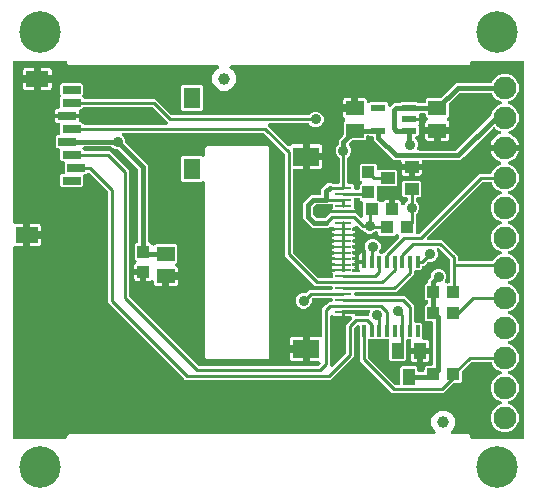
<source format=gbr>
G04 EAGLE Gerber RS-274X export*
G75*
%MOMM*%
%FSLAX34Y34*%
%LPD*%
%INTop Copper*%
%IPPOS*%
%AMOC8*
5,1,8,0,0,1.08239X$1,22.5*%
G01*
%ADD10R,1.900000X1.400000*%
%ADD11R,1.400000X1.800000*%
%ADD12R,1.500000X0.700000*%
%ADD13R,1.200000X0.550000*%
%ADD14R,1.500000X1.240000*%
%ADD15C,1.000000*%
%ADD16C,3.516000*%
%ADD17R,1.075000X1.000000*%
%ADD18R,1.200000X1.000000*%
%ADD19R,1.000000X1.075000*%
%ADD20R,1.400000X0.250000*%
%ADD21R,2.200000X1.600000*%
%ADD22R,0.304800X0.990600*%
%ADD23R,1.000000X1.400000*%
%ADD24C,1.930400*%
%ADD25C,0.906400*%
%ADD26C,0.254000*%
%ADD27C,0.203200*%
%ADD28C,0.406400*%

G36*
X-4038Y-1520D02*
X-4038Y-1520D01*
X-4012Y-1522D01*
X-3865Y-1500D01*
X-3718Y-1483D01*
X-3693Y-1475D01*
X-3667Y-1471D01*
X-3529Y-1416D01*
X-3390Y-1366D01*
X-3368Y-1352D01*
X-3343Y-1342D01*
X-3222Y-1257D01*
X-3097Y-1177D01*
X-3079Y-1158D01*
X-3057Y-1143D01*
X-2958Y-1033D01*
X-2855Y-926D01*
X-2841Y-904D01*
X-2824Y-884D01*
X-2752Y-754D01*
X-2676Y-627D01*
X-2668Y-602D01*
X-2655Y-579D01*
X-2615Y-436D01*
X-2570Y-295D01*
X-2568Y-269D01*
X-2560Y-244D01*
X-2541Y0D01*
X-2541Y1052D01*
X-1052Y2541D01*
X308140Y2541D01*
X308264Y2555D01*
X308389Y2561D01*
X308437Y2575D01*
X308486Y2581D01*
X308604Y2623D01*
X308724Y2657D01*
X308768Y2681D01*
X308814Y2698D01*
X308920Y2766D01*
X309029Y2827D01*
X309065Y2860D01*
X309107Y2887D01*
X309194Y2977D01*
X309287Y3061D01*
X309315Y3102D01*
X309349Y3138D01*
X309414Y3245D01*
X309485Y3348D01*
X309503Y3394D01*
X309528Y3437D01*
X309566Y3556D01*
X309612Y3672D01*
X309619Y3721D01*
X309634Y3769D01*
X309644Y3893D01*
X309663Y4017D01*
X309658Y4067D01*
X309662Y4116D01*
X309644Y4240D01*
X309633Y4364D01*
X309618Y4412D01*
X309611Y4461D01*
X309565Y4577D01*
X309526Y4696D01*
X309500Y4739D01*
X309482Y4785D01*
X309411Y4887D01*
X309346Y4994D01*
X309311Y5030D01*
X309283Y5071D01*
X309190Y5155D01*
X309103Y5244D01*
X309052Y5280D01*
X309024Y5304D01*
X308982Y5328D01*
X308910Y5378D01*
X306229Y10020D01*
X306229Y15380D01*
X308909Y20021D01*
X313550Y22701D01*
X318910Y22701D01*
X323551Y20021D01*
X326231Y15380D01*
X326231Y10020D01*
X323550Y5377D01*
X323458Y5309D01*
X323353Y5241D01*
X323318Y5205D01*
X323278Y5176D01*
X323198Y5080D01*
X323111Y4990D01*
X323085Y4947D01*
X323053Y4910D01*
X322996Y4799D01*
X322932Y4691D01*
X322917Y4644D01*
X322894Y4600D01*
X322864Y4478D01*
X322826Y4359D01*
X322822Y4310D01*
X322810Y4261D01*
X322808Y4136D01*
X322798Y4012D01*
X322805Y3963D01*
X322804Y3913D01*
X322831Y3791D01*
X322849Y3667D01*
X322868Y3621D01*
X322878Y3572D01*
X322932Y3459D01*
X322978Y3343D01*
X323006Y3302D01*
X323028Y3258D01*
X323106Y3160D01*
X323177Y3057D01*
X323214Y3024D01*
X323245Y2985D01*
X323343Y2907D01*
X323436Y2824D01*
X323479Y2800D01*
X323518Y2769D01*
X323631Y2716D01*
X323741Y2655D01*
X323789Y2642D01*
X323834Y2620D01*
X323956Y2594D01*
X324076Y2560D01*
X324139Y2555D01*
X324174Y2548D01*
X324222Y2549D01*
X324320Y2541D01*
X337602Y2541D01*
X339091Y1052D01*
X339091Y0D01*
X339094Y-26D01*
X339092Y-52D01*
X339114Y-199D01*
X339131Y-346D01*
X339139Y-371D01*
X339143Y-397D01*
X339198Y-535D01*
X339248Y-674D01*
X339262Y-696D01*
X339272Y-721D01*
X339357Y-842D01*
X339437Y-967D01*
X339456Y-985D01*
X339471Y-1007D01*
X339581Y-1106D01*
X339688Y-1209D01*
X339710Y-1223D01*
X339730Y-1240D01*
X339860Y-1312D01*
X339987Y-1388D01*
X340012Y-1396D01*
X340035Y-1409D01*
X340178Y-1449D01*
X340319Y-1494D01*
X340345Y-1496D01*
X340370Y-1504D01*
X340614Y-1523D01*
X383286Y-1523D01*
X383312Y-1520D01*
X383338Y-1522D01*
X383485Y-1500D01*
X383632Y-1483D01*
X383657Y-1475D01*
X383683Y-1471D01*
X383821Y-1416D01*
X383960Y-1366D01*
X383982Y-1352D01*
X384007Y-1342D01*
X384128Y-1257D01*
X384253Y-1177D01*
X384271Y-1158D01*
X384293Y-1143D01*
X384392Y-1033D01*
X384495Y-926D01*
X384509Y-904D01*
X384526Y-884D01*
X384598Y-754D01*
X384674Y-627D01*
X384682Y-602D01*
X384695Y-579D01*
X384735Y-436D01*
X384780Y-295D01*
X384782Y-269D01*
X384790Y-244D01*
X384809Y0D01*
X384809Y317500D01*
X384806Y317526D01*
X384808Y317552D01*
X384786Y317699D01*
X384769Y317846D01*
X384761Y317871D01*
X384757Y317897D01*
X384702Y318035D01*
X384652Y318174D01*
X384638Y318196D01*
X384628Y318221D01*
X384543Y318342D01*
X384463Y318467D01*
X384444Y318485D01*
X384429Y318507D01*
X384319Y318606D01*
X384212Y318709D01*
X384190Y318723D01*
X384170Y318740D01*
X384040Y318812D01*
X383913Y318888D01*
X383888Y318896D01*
X383865Y318909D01*
X383722Y318949D01*
X383581Y318994D01*
X383555Y318996D01*
X383530Y319004D01*
X383286Y319023D01*
X340614Y319023D01*
X340588Y319020D01*
X340562Y319022D01*
X340415Y319000D01*
X340268Y318983D01*
X340243Y318975D01*
X340217Y318971D01*
X340079Y318916D01*
X339940Y318866D01*
X339918Y318852D01*
X339893Y318842D01*
X339772Y318757D01*
X339647Y318677D01*
X339629Y318658D01*
X339607Y318643D01*
X339508Y318533D01*
X339405Y318426D01*
X339391Y318404D01*
X339374Y318384D01*
X339302Y318254D01*
X339226Y318127D01*
X339218Y318102D01*
X339205Y318079D01*
X339165Y317936D01*
X339120Y317795D01*
X339118Y317769D01*
X339110Y317744D01*
X339091Y317500D01*
X339091Y316448D01*
X337602Y314959D01*
X136700Y314959D01*
X136576Y314945D01*
X136451Y314939D01*
X136403Y314925D01*
X136354Y314919D01*
X136236Y314877D01*
X136116Y314843D01*
X136073Y314819D01*
X136026Y314802D01*
X135921Y314734D01*
X135812Y314673D01*
X135775Y314640D01*
X135733Y314613D01*
X135646Y314523D01*
X135554Y314439D01*
X135526Y314398D01*
X135491Y314362D01*
X135427Y314255D01*
X135356Y314152D01*
X135338Y314106D01*
X135312Y314063D01*
X135274Y313944D01*
X135228Y313828D01*
X135221Y313779D01*
X135206Y313731D01*
X135196Y313607D01*
X135178Y313483D01*
X135182Y313433D01*
X135178Y313384D01*
X135196Y313260D01*
X135207Y313136D01*
X135222Y313088D01*
X135230Y313039D01*
X135276Y312923D01*
X135314Y312804D01*
X135340Y312761D01*
X135358Y312715D01*
X135430Y312613D01*
X135494Y312506D01*
X135529Y312470D01*
X135557Y312429D01*
X135650Y312345D01*
X135737Y312256D01*
X135789Y312220D01*
X135816Y312196D01*
X135858Y312173D01*
X135939Y312117D01*
X138131Y310851D01*
X140811Y306210D01*
X140811Y300850D01*
X138131Y296209D01*
X133490Y293529D01*
X128130Y293529D01*
X123489Y296209D01*
X120809Y300850D01*
X120809Y306210D01*
X123489Y310851D01*
X125681Y312117D01*
X125782Y312191D01*
X125887Y312259D01*
X125921Y312295D01*
X125961Y312324D01*
X126042Y312420D01*
X126129Y312510D01*
X126155Y312552D01*
X126187Y312590D01*
X126244Y312702D01*
X126308Y312809D01*
X126323Y312856D01*
X126346Y312900D01*
X126376Y313022D01*
X126414Y313141D01*
X126418Y313190D01*
X126430Y313239D01*
X126432Y313364D01*
X126442Y313488D01*
X126435Y313537D01*
X126436Y313587D01*
X126409Y313709D01*
X126390Y313833D01*
X126372Y313879D01*
X126362Y313928D01*
X126308Y314041D01*
X126262Y314157D01*
X126233Y314197D01*
X126212Y314242D01*
X126134Y314340D01*
X126063Y314443D01*
X126026Y314476D01*
X125995Y314515D01*
X125897Y314593D01*
X125804Y314676D01*
X125761Y314700D01*
X125722Y314731D01*
X125608Y314784D01*
X125499Y314845D01*
X125451Y314858D01*
X125406Y314880D01*
X125284Y314906D01*
X125164Y314940D01*
X125101Y314945D01*
X125065Y314952D01*
X125018Y314951D01*
X124920Y314959D01*
X-1052Y314959D01*
X-2541Y316448D01*
X-2541Y317500D01*
X-2544Y317526D01*
X-2542Y317552D01*
X-2564Y317699D01*
X-2581Y317846D01*
X-2589Y317871D01*
X-2593Y317897D01*
X-2648Y318035D01*
X-2698Y318174D01*
X-2712Y318196D01*
X-2722Y318221D01*
X-2807Y318342D01*
X-2887Y318467D01*
X-2906Y318485D01*
X-2921Y318507D01*
X-3031Y318606D01*
X-3138Y318709D01*
X-3160Y318723D01*
X-3180Y318740D01*
X-3310Y318812D01*
X-3437Y318888D01*
X-3462Y318896D01*
X-3485Y318909D01*
X-3628Y318949D01*
X-3769Y318994D01*
X-3795Y318996D01*
X-3820Y319004D01*
X-4064Y319023D01*
X-46736Y319023D01*
X-46762Y319020D01*
X-46788Y319022D01*
X-46935Y319000D01*
X-47082Y318983D01*
X-47107Y318975D01*
X-47133Y318971D01*
X-47271Y318916D01*
X-47410Y318866D01*
X-47432Y318852D01*
X-47457Y318842D01*
X-47578Y318757D01*
X-47703Y318677D01*
X-47721Y318658D01*
X-47743Y318643D01*
X-47842Y318533D01*
X-47945Y318426D01*
X-47959Y318404D01*
X-47976Y318384D01*
X-48048Y318254D01*
X-48124Y318127D01*
X-48132Y318102D01*
X-48145Y318079D01*
X-48185Y317936D01*
X-48230Y317795D01*
X-48232Y317769D01*
X-48240Y317744D01*
X-48259Y317500D01*
X-48259Y182337D01*
X-48253Y182286D01*
X-48256Y182235D01*
X-48234Y182113D01*
X-48219Y181991D01*
X-48202Y181943D01*
X-48193Y181892D01*
X-48144Y181779D01*
X-48102Y181662D01*
X-48074Y181620D01*
X-48054Y181573D01*
X-47980Y181474D01*
X-47913Y181370D01*
X-47876Y181334D01*
X-47846Y181293D01*
X-47751Y181214D01*
X-47662Y181127D01*
X-47618Y181101D01*
X-47579Y181068D01*
X-47469Y181012D01*
X-47363Y180949D01*
X-47315Y180933D01*
X-47269Y180910D01*
X-47149Y180880D01*
X-47031Y180842D01*
X-46980Y180838D01*
X-46931Y180826D01*
X-46807Y180824D01*
X-46684Y180814D01*
X-46633Y180822D01*
X-46582Y180821D01*
X-46342Y180865D01*
X-46339Y180866D01*
X-46285Y180881D01*
X-39497Y180881D01*
X-39497Y172864D01*
X-39494Y172838D01*
X-39496Y172812D01*
X-39474Y172665D01*
X-39457Y172518D01*
X-39448Y172493D01*
X-39445Y172467D01*
X-39390Y172329D01*
X-39340Y172190D01*
X-39326Y172168D01*
X-39316Y172143D01*
X-39231Y172022D01*
X-39151Y171897D01*
X-39132Y171879D01*
X-39117Y171857D01*
X-39007Y171758D01*
X-38900Y171655D01*
X-38878Y171641D01*
X-38858Y171624D01*
X-38728Y171552D01*
X-38601Y171476D01*
X-38576Y171468D01*
X-38553Y171455D01*
X-38410Y171415D01*
X-38269Y171370D01*
X-38243Y171368D01*
X-38218Y171360D01*
X-37974Y171341D01*
X-36449Y171341D01*
X-36449Y171339D01*
X-37974Y171339D01*
X-38000Y171336D01*
X-38026Y171338D01*
X-38173Y171316D01*
X-38320Y171299D01*
X-38345Y171290D01*
X-38371Y171287D01*
X-38509Y171232D01*
X-38648Y171182D01*
X-38670Y171168D01*
X-38695Y171158D01*
X-38816Y171073D01*
X-38941Y170993D01*
X-38959Y170974D01*
X-38981Y170959D01*
X-39080Y170849D01*
X-39183Y170742D01*
X-39197Y170720D01*
X-39214Y170700D01*
X-39286Y170570D01*
X-39362Y170443D01*
X-39370Y170418D01*
X-39383Y170395D01*
X-39423Y170252D01*
X-39468Y170111D01*
X-39470Y170085D01*
X-39478Y170060D01*
X-39497Y169816D01*
X-39497Y161799D01*
X-46285Y161799D01*
X-46342Y161815D01*
X-46392Y161822D01*
X-46441Y161838D01*
X-46564Y161848D01*
X-46686Y161866D01*
X-46737Y161862D01*
X-46788Y161866D01*
X-46911Y161847D01*
X-47034Y161837D01*
X-47082Y161822D01*
X-47133Y161814D01*
X-47248Y161768D01*
X-47366Y161730D01*
X-47409Y161704D01*
X-47457Y161685D01*
X-47558Y161615D01*
X-47664Y161551D01*
X-47701Y161515D01*
X-47743Y161486D01*
X-47826Y161394D01*
X-47915Y161308D01*
X-47942Y161265D01*
X-47976Y161227D01*
X-48036Y161119D01*
X-48103Y161015D01*
X-48120Y160967D01*
X-48145Y160922D01*
X-48178Y160803D01*
X-48220Y160687D01*
X-48226Y160636D01*
X-48240Y160587D01*
X-48259Y160343D01*
X-48259Y0D01*
X-48256Y-26D01*
X-48258Y-52D01*
X-48236Y-199D01*
X-48219Y-346D01*
X-48211Y-371D01*
X-48207Y-397D01*
X-48152Y-535D01*
X-48102Y-674D01*
X-48088Y-696D01*
X-48078Y-721D01*
X-47993Y-842D01*
X-47913Y-967D01*
X-47894Y-985D01*
X-47879Y-1007D01*
X-47769Y-1106D01*
X-47662Y-1209D01*
X-47640Y-1223D01*
X-47620Y-1240D01*
X-47490Y-1312D01*
X-47363Y-1388D01*
X-47338Y-1396D01*
X-47315Y-1409D01*
X-47172Y-1449D01*
X-47031Y-1494D01*
X-47005Y-1496D01*
X-46980Y-1504D01*
X-46736Y-1523D01*
X-4064Y-1523D01*
X-4038Y-1520D01*
G37*
%LPC*%
G36*
X365976Y4825D02*
X365976Y4825D01*
X361681Y6604D01*
X358394Y9891D01*
X356615Y14186D01*
X356615Y18834D01*
X358394Y23129D01*
X361681Y26416D01*
X365029Y27803D01*
X365117Y27851D01*
X365209Y27892D01*
X365269Y27936D01*
X365334Y27972D01*
X365408Y28039D01*
X365489Y28099D01*
X365537Y28156D01*
X365592Y28206D01*
X365649Y28289D01*
X365714Y28365D01*
X365748Y28432D01*
X365790Y28493D01*
X365827Y28586D01*
X365873Y28676D01*
X365891Y28748D01*
X365918Y28817D01*
X365933Y28916D01*
X365957Y29014D01*
X365958Y29088D01*
X365969Y29162D01*
X365961Y29262D01*
X365962Y29362D01*
X365946Y29435D01*
X365940Y29509D01*
X365909Y29605D01*
X365888Y29703D01*
X365856Y29770D01*
X365833Y29841D01*
X365781Y29927D01*
X365738Y30018D01*
X365692Y30076D01*
X365653Y30139D01*
X365583Y30212D01*
X365521Y30290D01*
X365462Y30336D01*
X365410Y30389D01*
X365326Y30444D01*
X365247Y30506D01*
X365158Y30552D01*
X365117Y30578D01*
X365083Y30590D01*
X365029Y30617D01*
X361681Y32004D01*
X358394Y35291D01*
X356615Y39586D01*
X356615Y44234D01*
X358394Y48529D01*
X361681Y51816D01*
X365029Y53203D01*
X365117Y53251D01*
X365209Y53292D01*
X365269Y53336D01*
X365334Y53372D01*
X365408Y53439D01*
X365489Y53499D01*
X365537Y53556D01*
X365592Y53606D01*
X365649Y53689D01*
X365714Y53765D01*
X365748Y53832D01*
X365790Y53893D01*
X365827Y53986D01*
X365873Y54076D01*
X365891Y54148D01*
X365918Y54217D01*
X365933Y54316D01*
X365957Y54414D01*
X365958Y54488D01*
X365969Y54562D01*
X365961Y54662D01*
X365962Y54762D01*
X365946Y54835D01*
X365940Y54909D01*
X365909Y55005D01*
X365888Y55103D01*
X365856Y55170D01*
X365833Y55241D01*
X365781Y55327D01*
X365738Y55418D01*
X365692Y55476D01*
X365653Y55539D01*
X365583Y55612D01*
X365521Y55690D01*
X365462Y55736D01*
X365410Y55789D01*
X365326Y55844D01*
X365247Y55906D01*
X365158Y55952D01*
X365117Y55978D01*
X365083Y55990D01*
X365029Y56017D01*
X361681Y57404D01*
X358394Y60691D01*
X357410Y63067D01*
X357375Y63131D01*
X357357Y63174D01*
X357356Y63176D01*
X357345Y63205D01*
X357289Y63286D01*
X357241Y63372D01*
X357189Y63428D01*
X357146Y63491D01*
X357073Y63557D01*
X357007Y63630D01*
X356944Y63673D01*
X356887Y63724D01*
X356801Y63772D01*
X356720Y63828D01*
X356649Y63856D01*
X356582Y63893D01*
X356487Y63920D01*
X356396Y63956D01*
X356320Y63967D01*
X356247Y63988D01*
X356098Y64000D01*
X356051Y64007D01*
X356032Y64005D01*
X356003Y64007D01*
X340699Y64007D01*
X340573Y63993D01*
X340447Y63986D01*
X340401Y63973D01*
X340353Y63967D01*
X340234Y63925D01*
X340112Y63890D01*
X340070Y63866D01*
X340025Y63850D01*
X339918Y63781D01*
X339808Y63720D01*
X339762Y63680D01*
X339732Y63661D01*
X339704Y63632D01*
X339701Y63630D01*
X339692Y63621D01*
X339622Y63561D01*
X332584Y56523D01*
X332505Y56424D01*
X332421Y56330D01*
X332397Y56288D01*
X332367Y56250D01*
X332313Y56136D01*
X332252Y56025D01*
X332239Y55979D01*
X332218Y55935D01*
X332192Y55812D01*
X332157Y55690D01*
X332152Y55629D01*
X332145Y55594D01*
X332146Y55546D01*
X332138Y55446D01*
X332138Y47498D01*
X330947Y46307D01*
X325929Y46307D01*
X325803Y46293D01*
X325677Y46286D01*
X325631Y46273D01*
X325583Y46267D01*
X325464Y46225D01*
X325342Y46190D01*
X325300Y46166D01*
X325255Y46150D01*
X325148Y46081D01*
X325038Y46020D01*
X324992Y45980D01*
X324962Y45961D01*
X324928Y45926D01*
X324852Y45861D01*
X316328Y37337D01*
X272952Y37337D01*
X245727Y64562D01*
X245727Y83522D01*
X245713Y83648D01*
X245706Y83774D01*
X245693Y83820D01*
X245687Y83868D01*
X245645Y83987D01*
X245610Y84109D01*
X245586Y84151D01*
X245570Y84196D01*
X245501Y84303D01*
X245473Y84353D01*
X245473Y93615D01*
X245462Y93715D01*
X245460Y93815D01*
X245442Y93887D01*
X245433Y93961D01*
X245400Y94056D01*
X245375Y94153D01*
X245341Y94219D01*
X245316Y94289D01*
X245261Y94374D01*
X245215Y94463D01*
X245167Y94520D01*
X245127Y94582D01*
X245055Y94652D01*
X244990Y94728D01*
X244930Y94773D01*
X244876Y94824D01*
X244790Y94876D01*
X244709Y94936D01*
X244641Y94965D01*
X244577Y95003D01*
X244481Y95034D01*
X244389Y95074D01*
X244316Y95087D01*
X244245Y95109D01*
X244145Y95118D01*
X244046Y95135D01*
X243972Y95131D01*
X243898Y95137D01*
X243798Y95123D01*
X243698Y95117D01*
X243627Y95097D01*
X243553Y95086D01*
X243460Y95049D01*
X243363Y95021D01*
X243298Y94984D01*
X243229Y94957D01*
X243147Y94900D01*
X243059Y94851D01*
X242983Y94785D01*
X242943Y94758D01*
X242919Y94732D01*
X242873Y94692D01*
X241239Y93058D01*
X241160Y92959D01*
X241076Y92865D01*
X241052Y92823D01*
X241022Y92785D01*
X240968Y92671D01*
X240907Y92560D01*
X240894Y92514D01*
X240873Y92470D01*
X240847Y92347D01*
X240812Y92225D01*
X240807Y92164D01*
X240800Y92129D01*
X240801Y92081D01*
X240793Y91981D01*
X240793Y68482D01*
X221078Y48767D01*
X97692Y48767D01*
X32257Y114202D01*
X32257Y207551D01*
X32243Y207677D01*
X32236Y207803D01*
X32223Y207849D01*
X32217Y207897D01*
X32175Y208016D01*
X32140Y208138D01*
X32116Y208180D01*
X32100Y208225D01*
X32031Y208332D01*
X31970Y208442D01*
X31930Y208488D01*
X31911Y208518D01*
X31876Y208552D01*
X31811Y208628D01*
X16839Y223600D01*
X16819Y223616D01*
X16802Y223636D01*
X16682Y223725D01*
X16566Y223817D01*
X16542Y223828D01*
X16521Y223844D01*
X16385Y223902D01*
X16251Y223966D01*
X16225Y223971D01*
X16201Y223982D01*
X16055Y224008D01*
X15910Y224039D01*
X15884Y224039D01*
X15858Y224043D01*
X15710Y224036D01*
X15562Y224033D01*
X15536Y224027D01*
X15510Y224025D01*
X15368Y223984D01*
X15224Y223948D01*
X15201Y223936D01*
X15175Y223929D01*
X15046Y223856D01*
X14914Y223788D01*
X14894Y223771D01*
X14871Y223759D01*
X14685Y223600D01*
X13892Y222807D01*
X12606Y222807D01*
X12580Y222804D01*
X12554Y222806D01*
X12407Y222784D01*
X12260Y222767D01*
X12235Y222759D01*
X12209Y222755D01*
X12071Y222700D01*
X11932Y222650D01*
X11910Y222636D01*
X11885Y222626D01*
X11764Y222541D01*
X11639Y222461D01*
X11621Y222442D01*
X11599Y222427D01*
X11500Y222317D01*
X11397Y222210D01*
X11383Y222188D01*
X11366Y222168D01*
X11294Y222038D01*
X11218Y221911D01*
X11210Y221886D01*
X11197Y221863D01*
X11157Y221720D01*
X11112Y221579D01*
X11110Y221553D01*
X11102Y221528D01*
X11083Y221284D01*
X11083Y212998D01*
X9892Y211807D01*
X-6792Y211807D01*
X-7983Y212998D01*
X-7983Y221682D01*
X-6792Y222873D01*
X-5506Y222873D01*
X-5480Y222876D01*
X-5454Y222874D01*
X-5307Y222896D01*
X-5160Y222913D01*
X-5135Y222921D01*
X-5109Y222925D01*
X-4971Y222980D01*
X-4832Y223030D01*
X-4810Y223044D01*
X-4785Y223054D01*
X-4664Y223139D01*
X-4539Y223219D01*
X-4521Y223238D01*
X-4499Y223253D01*
X-4400Y223363D01*
X-4297Y223470D01*
X-4283Y223492D01*
X-4266Y223512D01*
X-4194Y223642D01*
X-4118Y223769D01*
X-4110Y223794D01*
X-4097Y223817D01*
X-4057Y223960D01*
X-4012Y224101D01*
X-4010Y224127D01*
X-4002Y224152D01*
X-3983Y224396D01*
X-3983Y232284D01*
X-3986Y232310D01*
X-3984Y232336D01*
X-4006Y232483D01*
X-4023Y232630D01*
X-4031Y232655D01*
X-4035Y232681D01*
X-4090Y232819D01*
X-4140Y232958D01*
X-4154Y232980D01*
X-4164Y233005D01*
X-4249Y233126D01*
X-4329Y233251D01*
X-4348Y233269D01*
X-4363Y233291D01*
X-4473Y233390D01*
X-4580Y233493D01*
X-4602Y233507D01*
X-4622Y233524D01*
X-4752Y233596D01*
X-4879Y233672D01*
X-4904Y233680D01*
X-4927Y233693D01*
X-5070Y233733D01*
X-5211Y233778D01*
X-5237Y233780D01*
X-5262Y233788D01*
X-5506Y233807D01*
X-6792Y233807D01*
X-7983Y234998D01*
X-7983Y243284D01*
X-7986Y243310D01*
X-7984Y243336D01*
X-8006Y243483D01*
X-8023Y243630D01*
X-8031Y243655D01*
X-8035Y243681D01*
X-8090Y243819D01*
X-8140Y243958D01*
X-8154Y243980D01*
X-8164Y244005D01*
X-8249Y244126D01*
X-8329Y244251D01*
X-8348Y244269D01*
X-8363Y244291D01*
X-8473Y244390D01*
X-8580Y244493D01*
X-8602Y244507D01*
X-8622Y244524D01*
X-8752Y244596D01*
X-8879Y244672D01*
X-8904Y244680D01*
X-8927Y244693D01*
X-9070Y244733D01*
X-9211Y244778D01*
X-9237Y244780D01*
X-9262Y244788D01*
X-9506Y244807D01*
X-10792Y244807D01*
X-11983Y245998D01*
X-11983Y254682D01*
X-10792Y255873D01*
X-9506Y255873D01*
X-9480Y255876D01*
X-9454Y255874D01*
X-9307Y255896D01*
X-9160Y255913D01*
X-9135Y255921D01*
X-9109Y255925D01*
X-8971Y255980D01*
X-8832Y256030D01*
X-8810Y256044D01*
X-8785Y256054D01*
X-8664Y256139D01*
X-8539Y256219D01*
X-8521Y256238D01*
X-8499Y256253D01*
X-8400Y256363D01*
X-8297Y256470D01*
X-8283Y256492D01*
X-8266Y256512D01*
X-8194Y256642D01*
X-8118Y256769D01*
X-8110Y256794D01*
X-8097Y256817D01*
X-8057Y256960D01*
X-8012Y257101D01*
X-8010Y257127D01*
X-8002Y257152D01*
X-7983Y257396D01*
X-7983Y264776D01*
X-7986Y264802D01*
X-7984Y264828D01*
X-8006Y264975D01*
X-8023Y265122D01*
X-8031Y265147D01*
X-8035Y265173D01*
X-8090Y265311D01*
X-8140Y265450D01*
X-8154Y265472D01*
X-8164Y265497D01*
X-8249Y265618D01*
X-8329Y265743D01*
X-8348Y265761D01*
X-8363Y265783D01*
X-8473Y265882D01*
X-8580Y265985D01*
X-8602Y265999D01*
X-8622Y266016D01*
X-8752Y266088D01*
X-8879Y266164D01*
X-8904Y266172D01*
X-8927Y266185D01*
X-9070Y266225D01*
X-9211Y266270D01*
X-9237Y266272D01*
X-9262Y266280D01*
X-9506Y266299D01*
X-10285Y266299D01*
X-10931Y266472D01*
X-11510Y266807D01*
X-11983Y267280D01*
X-12318Y267859D01*
X-12491Y268505D01*
X-12491Y270591D01*
X-2676Y270591D01*
X-2650Y270594D01*
X-2624Y270592D01*
X-2479Y270613D01*
X-2468Y270610D01*
X-2224Y270591D01*
X7591Y270591D01*
X7591Y268396D01*
X7594Y268370D01*
X7592Y268344D01*
X7614Y268196D01*
X7631Y268050D01*
X7639Y268025D01*
X7643Y267999D01*
X7698Y267861D01*
X7748Y267722D01*
X7762Y267700D01*
X7772Y267675D01*
X7857Y267554D01*
X7937Y267429D01*
X7956Y267411D01*
X7971Y267389D01*
X8081Y267290D01*
X8188Y267187D01*
X8210Y267173D01*
X8230Y267156D01*
X8360Y267084D01*
X8487Y267008D01*
X8512Y267000D01*
X8535Y266987D01*
X8678Y266947D01*
X8819Y266902D01*
X8845Y266900D01*
X8870Y266892D01*
X9114Y266873D01*
X9892Y266873D01*
X11222Y265543D01*
X11240Y265492D01*
X11254Y265470D01*
X11264Y265445D01*
X11349Y265324D01*
X11429Y265199D01*
X11448Y265181D01*
X11463Y265159D01*
X11573Y265060D01*
X11680Y264957D01*
X11702Y264943D01*
X11722Y264926D01*
X11852Y264854D01*
X11979Y264778D01*
X12004Y264770D01*
X12027Y264757D01*
X12170Y264717D01*
X12311Y264672D01*
X12337Y264670D01*
X12362Y264662D01*
X12606Y264643D01*
X81339Y264643D01*
X81439Y264654D01*
X81539Y264656D01*
X81611Y264674D01*
X81685Y264683D01*
X81780Y264716D01*
X81877Y264741D01*
X81943Y264775D01*
X82013Y264800D01*
X82098Y264855D01*
X82187Y264901D01*
X82244Y264949D01*
X82306Y264989D01*
X82376Y265061D01*
X82452Y265126D01*
X82497Y265186D01*
X82548Y265240D01*
X82600Y265326D01*
X82660Y265407D01*
X82689Y265475D01*
X82727Y265539D01*
X82758Y265635D01*
X82798Y265727D01*
X82811Y265800D01*
X82833Y265871D01*
X82842Y265971D01*
X82859Y266070D01*
X82855Y266144D01*
X82861Y266218D01*
X82847Y266318D01*
X82841Y266418D01*
X82821Y266489D01*
X82810Y266563D01*
X82773Y266656D01*
X82745Y266753D01*
X82708Y266818D01*
X82681Y266887D01*
X82624Y266969D01*
X82575Y267057D01*
X82510Y267133D01*
X82482Y267173D01*
X82456Y267197D01*
X82416Y267243D01*
X70068Y279591D01*
X69969Y279670D01*
X69875Y279754D01*
X69833Y279778D01*
X69795Y279808D01*
X69681Y279862D01*
X69570Y279923D01*
X69524Y279936D01*
X69480Y279957D01*
X69357Y279983D01*
X69235Y280018D01*
X69174Y280023D01*
X69139Y280030D01*
X69091Y280029D01*
X68991Y280037D01*
X12606Y280037D01*
X12580Y280034D01*
X12554Y280036D01*
X12407Y280014D01*
X12260Y279997D01*
X12235Y279989D01*
X12209Y279985D01*
X12071Y279930D01*
X11932Y279880D01*
X11910Y279866D01*
X11885Y279856D01*
X11764Y279771D01*
X11639Y279691D01*
X11621Y279672D01*
X11599Y279657D01*
X11500Y279547D01*
X11397Y279440D01*
X11383Y279418D01*
X11366Y279398D01*
X11294Y279268D01*
X11218Y279141D01*
X11214Y279129D01*
X9892Y277807D01*
X9114Y277807D01*
X9088Y277804D01*
X9062Y277806D01*
X8915Y277784D01*
X8768Y277767D01*
X8743Y277759D01*
X8717Y277755D01*
X8579Y277700D01*
X8440Y277650D01*
X8418Y277636D01*
X8393Y277626D01*
X8272Y277541D01*
X8147Y277461D01*
X8129Y277442D01*
X8107Y277427D01*
X8008Y277317D01*
X7905Y277210D01*
X7891Y277188D01*
X7874Y277168D01*
X7802Y277038D01*
X7726Y276911D01*
X7718Y276886D01*
X7705Y276863D01*
X7665Y276720D01*
X7620Y276579D01*
X7618Y276553D01*
X7610Y276528D01*
X7591Y276284D01*
X7591Y274089D01*
X-2224Y274089D01*
X-2250Y274086D01*
X-2276Y274088D01*
X-2421Y274067D01*
X-2432Y274070D01*
X-2676Y274089D01*
X-12491Y274089D01*
X-12491Y276175D01*
X-12318Y276821D01*
X-11983Y277400D01*
X-11510Y277873D01*
X-10931Y278208D01*
X-10285Y278381D01*
X-9506Y278381D01*
X-9480Y278384D01*
X-9454Y278382D01*
X-9307Y278404D01*
X-9160Y278421D01*
X-9135Y278429D01*
X-9109Y278433D01*
X-8971Y278488D01*
X-8832Y278538D01*
X-8810Y278552D01*
X-8785Y278562D01*
X-8664Y278646D01*
X-8539Y278727D01*
X-8521Y278746D01*
X-8499Y278761D01*
X-8400Y278871D01*
X-8297Y278978D01*
X-8283Y279000D01*
X-8266Y279020D01*
X-8194Y279150D01*
X-8118Y279277D01*
X-8110Y279302D01*
X-8097Y279325D01*
X-8057Y279468D01*
X-8012Y279609D01*
X-8010Y279635D01*
X-8002Y279660D01*
X-7983Y279904D01*
X-7983Y287682D01*
X-7902Y287763D01*
X-7886Y287783D01*
X-7866Y287800D01*
X-7777Y287920D01*
X-7685Y288036D01*
X-7674Y288060D01*
X-7658Y288081D01*
X-7600Y288217D01*
X-7536Y288351D01*
X-7531Y288377D01*
X-7520Y288401D01*
X-7494Y288547D01*
X-7463Y288692D01*
X-7463Y288718D01*
X-7459Y288744D01*
X-7466Y288892D01*
X-7469Y289040D01*
X-7475Y289066D01*
X-7477Y289092D01*
X-7518Y289234D01*
X-7554Y289378D01*
X-7566Y289402D01*
X-7573Y289427D01*
X-7645Y289556D01*
X-7714Y289688D01*
X-7731Y289708D01*
X-7743Y289731D01*
X-7902Y289917D01*
X-7983Y289998D01*
X-7983Y298682D01*
X-6792Y299873D01*
X9892Y299873D01*
X11083Y298682D01*
X11083Y289998D01*
X11002Y289917D01*
X10986Y289897D01*
X10966Y289880D01*
X10877Y289760D01*
X10785Y289644D01*
X10774Y289620D01*
X10758Y289599D01*
X10700Y289463D01*
X10636Y289329D01*
X10631Y289303D01*
X10620Y289279D01*
X10594Y289133D01*
X10563Y288988D01*
X10563Y288962D01*
X10559Y288936D01*
X10566Y288788D01*
X10569Y288640D01*
X10575Y288614D01*
X10577Y288588D01*
X10618Y288446D01*
X10654Y288302D01*
X10666Y288279D01*
X10673Y288253D01*
X10746Y288124D01*
X10813Y287992D01*
X10830Y287972D01*
X10843Y287949D01*
X11002Y287763D01*
X11222Y287543D01*
X11240Y287492D01*
X11254Y287470D01*
X11264Y287445D01*
X11349Y287324D01*
X11429Y287199D01*
X11448Y287181D01*
X11463Y287159D01*
X11573Y287060D01*
X11680Y286957D01*
X11702Y286943D01*
X11722Y286926D01*
X11852Y286854D01*
X11979Y286778D01*
X12004Y286770D01*
X12027Y286757D01*
X12170Y286717D01*
X12311Y286672D01*
X12337Y286670D01*
X12362Y286662D01*
X12606Y286643D01*
X72358Y286643D01*
X86012Y272989D01*
X86111Y272910D01*
X86205Y272826D01*
X86247Y272802D01*
X86285Y272772D01*
X86399Y272718D01*
X86510Y272657D01*
X86556Y272644D01*
X86600Y272623D01*
X86723Y272597D01*
X86845Y272562D01*
X86906Y272557D01*
X86941Y272550D01*
X86989Y272551D01*
X87089Y272543D01*
X201668Y272543D01*
X201793Y272557D01*
X201920Y272564D01*
X201966Y272577D01*
X202014Y272583D01*
X202133Y272625D01*
X202254Y272660D01*
X202297Y272684D01*
X202342Y272700D01*
X202448Y272769D01*
X202559Y272830D01*
X202605Y272870D01*
X202635Y272889D01*
X202668Y272924D01*
X202745Y272989D01*
X204561Y274805D01*
X206974Y275805D01*
X209586Y275805D01*
X211999Y274805D01*
X213845Y272959D01*
X214845Y270546D01*
X214845Y267934D01*
X213845Y265521D01*
X211999Y263675D01*
X209586Y262675D01*
X206974Y262675D01*
X204561Y263675D01*
X202745Y265491D01*
X202646Y265570D01*
X202552Y265654D01*
X202510Y265678D01*
X202472Y265708D01*
X202358Y265762D01*
X202247Y265823D01*
X202200Y265836D01*
X202157Y265857D01*
X202033Y265883D01*
X201912Y265918D01*
X201851Y265923D01*
X201816Y265930D01*
X201768Y265929D01*
X201668Y265937D01*
X169131Y265937D01*
X169031Y265926D01*
X168931Y265924D01*
X168859Y265906D01*
X168785Y265897D01*
X168690Y265864D01*
X168593Y265839D01*
X168527Y265805D01*
X168457Y265780D01*
X168372Y265725D01*
X168283Y265679D01*
X168226Y265631D01*
X168164Y265591D01*
X168094Y265519D01*
X168018Y265454D01*
X167973Y265394D01*
X167922Y265340D01*
X167870Y265254D01*
X167810Y265173D01*
X167781Y265105D01*
X167743Y265041D01*
X167712Y264945D01*
X167672Y264853D01*
X167659Y264780D01*
X167637Y264709D01*
X167628Y264609D01*
X167611Y264510D01*
X167615Y264436D01*
X167609Y264362D01*
X167623Y264262D01*
X167629Y264162D01*
X167649Y264091D01*
X167660Y264017D01*
X167697Y263924D01*
X167725Y263827D01*
X167762Y263762D01*
X167789Y263693D01*
X167846Y263611D01*
X167895Y263523D01*
X167960Y263447D01*
X167988Y263407D01*
X168014Y263383D01*
X168054Y263337D01*
X184627Y246764D01*
X184667Y246732D01*
X184701Y246694D01*
X184803Y246624D01*
X184900Y246547D01*
X184946Y246525D01*
X184988Y246496D01*
X185103Y246451D01*
X185215Y246398D01*
X185265Y246387D01*
X185313Y246369D01*
X185435Y246351D01*
X185556Y246325D01*
X185607Y246325D01*
X185658Y246318D01*
X185781Y246328D01*
X185904Y246331D01*
X185954Y246343D01*
X186005Y246347D01*
X186122Y246385D01*
X186242Y246416D01*
X186288Y246439D01*
X186336Y246455D01*
X186442Y246518D01*
X186552Y246575D01*
X186591Y246608D01*
X186635Y246635D01*
X186723Y246721D01*
X186818Y246801D01*
X186848Y246842D01*
X186885Y246878D01*
X187023Y247079D01*
X187025Y247081D01*
X187157Y247310D01*
X187630Y247783D01*
X188209Y248118D01*
X188855Y248291D01*
X197143Y248291D01*
X197143Y239274D01*
X197146Y239248D01*
X197144Y239222D01*
X197166Y239075D01*
X197183Y238928D01*
X197191Y238903D01*
X197195Y238877D01*
X197250Y238739D01*
X197300Y238600D01*
X197314Y238578D01*
X197324Y238553D01*
X197409Y238432D01*
X197489Y238307D01*
X197508Y238289D01*
X197523Y238267D01*
X197633Y238168D01*
X197740Y238065D01*
X197762Y238051D01*
X197782Y238034D01*
X197912Y237962D01*
X198039Y237886D01*
X198064Y237878D01*
X198087Y237865D01*
X198230Y237825D01*
X198371Y237780D01*
X198397Y237778D01*
X198422Y237770D01*
X198666Y237751D01*
X200191Y237751D01*
X200191Y237749D01*
X198666Y237749D01*
X198640Y237746D01*
X198614Y237748D01*
X198467Y237726D01*
X198320Y237709D01*
X198295Y237700D01*
X198269Y237697D01*
X198131Y237642D01*
X197992Y237592D01*
X197970Y237578D01*
X197945Y237568D01*
X197824Y237483D01*
X197699Y237403D01*
X197681Y237384D01*
X197659Y237369D01*
X197560Y237259D01*
X197457Y237152D01*
X197443Y237130D01*
X197426Y237110D01*
X197354Y236980D01*
X197278Y236853D01*
X197270Y236828D01*
X197257Y236805D01*
X197217Y236662D01*
X197172Y236521D01*
X197170Y236495D01*
X197162Y236470D01*
X197143Y236226D01*
X197143Y227209D01*
X190246Y227209D01*
X190220Y227206D01*
X190194Y227208D01*
X190047Y227186D01*
X189900Y227169D01*
X189875Y227161D01*
X189849Y227157D01*
X189711Y227102D01*
X189572Y227052D01*
X189550Y227038D01*
X189525Y227028D01*
X189404Y226943D01*
X189279Y226863D01*
X189261Y226844D01*
X189239Y226829D01*
X189140Y226719D01*
X189037Y226612D01*
X189023Y226590D01*
X189006Y226570D01*
X188934Y226440D01*
X188858Y226313D01*
X188850Y226288D01*
X188837Y226265D01*
X188797Y226122D01*
X188752Y225981D01*
X188750Y225955D01*
X188742Y225930D01*
X188723Y225686D01*
X188723Y156939D01*
X188737Y156813D01*
X188744Y156687D01*
X188757Y156641D01*
X188763Y156593D01*
X188805Y156474D01*
X188840Y156352D01*
X188864Y156310D01*
X188880Y156265D01*
X188949Y156158D01*
X189010Y156048D01*
X189050Y156002D01*
X189069Y155972D01*
X189104Y155938D01*
X189169Y155862D01*
X210032Y134999D01*
X210131Y134920D01*
X210225Y134836D01*
X210267Y134812D01*
X210305Y134782D01*
X210419Y134728D01*
X210530Y134667D01*
X210576Y134654D01*
X210620Y134633D01*
X210743Y134607D01*
X210865Y134572D01*
X210926Y134567D01*
X210961Y134560D01*
X211009Y134561D01*
X211109Y134553D01*
X221134Y134553D01*
X221160Y134556D01*
X221186Y134554D01*
X221333Y134576D01*
X221480Y134593D01*
X221505Y134601D01*
X221531Y134605D01*
X221669Y134660D01*
X221808Y134710D01*
X221830Y134724D01*
X221855Y134734D01*
X221976Y134819D01*
X222101Y134899D01*
X222119Y134918D01*
X222141Y134933D01*
X222240Y135043D01*
X222343Y135150D01*
X222357Y135172D01*
X222374Y135192D01*
X222446Y135322D01*
X222522Y135449D01*
X222530Y135474D01*
X222543Y135497D01*
X222583Y135640D01*
X222628Y135781D01*
X222630Y135807D01*
X222638Y135832D01*
X222657Y136076D01*
X222657Y138031D01*
X222646Y138132D01*
X222644Y138234D01*
X222626Y138305D01*
X222617Y138377D01*
X222583Y138473D01*
X222558Y138572D01*
X222516Y138661D01*
X222500Y138705D01*
X222480Y138736D01*
X222453Y138793D01*
X222322Y139019D01*
X222149Y139665D01*
X222149Y139727D01*
X223058Y139727D01*
X223211Y139744D01*
X223365Y139758D01*
X223384Y139764D01*
X223404Y139766D01*
X223550Y139819D01*
X223696Y139867D01*
X223713Y139877D01*
X223732Y139884D01*
X223862Y139968D01*
X223994Y140048D01*
X224008Y140062D01*
X224025Y140073D01*
X224132Y140184D01*
X224242Y140293D01*
X224253Y140309D01*
X224267Y140324D01*
X224346Y140457D01*
X224429Y140587D01*
X224436Y140606D01*
X224446Y140623D01*
X224493Y140770D01*
X224544Y140916D01*
X224546Y140936D01*
X224552Y140955D01*
X224564Y141109D01*
X224581Y141263D01*
X224578Y141282D01*
X224580Y141302D01*
X224557Y141455D01*
X224538Y141608D01*
X224531Y141627D01*
X224528Y141647D01*
X224471Y141790D01*
X224418Y141936D01*
X224407Y141952D01*
X224399Y141971D01*
X224311Y142097D01*
X224226Y142227D01*
X224212Y142240D01*
X224201Y142257D01*
X224086Y142360D01*
X223974Y142467D01*
X223954Y142480D01*
X223942Y142490D01*
X223903Y142512D01*
X223767Y142598D01*
X223766Y142598D01*
X223699Y142624D01*
X223637Y142659D01*
X223636Y142659D01*
X223537Y142687D01*
X223441Y142724D01*
X223370Y142734D01*
X223301Y142754D01*
X223140Y142767D01*
X223096Y142773D01*
X223081Y142771D01*
X223057Y142773D01*
X222149Y142773D01*
X222149Y142835D01*
X222289Y143356D01*
X222304Y143456D01*
X222328Y143555D01*
X222329Y143628D01*
X222340Y143701D01*
X222332Y143802D01*
X222333Y143904D01*
X222315Y144000D01*
X222311Y144048D01*
X222300Y144083D01*
X222289Y144144D01*
X222149Y144665D01*
X222149Y144727D01*
X223057Y144727D01*
X223171Y144740D01*
X223285Y144744D01*
X223340Y144759D01*
X223396Y144765D01*
X223399Y144766D01*
X223403Y144766D01*
X223511Y144805D01*
X223621Y144835D01*
X223687Y144867D01*
X223725Y144881D01*
X223728Y144883D01*
X223731Y144884D01*
X223768Y144908D01*
X223841Y144944D01*
X223927Y145010D01*
X224018Y145068D01*
X224021Y145071D01*
X224024Y145073D01*
X224067Y145118D01*
X224117Y145156D01*
X224186Y145240D01*
X224262Y145318D01*
X224264Y145321D01*
X224266Y145324D01*
X224298Y145377D01*
X224338Y145426D01*
X224386Y145523D01*
X224442Y145616D01*
X224444Y145620D01*
X224445Y145623D01*
X224464Y145681D01*
X224492Y145738D01*
X224516Y145844D01*
X224550Y145947D01*
X224551Y145952D01*
X224551Y145955D01*
X224556Y146015D01*
X224571Y146078D01*
X224571Y146186D01*
X224580Y146295D01*
X224579Y146300D01*
X224579Y146302D01*
X224570Y146362D01*
X224570Y146426D01*
X224545Y146532D01*
X224530Y146639D01*
X224528Y146644D01*
X224528Y146647D01*
X224505Y146704D01*
X224490Y146766D01*
X224442Y146863D01*
X224403Y146964D01*
X224400Y146968D01*
X224399Y146971D01*
X224364Y147021D01*
X224336Y147078D01*
X224267Y147162D01*
X224205Y147251D01*
X224202Y147254D01*
X224200Y147257D01*
X224154Y147298D01*
X224114Y147347D01*
X224028Y147413D01*
X223948Y147486D01*
X223943Y147488D01*
X223941Y147490D01*
X223928Y147498D01*
X223873Y147531D01*
X223837Y147558D01*
X223800Y147575D01*
X223738Y147612D01*
X223738Y147613D01*
X223685Y147632D01*
X223636Y147659D01*
X223576Y147676D01*
X223519Y147701D01*
X223464Y147712D01*
X223411Y147732D01*
X223355Y147738D01*
X223301Y147754D01*
X223219Y147760D01*
X223177Y147769D01*
X223136Y147767D01*
X223079Y147772D01*
X223065Y147773D01*
X223062Y147773D01*
X223057Y147773D01*
X222149Y147773D01*
X222149Y147835D01*
X222289Y148356D01*
X222304Y148456D01*
X222328Y148555D01*
X222329Y148628D01*
X222340Y148701D01*
X222332Y148802D01*
X222333Y148904D01*
X222315Y149000D01*
X222311Y149048D01*
X222300Y149083D01*
X222289Y149144D01*
X222149Y149665D01*
X222149Y149727D01*
X223057Y149727D01*
X223089Y149730D01*
X223119Y149728D01*
X223170Y149736D01*
X223223Y149736D01*
X223312Y149756D01*
X223403Y149766D01*
X223433Y149777D01*
X223463Y149782D01*
X223511Y149801D01*
X223563Y149813D01*
X223684Y149867D01*
X223731Y149884D01*
X223752Y149897D01*
X223786Y149912D01*
X223786Y149913D01*
X223787Y149913D01*
X223904Y149996D01*
X224024Y150073D01*
X224045Y150095D01*
X224071Y150113D01*
X224072Y150114D01*
X224169Y150223D01*
X224266Y150324D01*
X224282Y150350D01*
X224303Y150373D01*
X224303Y150374D01*
X224374Y150504D01*
X224445Y150623D01*
X224454Y150651D01*
X224470Y150679D01*
X224470Y150680D01*
X224510Y150825D01*
X224551Y150955D01*
X224554Y150984D01*
X224562Y151015D01*
X224562Y151016D01*
X224568Y151167D01*
X224579Y151302D01*
X224575Y151331D01*
X224576Y151364D01*
X224548Y151511D01*
X224528Y151647D01*
X224517Y151674D01*
X224511Y151706D01*
X224510Y151706D01*
X224465Y151809D01*
X224450Y151842D01*
X224399Y151971D01*
X224382Y151995D01*
X224369Y152024D01*
X224369Y152025D01*
X224283Y152137D01*
X224280Y152142D01*
X224200Y152257D01*
X224178Y152277D01*
X224159Y152302D01*
X224158Y152302D01*
X224158Y152303D01*
X224046Y152396D01*
X223941Y152490D01*
X223915Y152505D01*
X223891Y152525D01*
X223890Y152525D01*
X223889Y152526D01*
X223676Y152642D01*
X223655Y152649D01*
X223636Y152659D01*
X223606Y152667D01*
X223579Y152681D01*
X223460Y152710D01*
X223343Y152746D01*
X223322Y152748D01*
X223301Y152754D01*
X223263Y152757D01*
X223240Y152762D01*
X223191Y152763D01*
X223057Y152773D01*
X222149Y152773D01*
X222149Y152835D01*
X222289Y153356D01*
X222304Y153456D01*
X222328Y153555D01*
X222329Y153628D01*
X222340Y153701D01*
X222332Y153802D01*
X222333Y153904D01*
X222315Y154000D01*
X222311Y154048D01*
X222300Y154083D01*
X222289Y154144D01*
X222149Y154665D01*
X222149Y154727D01*
X223057Y154727D01*
X223089Y154730D01*
X223119Y154728D01*
X223170Y154736D01*
X223223Y154736D01*
X223312Y154756D01*
X223403Y154766D01*
X223433Y154777D01*
X223463Y154782D01*
X223511Y154801D01*
X223563Y154813D01*
X223684Y154867D01*
X223731Y154884D01*
X223752Y154897D01*
X223786Y154912D01*
X223786Y154913D01*
X223787Y154913D01*
X223904Y154996D01*
X224024Y155073D01*
X224045Y155095D01*
X224071Y155113D01*
X224072Y155114D01*
X224169Y155223D01*
X224266Y155324D01*
X224282Y155350D01*
X224303Y155373D01*
X224303Y155374D01*
X224374Y155504D01*
X224445Y155623D01*
X224454Y155651D01*
X224470Y155679D01*
X224470Y155680D01*
X224510Y155825D01*
X224551Y155955D01*
X224554Y155984D01*
X224562Y156015D01*
X224562Y156016D01*
X224568Y156167D01*
X224579Y156302D01*
X224575Y156331D01*
X224576Y156364D01*
X224551Y156498D01*
X224548Y156511D01*
X224528Y156647D01*
X224517Y156674D01*
X224511Y156706D01*
X224510Y156706D01*
X224465Y156808D01*
X224450Y156842D01*
X224399Y156971D01*
X224382Y156995D01*
X224369Y157024D01*
X224369Y157025D01*
X224280Y157142D01*
X224200Y157257D01*
X224178Y157277D01*
X224159Y157302D01*
X224158Y157302D01*
X224158Y157303D01*
X224046Y157396D01*
X223941Y157490D01*
X223915Y157505D01*
X223891Y157525D01*
X223890Y157525D01*
X223889Y157526D01*
X223676Y157642D01*
X223655Y157649D01*
X223636Y157659D01*
X223606Y157667D01*
X223579Y157681D01*
X223460Y157710D01*
X223343Y157746D01*
X223322Y157748D01*
X223301Y157754D01*
X223263Y157757D01*
X223240Y157762D01*
X223191Y157763D01*
X223057Y157773D01*
X222149Y157773D01*
X222149Y157835D01*
X222289Y158356D01*
X222304Y158456D01*
X222328Y158555D01*
X222329Y158628D01*
X222340Y158701D01*
X222332Y158802D01*
X222333Y158904D01*
X222315Y159000D01*
X222311Y159048D01*
X222300Y159083D01*
X222289Y159144D01*
X222149Y159665D01*
X222149Y159727D01*
X223057Y159727D01*
X223089Y159730D01*
X223119Y159728D01*
X223170Y159736D01*
X223223Y159736D01*
X223312Y159756D01*
X223403Y159766D01*
X223433Y159777D01*
X223463Y159782D01*
X223511Y159801D01*
X223563Y159813D01*
X223684Y159867D01*
X223731Y159884D01*
X223752Y159897D01*
X223786Y159912D01*
X223786Y159913D01*
X223787Y159913D01*
X223904Y159996D01*
X224024Y160073D01*
X224045Y160095D01*
X224071Y160113D01*
X224072Y160114D01*
X224169Y160223D01*
X224266Y160324D01*
X224282Y160350D01*
X224303Y160373D01*
X224303Y160374D01*
X224374Y160504D01*
X224445Y160623D01*
X224454Y160651D01*
X224470Y160679D01*
X224470Y160680D01*
X224510Y160825D01*
X224551Y160955D01*
X224554Y160984D01*
X224562Y161015D01*
X224562Y161016D01*
X224568Y161167D01*
X224579Y161302D01*
X224575Y161331D01*
X224576Y161364D01*
X224548Y161511D01*
X224528Y161647D01*
X224517Y161674D01*
X224511Y161706D01*
X224510Y161706D01*
X224458Y161825D01*
X224450Y161842D01*
X224399Y161971D01*
X224382Y161995D01*
X224369Y162024D01*
X224369Y162025D01*
X224280Y162142D01*
X224200Y162257D01*
X224178Y162277D01*
X224159Y162302D01*
X224158Y162302D01*
X224158Y162303D01*
X224046Y162396D01*
X223941Y162490D01*
X223915Y162505D01*
X223891Y162525D01*
X223890Y162525D01*
X223889Y162526D01*
X223676Y162642D01*
X223655Y162649D01*
X223636Y162659D01*
X223606Y162667D01*
X223579Y162681D01*
X223460Y162710D01*
X223343Y162746D01*
X223322Y162748D01*
X223301Y162754D01*
X223263Y162757D01*
X223240Y162762D01*
X223191Y162763D01*
X223057Y162773D01*
X222149Y162773D01*
X222149Y162835D01*
X222289Y163356D01*
X222304Y163456D01*
X222328Y163555D01*
X222329Y163628D01*
X222340Y163701D01*
X222332Y163802D01*
X222333Y163904D01*
X222315Y164000D01*
X222311Y164048D01*
X222300Y164083D01*
X222289Y164144D01*
X222149Y164665D01*
X222149Y164727D01*
X223057Y164727D01*
X223089Y164730D01*
X223119Y164728D01*
X223200Y164741D01*
X223285Y164744D01*
X223343Y164760D01*
X223403Y164766D01*
X223433Y164777D01*
X223463Y164782D01*
X223540Y164813D01*
X223621Y164835D01*
X223691Y164870D01*
X223731Y164884D01*
X223757Y164901D01*
X223786Y164912D01*
X223806Y164926D01*
X223841Y164944D01*
X223930Y165012D01*
X224024Y165073D01*
X224045Y165095D01*
X224071Y165113D01*
X224092Y165137D01*
X224117Y165156D01*
X224189Y165244D01*
X224266Y165324D01*
X224282Y165350D01*
X224303Y165373D01*
X224318Y165401D01*
X224338Y165426D01*
X224389Y165528D01*
X224445Y165623D01*
X224454Y165651D01*
X224470Y165679D01*
X224478Y165710D01*
X224492Y165738D01*
X224518Y165851D01*
X224551Y165955D01*
X224554Y165984D01*
X224562Y166015D01*
X224564Y166047D01*
X224571Y166078D01*
X224571Y166194D01*
X224579Y166302D01*
X224575Y166331D01*
X224576Y166364D01*
X224570Y166395D01*
X224570Y166426D01*
X224544Y166539D01*
X224528Y166647D01*
X224517Y166674D01*
X224511Y166706D01*
X224498Y166735D01*
X224491Y166766D01*
X224439Y166869D01*
X224399Y166971D01*
X224382Y166995D01*
X224369Y167024D01*
X224350Y167050D01*
X224336Y167078D01*
X224263Y167166D01*
X224200Y167257D01*
X224178Y167277D01*
X224159Y167302D01*
X224134Y167322D01*
X224114Y167347D01*
X224024Y167416D01*
X223941Y167490D01*
X223915Y167505D01*
X223891Y167525D01*
X223857Y167543D01*
X223837Y167558D01*
X223792Y167579D01*
X223676Y167642D01*
X223655Y167649D01*
X223636Y167659D01*
X223576Y167676D01*
X223519Y167701D01*
X223430Y167719D01*
X223343Y167746D01*
X223322Y167748D01*
X223301Y167754D01*
X223219Y167760D01*
X223177Y167769D01*
X223136Y167767D01*
X223057Y167773D01*
X222149Y167773D01*
X222149Y167834D01*
X222289Y168356D01*
X222304Y168456D01*
X222328Y168555D01*
X222329Y168628D01*
X222340Y168700D01*
X222332Y168802D01*
X222333Y168904D01*
X222315Y169000D01*
X222311Y169048D01*
X222300Y169082D01*
X222289Y169144D01*
X222149Y169666D01*
X222149Y169727D01*
X223057Y169727D01*
X223089Y169730D01*
X223119Y169728D01*
X223200Y169741D01*
X223285Y169744D01*
X223343Y169760D01*
X223403Y169766D01*
X223433Y169777D01*
X223463Y169782D01*
X223540Y169813D01*
X223621Y169835D01*
X223691Y169870D01*
X223731Y169884D01*
X223757Y169901D01*
X223786Y169912D01*
X223806Y169926D01*
X223841Y169944D01*
X223930Y170012D01*
X224024Y170073D01*
X224045Y170095D01*
X224071Y170113D01*
X224092Y170137D01*
X224117Y170156D01*
X224189Y170244D01*
X224266Y170324D01*
X224282Y170350D01*
X224303Y170373D01*
X224318Y170401D01*
X224338Y170426D01*
X224389Y170528D01*
X224445Y170623D01*
X224454Y170651D01*
X224470Y170679D01*
X224478Y170710D01*
X224492Y170738D01*
X224518Y170851D01*
X224551Y170955D01*
X224554Y170984D01*
X224562Y171015D01*
X224564Y171047D01*
X224571Y171078D01*
X224571Y171194D01*
X224579Y171302D01*
X224575Y171331D01*
X224576Y171364D01*
X224570Y171395D01*
X224570Y171426D01*
X224544Y171539D01*
X224528Y171647D01*
X224517Y171674D01*
X224511Y171706D01*
X224498Y171735D01*
X224491Y171766D01*
X224439Y171869D01*
X224399Y171971D01*
X224382Y171995D01*
X224369Y172024D01*
X224350Y172050D01*
X224336Y172078D01*
X224263Y172166D01*
X224200Y172257D01*
X224178Y172277D01*
X224159Y172302D01*
X224134Y172322D01*
X224114Y172347D01*
X224024Y172416D01*
X223941Y172490D01*
X223915Y172505D01*
X223891Y172525D01*
X223857Y172543D01*
X223837Y172558D01*
X223792Y172579D01*
X223676Y172642D01*
X223655Y172649D01*
X223636Y172659D01*
X223576Y172676D01*
X223519Y172701D01*
X223430Y172719D01*
X223343Y172746D01*
X223322Y172748D01*
X223301Y172754D01*
X223219Y172760D01*
X223177Y172769D01*
X223136Y172767D01*
X223057Y172773D01*
X222149Y172773D01*
X222149Y172834D01*
X222289Y173356D01*
X222304Y173456D01*
X222328Y173555D01*
X222329Y173628D01*
X222340Y173700D01*
X222332Y173802D01*
X222333Y173904D01*
X222315Y174000D01*
X222311Y174048D01*
X222300Y174082D01*
X222289Y174144D01*
X222149Y174666D01*
X222149Y174727D01*
X223057Y174727D01*
X223113Y174733D01*
X223169Y174731D01*
X223250Y174746D01*
X223331Y174752D01*
X223366Y174762D01*
X223403Y174766D01*
X223456Y174785D01*
X223511Y174796D01*
X223617Y174839D01*
X223665Y174853D01*
X223691Y174868D01*
X223717Y174879D01*
X223731Y174884D01*
X223734Y174886D01*
X223738Y174887D01*
X223738Y174888D01*
X223850Y174961D01*
X223966Y175028D01*
X223993Y175053D01*
X224024Y175073D01*
X224027Y175076D01*
X224030Y175078D01*
X224123Y175175D01*
X224220Y175266D01*
X224241Y175298D01*
X224266Y175324D01*
X224268Y175327D01*
X224271Y175330D01*
X224339Y175445D01*
X224413Y175556D01*
X224427Y175592D01*
X224445Y175623D01*
X224446Y175626D01*
X224449Y175630D01*
X224489Y175757D01*
X224536Y175883D01*
X224540Y175921D01*
X224551Y175955D01*
X224552Y175957D01*
X224553Y175962D01*
X224563Y176096D01*
X224580Y176228D01*
X224576Y176267D01*
X224579Y176302D01*
X224579Y176305D01*
X224579Y176310D01*
X224559Y176442D01*
X224545Y176575D01*
X224533Y176611D01*
X224528Y176647D01*
X224527Y176650D01*
X224526Y176654D01*
X224476Y176778D01*
X224433Y176905D01*
X224412Y176937D01*
X224399Y176971D01*
X224397Y176973D01*
X224396Y176977D01*
X224319Y177087D01*
X224248Y177200D01*
X224221Y177227D01*
X224200Y177257D01*
X224198Y177259D01*
X224195Y177263D01*
X224095Y177352D01*
X224001Y177446D01*
X223962Y177472D01*
X223941Y177490D01*
X223938Y177492D01*
X223935Y177495D01*
X223892Y177519D01*
X223797Y177582D01*
X223714Y177616D01*
X223636Y177659D01*
X223632Y177660D01*
X223629Y177662D01*
X223551Y177683D01*
X223475Y177715D01*
X223387Y177729D01*
X223301Y177754D01*
X223296Y177754D01*
X223293Y177755D01*
X223282Y177755D01*
X223180Y177763D01*
X223131Y177772D01*
X223102Y177770D01*
X223057Y177773D01*
X222015Y177773D01*
X221992Y177838D01*
X221937Y177922D01*
X221891Y178011D01*
X221843Y178068D01*
X221803Y178131D01*
X221731Y178200D01*
X221666Y178277D01*
X221606Y178321D01*
X221552Y178373D01*
X221466Y178424D01*
X221385Y178484D01*
X221317Y178513D01*
X221253Y178552D01*
X221157Y178582D01*
X221065Y178622D01*
X220992Y178635D01*
X220921Y178658D01*
X220821Y178666D01*
X220722Y178684D01*
X220648Y178680D01*
X220574Y178686D01*
X220474Y178671D01*
X220374Y178666D01*
X220303Y178645D01*
X220229Y178634D01*
X220136Y178597D01*
X220039Y178569D01*
X219974Y178533D01*
X219905Y178505D01*
X219823Y178448D01*
X219735Y178399D01*
X219659Y178334D01*
X219619Y178306D01*
X219595Y178280D01*
X219549Y178241D01*
X218854Y177545D01*
X205326Y177545D01*
X202499Y180372D01*
X200692Y182179D01*
X197865Y185006D01*
X197865Y198534D01*
X204646Y205315D01*
X211582Y205315D01*
X211608Y205318D01*
X211634Y205316D01*
X211781Y205338D01*
X211928Y205355D01*
X211953Y205363D01*
X211979Y205367D01*
X212117Y205422D01*
X212256Y205472D01*
X212278Y205486D01*
X212303Y205496D01*
X212424Y205581D01*
X212549Y205661D01*
X212567Y205680D01*
X212589Y205695D01*
X212688Y205805D01*
X212791Y205912D01*
X212805Y205934D01*
X212822Y205954D01*
X212894Y206084D01*
X212970Y206211D01*
X212978Y206236D01*
X212991Y206259D01*
X213031Y206402D01*
X213076Y206543D01*
X213078Y206569D01*
X213086Y206594D01*
X213105Y206838D01*
X213105Y209964D01*
X218456Y215315D01*
X221824Y215315D01*
X222140Y214999D01*
X222239Y214920D01*
X222332Y214836D01*
X222375Y214812D01*
X222413Y214782D01*
X222527Y214728D01*
X222637Y214667D01*
X222684Y214654D01*
X222728Y214633D01*
X222851Y214607D01*
X222973Y214572D01*
X223034Y214567D01*
X223068Y214560D01*
X223116Y214561D01*
X223217Y214553D01*
X226864Y214553D01*
X226890Y214556D01*
X226916Y214554D01*
X227063Y214576D01*
X227210Y214593D01*
X227235Y214601D01*
X227261Y214605D01*
X227399Y214660D01*
X227538Y214710D01*
X227560Y214724D01*
X227585Y214734D01*
X227706Y214819D01*
X227831Y214899D01*
X227849Y214918D01*
X227871Y214933D01*
X227970Y215043D01*
X228073Y215150D01*
X228087Y215172D01*
X228104Y215192D01*
X228176Y215322D01*
X228252Y215449D01*
X228260Y215474D01*
X228273Y215497D01*
X228313Y215640D01*
X228358Y215781D01*
X228360Y215807D01*
X228368Y215832D01*
X228387Y216076D01*
X228387Y235958D01*
X228373Y236083D01*
X228366Y236210D01*
X228353Y236256D01*
X228347Y236304D01*
X228305Y236423D01*
X228270Y236544D01*
X228246Y236587D01*
X228230Y236632D01*
X228161Y236738D01*
X228100Y236849D01*
X228060Y236895D01*
X228041Y236925D01*
X228006Y236958D01*
X227941Y237035D01*
X226125Y238851D01*
X225125Y241264D01*
X225125Y243876D01*
X226125Y246289D01*
X227179Y247343D01*
X227258Y247442D01*
X227342Y247536D01*
X227366Y247578D01*
X227396Y247616D01*
X227450Y247730D01*
X227511Y247841D01*
X227524Y247888D01*
X227545Y247931D01*
X227571Y248055D01*
X227606Y248176D01*
X227611Y248237D01*
X227618Y248272D01*
X227617Y248320D01*
X227625Y248420D01*
X227625Y251814D01*
X231321Y255510D01*
X231400Y255609D01*
X231484Y255702D01*
X231508Y255745D01*
X231538Y255783D01*
X231592Y255897D01*
X231653Y256007D01*
X231666Y256054D01*
X231687Y256098D01*
X231713Y256221D01*
X231748Y256343D01*
X231753Y256404D01*
X231760Y256438D01*
X231759Y256486D01*
X231767Y256587D01*
X231767Y266782D01*
X232898Y267913D01*
X232930Y267953D01*
X232968Y267987D01*
X233038Y268089D01*
X233115Y268186D01*
X233136Y268232D01*
X233166Y268274D01*
X233211Y268389D01*
X233264Y268501D01*
X233274Y268551D01*
X233293Y268598D01*
X233311Y268721D01*
X233337Y268842D01*
X233336Y268893D01*
X233344Y268943D01*
X233333Y269067D01*
X233331Y269190D01*
X233319Y269240D01*
X233314Y269290D01*
X233276Y269408D01*
X233246Y269528D01*
X233223Y269574D01*
X233207Y269622D01*
X233143Y269728D01*
X233086Y269838D01*
X233053Y269877D01*
X233027Y269920D01*
X232941Y270009D01*
X232861Y270103D01*
X232819Y270134D01*
X232784Y270170D01*
X232583Y270309D01*
X232240Y270507D01*
X231767Y270980D01*
X231432Y271559D01*
X231259Y272205D01*
X231259Y275693D01*
X239776Y275693D01*
X239802Y275696D01*
X239828Y275694D01*
X239975Y275716D01*
X240122Y275733D01*
X240147Y275741D01*
X240173Y275745D01*
X240311Y275800D01*
X240450Y275850D01*
X240472Y275864D01*
X240497Y275874D01*
X240618Y275959D01*
X240743Y276039D01*
X240761Y276058D01*
X240783Y276073D01*
X240882Y276183D01*
X240985Y276290D01*
X240999Y276312D01*
X241016Y276332D01*
X241088Y276462D01*
X241164Y276589D01*
X241172Y276614D01*
X241185Y276637D01*
X241225Y276780D01*
X241270Y276921D01*
X241272Y276947D01*
X241280Y276972D01*
X241299Y277216D01*
X241299Y278741D01*
X242824Y278741D01*
X242850Y278744D01*
X242876Y278742D01*
X243023Y278764D01*
X243170Y278781D01*
X243195Y278790D01*
X243221Y278793D01*
X243359Y278848D01*
X243498Y278898D01*
X243520Y278912D01*
X243545Y278922D01*
X243666Y279007D01*
X243791Y279087D01*
X243809Y279106D01*
X243831Y279121D01*
X243930Y279231D01*
X244033Y279338D01*
X244047Y279360D01*
X244064Y279380D01*
X244136Y279510D01*
X244212Y279637D01*
X244220Y279662D01*
X244233Y279685D01*
X244273Y279828D01*
X244318Y279969D01*
X244320Y279995D01*
X244328Y280020D01*
X244347Y280264D01*
X244347Y287481D01*
X249135Y287481D01*
X249781Y287308D01*
X250360Y286973D01*
X250833Y286500D01*
X251168Y285921D01*
X251341Y285275D01*
X251341Y284063D01*
X251352Y283963D01*
X251354Y283863D01*
X251372Y283791D01*
X251381Y283717D01*
X251415Y283622D01*
X251439Y283525D01*
X251473Y283459D01*
X251498Y283389D01*
X251553Y283304D01*
X251599Y283215D01*
X251647Y283158D01*
X251687Y283096D01*
X251759Y283026D01*
X251824Y282949D01*
X251884Y282905D01*
X251938Y282854D01*
X252024Y282802D01*
X252105Y282742D01*
X252173Y282713D01*
X252237Y282675D01*
X252333Y282644D01*
X252425Y282604D01*
X252498Y282591D01*
X252569Y282569D01*
X252669Y282560D01*
X252768Y282543D01*
X252842Y282547D01*
X252916Y282541D01*
X253016Y282555D01*
X253116Y282561D01*
X253187Y282581D01*
X253261Y282592D01*
X253354Y282629D01*
X253451Y282657D01*
X253516Y282693D01*
X253585Y282721D01*
X253667Y282778D01*
X253755Y282827D01*
X253831Y282892D01*
X253871Y282920D01*
X253895Y282946D01*
X253941Y282986D01*
X254478Y283523D01*
X268162Y283523D01*
X269353Y282332D01*
X269353Y281319D01*
X269364Y281219D01*
X269366Y281118D01*
X269384Y281046D01*
X269393Y280972D01*
X269426Y280878D01*
X269451Y280780D01*
X269485Y280714D01*
X269510Y280644D01*
X269565Y280560D01*
X269611Y280471D01*
X269659Y280414D01*
X269699Y280351D01*
X269771Y280282D01*
X269836Y280205D01*
X269896Y280161D01*
X269950Y280109D01*
X270036Y280058D01*
X270117Y279998D01*
X270185Y279969D01*
X270249Y279930D01*
X270345Y279900D01*
X270437Y279860D01*
X270510Y279847D01*
X270581Y279824D01*
X270681Y279816D01*
X270780Y279798D01*
X270854Y279802D01*
X270928Y279796D01*
X271028Y279811D01*
X271128Y279816D01*
X271199Y279837D01*
X271273Y279848D01*
X271366Y279885D01*
X271463Y279913D01*
X271528Y279949D01*
X271597Y279977D01*
X271679Y280034D01*
X271767Y280083D01*
X271843Y280148D01*
X271883Y280176D01*
X271907Y280202D01*
X271953Y280241D01*
X274516Y282805D01*
X279129Y282805D01*
X279255Y282819D01*
X279381Y282826D01*
X279427Y282839D01*
X279475Y282845D01*
X279594Y282887D01*
X279716Y282922D01*
X279758Y282946D01*
X279803Y282962D01*
X279910Y283031D01*
X280020Y283092D01*
X280066Y283132D01*
X280096Y283151D01*
X280130Y283186D01*
X280206Y283251D01*
X280478Y283523D01*
X294162Y283523D01*
X294434Y283251D01*
X294533Y283172D01*
X294627Y283088D01*
X294669Y283064D01*
X294707Y283034D01*
X294821Y282980D01*
X294932Y282919D01*
X294978Y282906D01*
X295022Y282885D01*
X295145Y282859D01*
X295267Y282824D01*
X295328Y282819D01*
X295363Y282812D01*
X295411Y282813D01*
X295511Y282805D01*
X300094Y282805D01*
X300120Y282808D01*
X300146Y282806D01*
X300293Y282828D01*
X300440Y282845D01*
X300465Y282853D01*
X300491Y282857D01*
X300629Y282912D01*
X300768Y282962D01*
X300790Y282976D01*
X300815Y282986D01*
X300936Y283071D01*
X301061Y283151D01*
X301079Y283170D01*
X301101Y283185D01*
X301200Y283295D01*
X301303Y283402D01*
X301317Y283424D01*
X301334Y283444D01*
X301406Y283574D01*
X301482Y283701D01*
X301490Y283726D01*
X301503Y283749D01*
X301543Y283892D01*
X301588Y284033D01*
X301590Y284059D01*
X301598Y284084D01*
X301617Y284328D01*
X301617Y285782D01*
X302808Y286973D01*
X313003Y286973D01*
X313129Y286987D01*
X313255Y286994D01*
X313302Y287007D01*
X313350Y287013D01*
X313469Y287055D01*
X313590Y287090D01*
X313632Y287114D01*
X313678Y287130D01*
X313784Y287199D01*
X313894Y287260D01*
X313940Y287300D01*
X313970Y287319D01*
X314004Y287354D01*
X314080Y287419D01*
X326636Y299975D01*
X356318Y299975D01*
X356394Y299983D01*
X356471Y299982D01*
X356567Y300003D01*
X356665Y300015D01*
X356737Y300040D01*
X356811Y300057D01*
X356900Y300099D01*
X356993Y300132D01*
X357057Y300174D01*
X357126Y300206D01*
X357203Y300268D01*
X357286Y300321D01*
X357339Y300376D01*
X357398Y300424D01*
X357459Y300501D01*
X357528Y300572D01*
X357567Y300637D01*
X357614Y300697D01*
X357682Y300830D01*
X357707Y300871D01*
X357712Y300889D01*
X357726Y300915D01*
X358394Y302529D01*
X361681Y305816D01*
X365976Y307595D01*
X370624Y307595D01*
X374919Y305816D01*
X378206Y302529D01*
X379985Y298234D01*
X379985Y293586D01*
X378206Y289291D01*
X374919Y286004D01*
X371571Y284617D01*
X371483Y284569D01*
X371391Y284529D01*
X371331Y284484D01*
X371266Y284448D01*
X371192Y284381D01*
X371111Y284321D01*
X371063Y284264D01*
X371008Y284214D01*
X370951Y284131D01*
X370886Y284055D01*
X370852Y283988D01*
X370810Y283927D01*
X370773Y283834D01*
X370727Y283744D01*
X370709Y283672D01*
X370682Y283603D01*
X370667Y283504D01*
X370643Y283406D01*
X370642Y283332D01*
X370631Y283258D01*
X370639Y283158D01*
X370638Y283058D01*
X370654Y282985D01*
X370660Y282911D01*
X370691Y282815D01*
X370712Y282717D01*
X370744Y282650D01*
X370767Y282579D01*
X370819Y282493D01*
X370862Y282402D01*
X370908Y282344D01*
X370947Y282281D01*
X371017Y282208D01*
X371079Y282130D01*
X371138Y282084D01*
X371190Y282031D01*
X371274Y281976D01*
X371353Y281914D01*
X371442Y281868D01*
X371483Y281842D01*
X371517Y281830D01*
X371571Y281803D01*
X374919Y280416D01*
X378206Y277129D01*
X379985Y272834D01*
X379985Y268186D01*
X378206Y263891D01*
X374919Y260604D01*
X372206Y259481D01*
X372066Y259403D01*
X371925Y259328D01*
X371914Y259318D01*
X371902Y259311D01*
X371783Y259204D01*
X371663Y259099D01*
X371654Y259087D01*
X371643Y259077D01*
X371553Y258946D01*
X371459Y258816D01*
X371454Y258802D01*
X371445Y258790D01*
X371386Y258641D01*
X371325Y258494D01*
X371323Y258480D01*
X371317Y258466D01*
X371294Y258308D01*
X371268Y258150D01*
X371269Y258136D01*
X371267Y258121D01*
X371280Y257962D01*
X371290Y257802D01*
X371294Y257789D01*
X371296Y257774D01*
X371345Y257621D01*
X371391Y257469D01*
X371398Y257456D01*
X371403Y257442D01*
X371486Y257305D01*
X371565Y257167D01*
X371575Y257156D01*
X371582Y257144D01*
X371694Y257029D01*
X371803Y256912D01*
X371815Y256904D01*
X371825Y256894D01*
X371960Y256807D01*
X372093Y256719D01*
X372109Y256712D01*
X372118Y256706D01*
X372155Y256693D01*
X372318Y256625D01*
X372981Y256409D01*
X374690Y255538D01*
X376243Y254410D01*
X377600Y253053D01*
X378728Y251500D01*
X379599Y249790D01*
X380193Y247965D01*
X380249Y247609D01*
X369276Y247609D01*
X369250Y247606D01*
X369224Y247608D01*
X369077Y247586D01*
X368930Y247569D01*
X368905Y247561D01*
X368879Y247557D01*
X368742Y247502D01*
X368602Y247452D01*
X368580Y247438D01*
X368555Y247428D01*
X368434Y247343D01*
X368309Y247263D01*
X368297Y247250D01*
X368250Y247295D01*
X368227Y247309D01*
X368208Y247326D01*
X368078Y247398D01*
X367951Y247474D01*
X367926Y247482D01*
X367903Y247495D01*
X367760Y247535D01*
X367619Y247580D01*
X367593Y247582D01*
X367568Y247590D01*
X367324Y247609D01*
X356351Y247609D01*
X356407Y247965D01*
X357001Y249790D01*
X357872Y251500D01*
X359000Y253053D01*
X360357Y254410D01*
X361910Y255538D01*
X363619Y256409D01*
X364282Y256625D01*
X364427Y256691D01*
X364574Y256755D01*
X364585Y256763D01*
X364599Y256769D01*
X364725Y256867D01*
X364853Y256963D01*
X364863Y256974D01*
X364874Y256983D01*
X364976Y257107D01*
X365079Y257229D01*
X365085Y257242D01*
X365094Y257253D01*
X365164Y257396D01*
X365237Y257539D01*
X365241Y257553D01*
X365247Y257566D01*
X365283Y257721D01*
X365321Y257877D01*
X365322Y257892D01*
X365325Y257906D01*
X365324Y258065D01*
X365327Y258226D01*
X365323Y258240D01*
X365323Y258254D01*
X365286Y258410D01*
X365252Y258566D01*
X365246Y258579D01*
X365243Y258593D01*
X365171Y258737D01*
X365102Y258881D01*
X365093Y258892D01*
X365087Y258905D01*
X364985Y259028D01*
X364885Y259153D01*
X364874Y259162D01*
X364864Y259173D01*
X364737Y259270D01*
X364612Y259369D01*
X364596Y259377D01*
X364587Y259384D01*
X364552Y259400D01*
X364394Y259481D01*
X361681Y260604D01*
X360179Y262106D01*
X360158Y262123D01*
X360141Y262143D01*
X360022Y262231D01*
X359906Y262323D01*
X359882Y262334D01*
X359861Y262350D01*
X359725Y262409D01*
X359591Y262472D01*
X359565Y262477D01*
X359541Y262488D01*
X359395Y262514D01*
X359250Y262545D01*
X359224Y262545D01*
X359198Y262549D01*
X359050Y262542D01*
X358902Y262539D01*
X358876Y262533D01*
X358850Y262532D01*
X358708Y262490D01*
X358564Y262454D01*
X358540Y262442D01*
X358515Y262435D01*
X358386Y262363D01*
X358254Y262295D01*
X358234Y262278D01*
X358211Y262265D01*
X358025Y262106D01*
X333441Y237522D01*
X330614Y234695D01*
X299464Y234695D01*
X299438Y234692D01*
X299412Y234694D01*
X299265Y234672D01*
X299118Y234655D01*
X299093Y234647D01*
X299067Y234643D01*
X298929Y234588D01*
X298790Y234538D01*
X298768Y234524D01*
X298743Y234514D01*
X298622Y234429D01*
X298497Y234349D01*
X298479Y234330D01*
X298457Y234315D01*
X298358Y234205D01*
X298255Y234098D01*
X298241Y234076D01*
X298224Y234056D01*
X298152Y233926D01*
X298076Y233799D01*
X298068Y233774D01*
X298055Y233751D01*
X298015Y233608D01*
X297970Y233467D01*
X297968Y233441D01*
X297960Y233416D01*
X297941Y233172D01*
X297941Y231709D01*
X290376Y231709D01*
X290350Y231706D01*
X290324Y231708D01*
X290177Y231686D01*
X290030Y231669D01*
X290005Y231661D01*
X289979Y231657D01*
X289842Y231602D01*
X289702Y231552D01*
X289680Y231538D01*
X289655Y231528D01*
X289534Y231443D01*
X289409Y231363D01*
X289397Y231350D01*
X289350Y231395D01*
X289327Y231409D01*
X289308Y231426D01*
X289178Y231498D01*
X289051Y231574D01*
X289026Y231582D01*
X289003Y231595D01*
X288860Y231635D01*
X288719Y231680D01*
X288693Y231682D01*
X288668Y231690D01*
X288424Y231709D01*
X280859Y231709D01*
X280859Y233172D01*
X280856Y233198D01*
X280858Y233224D01*
X280836Y233371D01*
X280819Y233518D01*
X280811Y233543D01*
X280807Y233569D01*
X280752Y233707D01*
X280702Y233846D01*
X280688Y233868D01*
X280678Y233893D01*
X280593Y234014D01*
X280513Y234139D01*
X280494Y234157D01*
X280479Y234179D01*
X280369Y234278D01*
X280262Y234381D01*
X280240Y234395D01*
X280220Y234412D01*
X280090Y234484D01*
X279963Y234560D01*
X279938Y234568D01*
X279915Y234581D01*
X279772Y234621D01*
X279631Y234666D01*
X279605Y234668D01*
X279580Y234676D01*
X279336Y234695D01*
X274266Y234695D01*
X271439Y237522D01*
X260082Y248879D01*
X257255Y251706D01*
X257255Y253434D01*
X257252Y253460D01*
X257254Y253486D01*
X257232Y253633D01*
X257215Y253780D01*
X257207Y253805D01*
X257203Y253831D01*
X257148Y253969D01*
X257098Y254108D01*
X257084Y254130D01*
X257074Y254155D01*
X256989Y254276D01*
X256909Y254401D01*
X256890Y254419D01*
X256875Y254441D01*
X256765Y254540D01*
X256658Y254643D01*
X256636Y254657D01*
X256616Y254674D01*
X256486Y254746D01*
X256359Y254822D01*
X256334Y254830D01*
X256311Y254843D01*
X256168Y254883D01*
X256027Y254928D01*
X256001Y254930D01*
X255976Y254938D01*
X255732Y254957D01*
X254478Y254957D01*
X254206Y255229D01*
X254107Y255308D01*
X254013Y255392D01*
X253971Y255416D01*
X253933Y255446D01*
X253819Y255500D01*
X253708Y255561D01*
X253662Y255574D01*
X253618Y255595D01*
X253495Y255621D01*
X253373Y255656D01*
X253312Y255661D01*
X253277Y255668D01*
X253229Y255667D01*
X253129Y255675D01*
X252356Y255675D01*
X252330Y255672D01*
X252304Y255674D01*
X252157Y255652D01*
X252010Y255635D01*
X251985Y255627D01*
X251959Y255623D01*
X251821Y255568D01*
X251682Y255518D01*
X251660Y255504D01*
X251635Y255494D01*
X251514Y255409D01*
X251389Y255329D01*
X251371Y255310D01*
X251349Y255295D01*
X251250Y255185D01*
X251147Y255078D01*
X251133Y255056D01*
X251116Y255036D01*
X251044Y254906D01*
X250968Y254779D01*
X250960Y254754D01*
X250947Y254731D01*
X250907Y254588D01*
X250862Y254447D01*
X250860Y254421D01*
X250852Y254396D01*
X250833Y254152D01*
X250833Y252698D01*
X249642Y251507D01*
X239447Y251507D01*
X239321Y251493D01*
X239195Y251486D01*
X239148Y251473D01*
X239100Y251467D01*
X238981Y251425D01*
X238860Y251390D01*
X238818Y251366D01*
X238772Y251350D01*
X238666Y251281D01*
X238556Y251220D01*
X238509Y251180D01*
X238480Y251161D01*
X238446Y251126D01*
X238370Y251061D01*
X236503Y249195D01*
X236487Y249174D01*
X236467Y249157D01*
X236379Y249038D01*
X236287Y248922D01*
X236275Y248898D01*
X236260Y248877D01*
X236201Y248741D01*
X236138Y248607D01*
X236132Y248581D01*
X236122Y248557D01*
X236096Y248411D01*
X236064Y248266D01*
X236065Y248240D01*
X236060Y248214D01*
X236068Y248065D01*
X236070Y247918D01*
X236077Y247892D01*
X236078Y247866D01*
X236119Y247724D01*
X236155Y247580D01*
X236167Y247556D01*
X236175Y247531D01*
X236247Y247402D01*
X236315Y247270D01*
X236332Y247250D01*
X236345Y247227D01*
X236503Y247041D01*
X237255Y246289D01*
X238255Y243876D01*
X238255Y241264D01*
X237255Y238851D01*
X235439Y237035D01*
X235360Y236936D01*
X235276Y236842D01*
X235252Y236800D01*
X235222Y236762D01*
X235168Y236648D01*
X235107Y236537D01*
X235094Y236490D01*
X235073Y236447D01*
X235047Y236323D01*
X235012Y236202D01*
X235007Y236141D01*
X235000Y236106D01*
X235001Y236058D01*
X234993Y235958D01*
X234993Y216056D01*
X234996Y216030D01*
X234994Y216004D01*
X235016Y215857D01*
X235033Y215710D01*
X235041Y215685D01*
X235045Y215659D01*
X235100Y215521D01*
X235150Y215382D01*
X235164Y215360D01*
X235174Y215335D01*
X235259Y215214D01*
X235339Y215089D01*
X235358Y215071D01*
X235373Y215049D01*
X235483Y214950D01*
X235590Y214847D01*
X235612Y214833D01*
X235632Y214816D01*
X235762Y214744D01*
X235889Y214668D01*
X235914Y214660D01*
X235937Y214647D01*
X236080Y214607D01*
X236221Y214562D01*
X236247Y214560D01*
X236272Y214552D01*
X236516Y214533D01*
X239532Y214533D01*
X240723Y213342D01*
X240723Y211076D01*
X240726Y211050D01*
X240724Y211024D01*
X240746Y210877D01*
X240763Y210730D01*
X240771Y210705D01*
X240775Y210679D01*
X240830Y210541D01*
X240880Y210402D01*
X240894Y210380D01*
X240904Y210355D01*
X240989Y210234D01*
X241069Y210109D01*
X241088Y210091D01*
X241103Y210069D01*
X241213Y209970D01*
X241320Y209867D01*
X241342Y209853D01*
X241362Y209836D01*
X241492Y209764D01*
X241619Y209688D01*
X241644Y209680D01*
X241667Y209667D01*
X241810Y209627D01*
X241951Y209582D01*
X241977Y209580D01*
X242002Y209572D01*
X242246Y209553D01*
X244174Y209553D01*
X244200Y209556D01*
X244226Y209554D01*
X244373Y209576D01*
X244520Y209593D01*
X244545Y209601D01*
X244571Y209605D01*
X244709Y209660D01*
X244848Y209710D01*
X244870Y209724D01*
X244895Y209734D01*
X245016Y209819D01*
X245141Y209899D01*
X245159Y209918D01*
X245181Y209933D01*
X245280Y210043D01*
X245383Y210150D01*
X245397Y210172D01*
X245414Y210192D01*
X245486Y210322D01*
X245562Y210449D01*
X245570Y210474D01*
X245583Y210497D01*
X245623Y210640D01*
X245668Y210781D01*
X245670Y210807D01*
X245678Y210832D01*
X245697Y211076D01*
X245697Y213617D01*
X246903Y214823D01*
X246919Y214843D01*
X246939Y214860D01*
X247028Y214980D01*
X247120Y215096D01*
X247131Y215120D01*
X247147Y215141D01*
X247205Y215277D01*
X247269Y215411D01*
X247274Y215437D01*
X247285Y215461D01*
X247311Y215607D01*
X247342Y215752D01*
X247342Y215778D01*
X247346Y215804D01*
X247339Y215952D01*
X247336Y216100D01*
X247330Y216126D01*
X247328Y216152D01*
X247287Y216294D01*
X247251Y216438D01*
X247239Y216461D01*
X247232Y216487D01*
X247159Y216616D01*
X247091Y216748D01*
X247074Y216768D01*
X247062Y216791D01*
X246903Y216977D01*
X245697Y218183D01*
X245697Y230617D01*
X246888Y231808D01*
X258572Y231808D01*
X259763Y230617D01*
X259763Y227625D01*
X259774Y227525D01*
X259776Y227425D01*
X259794Y227353D01*
X259803Y227279D01*
X259836Y227184D01*
X259861Y227087D01*
X259895Y227021D01*
X259920Y226951D01*
X259975Y226866D01*
X260021Y226777D01*
X260069Y226720D01*
X260109Y226658D01*
X260181Y226588D01*
X260246Y226511D01*
X260306Y226467D01*
X260360Y226416D01*
X260446Y226364D01*
X260527Y226304D01*
X260595Y226275D01*
X260659Y226237D01*
X260754Y226206D01*
X260847Y226166D01*
X260920Y226153D01*
X260991Y226131D01*
X261091Y226122D01*
X261190Y226105D01*
X261264Y226109D01*
X261338Y226103D01*
X261437Y226117D01*
X261538Y226123D01*
X261609Y226143D01*
X261683Y226154D01*
X261776Y226191D01*
X261873Y226219D01*
X261938Y226255D01*
X262007Y226283D01*
X262089Y226340D01*
X262177Y226389D01*
X262253Y226454D01*
X262293Y226482D01*
X262317Y226508D01*
X262363Y226548D01*
X262558Y226743D01*
X276242Y226743D01*
X277433Y225552D01*
X277433Y213868D01*
X276242Y212677D01*
X262558Y212677D01*
X262363Y212872D01*
X262285Y212935D01*
X262212Y213004D01*
X262148Y213043D01*
X262090Y213089D01*
X261999Y213132D01*
X261913Y213183D01*
X261842Y213206D01*
X261775Y213238D01*
X261677Y213259D01*
X261581Y213289D01*
X261507Y213295D01*
X261434Y213311D01*
X261334Y213309D01*
X261234Y213317D01*
X261160Y213306D01*
X261086Y213305D01*
X260989Y213281D01*
X260889Y213266D01*
X260820Y213238D01*
X260748Y213220D01*
X260659Y213174D01*
X260565Y213137D01*
X260504Y213095D01*
X260438Y213061D01*
X260361Y212995D01*
X260279Y212938D01*
X260229Y212883D01*
X260173Y212835D01*
X260113Y212754D01*
X260046Y212679D01*
X260010Y212614D01*
X259965Y212554D01*
X259926Y212462D01*
X259877Y212374D01*
X259857Y212303D01*
X259827Y212234D01*
X259810Y212136D01*
X259782Y212039D01*
X259774Y211939D01*
X259766Y211891D01*
X259768Y211856D01*
X259763Y211795D01*
X259763Y201596D01*
X259766Y201570D01*
X259764Y201544D01*
X259786Y201397D01*
X259803Y201250D01*
X259811Y201225D01*
X259815Y201199D01*
X259870Y201061D01*
X259920Y200922D01*
X259934Y200900D01*
X259944Y200875D01*
X260029Y200754D01*
X260109Y200629D01*
X260128Y200611D01*
X260143Y200589D01*
X260253Y200490D01*
X260360Y200387D01*
X260382Y200373D01*
X260402Y200356D01*
X260532Y200284D01*
X260659Y200208D01*
X260684Y200200D01*
X260707Y200187D01*
X260850Y200147D01*
X260991Y200102D01*
X261017Y200100D01*
X261042Y200092D01*
X261286Y200073D01*
X261877Y200073D01*
X262786Y199164D01*
X262826Y199132D01*
X262860Y199094D01*
X262962Y199024D01*
X263059Y198947D01*
X263105Y198925D01*
X263147Y198896D01*
X263262Y198851D01*
X263374Y198798D01*
X263424Y198788D01*
X263471Y198769D01*
X263594Y198751D01*
X263715Y198725D01*
X263766Y198726D01*
X263816Y198718D01*
X263940Y198729D01*
X264063Y198731D01*
X264113Y198743D01*
X264164Y198748D01*
X264281Y198786D01*
X264401Y198816D01*
X264447Y198839D01*
X264495Y198855D01*
X264601Y198919D01*
X264711Y198975D01*
X264750Y199009D01*
X264794Y199035D01*
X264882Y199121D01*
X264976Y199201D01*
X265007Y199242D01*
X265043Y199278D01*
X265182Y199479D01*
X265252Y199600D01*
X265725Y200073D01*
X266304Y200408D01*
X266950Y200581D01*
X270161Y200581D01*
X270161Y194016D01*
X270164Y193990D01*
X270162Y193964D01*
X270184Y193817D01*
X270201Y193670D01*
X270209Y193645D01*
X270213Y193619D01*
X270268Y193482D01*
X270318Y193342D01*
X270332Y193320D01*
X270342Y193295D01*
X270427Y193174D01*
X270507Y193049D01*
X270526Y193031D01*
X270541Y193009D01*
X270651Y192910D01*
X270758Y192807D01*
X270780Y192793D01*
X270800Y192776D01*
X270930Y192704D01*
X271057Y192628D01*
X271082Y192620D01*
X271105Y192607D01*
X271248Y192567D01*
X271389Y192522D01*
X271415Y192520D01*
X271440Y192513D01*
X271684Y192493D01*
X273636Y192493D01*
X273662Y192496D01*
X273688Y192494D01*
X273835Y192516D01*
X273982Y192533D01*
X274007Y192542D01*
X274033Y192546D01*
X274171Y192600D01*
X274310Y192650D01*
X274332Y192665D01*
X274357Y192674D01*
X274478Y192759D01*
X274603Y192839D01*
X274621Y192858D01*
X274643Y192873D01*
X274742Y192983D01*
X274845Y193090D01*
X274859Y193113D01*
X274876Y193132D01*
X274948Y193262D01*
X275024Y193389D01*
X275032Y193414D01*
X275045Y193437D01*
X275085Y193580D01*
X275130Y193721D01*
X275132Y193747D01*
X275140Y193772D01*
X275159Y194016D01*
X275159Y200581D01*
X278370Y200581D01*
X279016Y200408D01*
X279595Y200073D01*
X280068Y199600D01*
X280403Y199021D01*
X280576Y198375D01*
X280576Y197819D01*
X280581Y197769D01*
X280579Y197718D01*
X280601Y197596D01*
X280616Y197472D01*
X280633Y197425D01*
X280642Y197375D01*
X280691Y197262D01*
X280733Y197144D01*
X280760Y197102D01*
X280781Y197056D01*
X280855Y196956D01*
X280922Y196852D01*
X280958Y196817D01*
X280988Y196776D01*
X281083Y196696D01*
X281173Y196609D01*
X281216Y196584D01*
X281254Y196551D01*
X281365Y196494D01*
X281472Y196431D01*
X281520Y196415D01*
X281565Y196392D01*
X281685Y196362D01*
X281804Y196324D01*
X281854Y196320D01*
X281903Y196308D01*
X282027Y196306D01*
X282151Y196296D01*
X282201Y196304D01*
X282251Y196303D01*
X282373Y196330D01*
X282496Y196348D01*
X282543Y196367D01*
X282592Y196377D01*
X282704Y196431D01*
X282820Y196477D01*
X282861Y196505D01*
X282907Y196527D01*
X283004Y196605D01*
X283106Y196676D01*
X283140Y196713D01*
X283179Y196744D01*
X283256Y196842D01*
X283339Y196934D01*
X283364Y196979D01*
X283395Y197018D01*
X283506Y197236D01*
X283835Y198029D01*
X285651Y199845D01*
X285730Y199944D01*
X285814Y200038D01*
X285838Y200080D01*
X285868Y200118D01*
X285922Y200232D01*
X285983Y200343D01*
X285996Y200389D01*
X286017Y200433D01*
X286043Y200557D01*
X286078Y200678D01*
X286083Y200739D01*
X286090Y200774D01*
X286089Y200822D01*
X286097Y200922D01*
X286097Y201654D01*
X286094Y201680D01*
X286096Y201706D01*
X286074Y201853D01*
X286057Y202000D01*
X286049Y202025D01*
X286045Y202051D01*
X285990Y202189D01*
X285940Y202328D01*
X285926Y202350D01*
X285916Y202375D01*
X285831Y202496D01*
X285751Y202621D01*
X285732Y202639D01*
X285717Y202661D01*
X285607Y202760D01*
X285500Y202863D01*
X285478Y202877D01*
X285458Y202894D01*
X285328Y202966D01*
X285201Y203042D01*
X285176Y203050D01*
X285153Y203063D01*
X285010Y203103D01*
X284869Y203148D01*
X284843Y203150D01*
X284818Y203158D01*
X284574Y203177D01*
X282558Y203177D01*
X281367Y204368D01*
X281367Y216052D01*
X282558Y217243D01*
X296242Y217243D01*
X297433Y216052D01*
X297433Y204368D01*
X296242Y203177D01*
X294226Y203177D01*
X294200Y203174D01*
X294174Y203176D01*
X294027Y203154D01*
X293880Y203137D01*
X293855Y203129D01*
X293829Y203125D01*
X293691Y203070D01*
X293552Y203020D01*
X293530Y203006D01*
X293505Y202996D01*
X293384Y202911D01*
X293259Y202831D01*
X293241Y202812D01*
X293219Y202797D01*
X293120Y202687D01*
X293017Y202580D01*
X293003Y202558D01*
X292986Y202538D01*
X292914Y202408D01*
X292838Y202281D01*
X292830Y202256D01*
X292817Y202233D01*
X292777Y202090D01*
X292732Y201949D01*
X292730Y201923D01*
X292722Y201898D01*
X292703Y201654D01*
X292703Y200922D01*
X292717Y200797D01*
X292724Y200670D01*
X292737Y200624D01*
X292743Y200576D01*
X292785Y200457D01*
X292820Y200335D01*
X292844Y200293D01*
X292860Y200248D01*
X292929Y200142D01*
X292990Y200031D01*
X293030Y199985D01*
X293049Y199955D01*
X293084Y199921D01*
X293149Y199845D01*
X294965Y198029D01*
X295965Y195616D01*
X295965Y193004D01*
X294965Y190591D01*
X293149Y188775D01*
X293070Y188676D01*
X292986Y188582D01*
X292962Y188540D01*
X292932Y188502D01*
X292878Y188388D01*
X292817Y188277D01*
X292804Y188231D01*
X292783Y188187D01*
X292757Y188063D01*
X292722Y187942D01*
X292717Y187881D01*
X292710Y187846D01*
X292711Y187798D01*
X292703Y187698D01*
X292703Y184338D01*
X292717Y184212D01*
X292724Y184086D01*
X292737Y184040D01*
X292743Y183992D01*
X292768Y183922D01*
X292768Y173736D01*
X292771Y173710D01*
X292769Y173684D01*
X292791Y173537D01*
X292808Y173390D01*
X292816Y173365D01*
X292820Y173339D01*
X292875Y173201D01*
X292925Y173062D01*
X292939Y173040D01*
X292949Y173015D01*
X293034Y172894D01*
X293114Y172769D01*
X293133Y172751D01*
X293148Y172729D01*
X293258Y172630D01*
X293365Y172527D01*
X293387Y172513D01*
X293407Y172496D01*
X293537Y172424D01*
X293664Y172348D01*
X293689Y172340D01*
X293712Y172327D01*
X293855Y172287D01*
X293996Y172242D01*
X294022Y172240D01*
X294047Y172232D01*
X294291Y172213D01*
X295181Y172213D01*
X295307Y172227D01*
X295433Y172234D01*
X295479Y172247D01*
X295527Y172253D01*
X295646Y172295D01*
X295768Y172330D01*
X295810Y172354D01*
X295855Y172370D01*
X295962Y172439D01*
X296072Y172500D01*
X296118Y172540D01*
X296148Y172559D01*
X296182Y172594D01*
X296258Y172659D01*
X346612Y223013D01*
X356003Y223013D01*
X356079Y223021D01*
X356155Y223020D01*
X356251Y223041D01*
X356349Y223053D01*
X356421Y223078D01*
X356496Y223095D01*
X356584Y223137D01*
X356677Y223170D01*
X356741Y223212D01*
X356810Y223244D01*
X356887Y223306D01*
X356970Y223359D01*
X357023Y223414D01*
X357083Y223462D01*
X357144Y223539D01*
X357212Y223610D01*
X357251Y223675D01*
X357299Y223735D01*
X357367Y223868D01*
X357391Y223909D01*
X357397Y223927D01*
X357410Y223953D01*
X358394Y226329D01*
X361681Y229616D01*
X364394Y230739D01*
X364533Y230817D01*
X364675Y230892D01*
X364686Y230902D01*
X364698Y230909D01*
X364817Y231016D01*
X364937Y231121D01*
X364946Y231133D01*
X364957Y231143D01*
X365048Y231275D01*
X365141Y231404D01*
X365146Y231418D01*
X365155Y231430D01*
X365213Y231578D01*
X365275Y231726D01*
X365277Y231740D01*
X365283Y231754D01*
X365306Y231911D01*
X365332Y232070D01*
X365331Y232084D01*
X365333Y232099D01*
X365320Y232258D01*
X365310Y232418D01*
X365306Y232431D01*
X365304Y232446D01*
X365255Y232598D01*
X365209Y232751D01*
X365202Y232764D01*
X365197Y232778D01*
X365115Y232915D01*
X365035Y233053D01*
X365025Y233064D01*
X365018Y233076D01*
X364906Y233191D01*
X364797Y233308D01*
X364785Y233316D01*
X364775Y233326D01*
X364641Y233412D01*
X364507Y233501D01*
X364491Y233508D01*
X364482Y233514D01*
X364445Y233527D01*
X364282Y233595D01*
X363620Y233811D01*
X361910Y234682D01*
X360357Y235810D01*
X359000Y237167D01*
X357872Y238720D01*
X357001Y240430D01*
X356407Y242255D01*
X356351Y242611D01*
X367324Y242611D01*
X367350Y242614D01*
X367376Y242612D01*
X367523Y242634D01*
X367670Y242651D01*
X367695Y242659D01*
X367721Y242663D01*
X367858Y242718D01*
X367998Y242768D01*
X368020Y242782D01*
X368045Y242792D01*
X368166Y242877D01*
X368291Y242957D01*
X368303Y242970D01*
X368350Y242925D01*
X368373Y242911D01*
X368392Y242894D01*
X368522Y242822D01*
X368649Y242746D01*
X368674Y242738D01*
X368697Y242725D01*
X368840Y242685D01*
X368981Y242640D01*
X369007Y242637D01*
X369032Y242630D01*
X369276Y242611D01*
X380249Y242611D01*
X380193Y242255D01*
X379599Y240430D01*
X378728Y238720D01*
X377600Y237167D01*
X376243Y235810D01*
X374690Y234682D01*
X372980Y233811D01*
X372318Y233595D01*
X372174Y233529D01*
X372026Y233465D01*
X372015Y233457D01*
X372001Y233451D01*
X371876Y233353D01*
X371747Y233257D01*
X371737Y233246D01*
X371726Y233237D01*
X371625Y233114D01*
X371521Y232991D01*
X371515Y232978D01*
X371506Y232967D01*
X371436Y232824D01*
X371363Y232681D01*
X371359Y232667D01*
X371353Y232654D01*
X371317Y232498D01*
X371279Y232343D01*
X371278Y232328D01*
X371275Y232314D01*
X371276Y232154D01*
X371274Y231994D01*
X371277Y231980D01*
X371277Y231966D01*
X371314Y231810D01*
X371348Y231654D01*
X371354Y231641D01*
X371357Y231627D01*
X371429Y231483D01*
X371498Y231339D01*
X371507Y231328D01*
X371513Y231315D01*
X371616Y231191D01*
X371715Y231067D01*
X371726Y231058D01*
X371736Y231047D01*
X371864Y230950D01*
X371989Y230851D01*
X372004Y230843D01*
X372013Y230836D01*
X372048Y230820D01*
X372206Y230739D01*
X374919Y229616D01*
X378206Y226329D01*
X379985Y222034D01*
X379985Y217386D01*
X378206Y213091D01*
X374919Y209804D01*
X371571Y208417D01*
X371483Y208369D01*
X371391Y208328D01*
X371331Y208284D01*
X371266Y208248D01*
X371192Y208181D01*
X371111Y208121D01*
X371063Y208064D01*
X371008Y208014D01*
X370951Y207931D01*
X370886Y207855D01*
X370852Y207788D01*
X370810Y207727D01*
X370773Y207634D01*
X370727Y207544D01*
X370709Y207472D01*
X370682Y207403D01*
X370667Y207304D01*
X370643Y207206D01*
X370642Y207132D01*
X370631Y207058D01*
X370639Y206958D01*
X370638Y206858D01*
X370654Y206785D01*
X370660Y206711D01*
X370691Y206615D01*
X370712Y206517D01*
X370744Y206450D01*
X370767Y206379D01*
X370819Y206293D01*
X370862Y206202D01*
X370908Y206144D01*
X370947Y206081D01*
X371017Y206008D01*
X371079Y205930D01*
X371138Y205884D01*
X371190Y205831D01*
X371274Y205776D01*
X371353Y205714D01*
X371442Y205668D01*
X371483Y205642D01*
X371517Y205630D01*
X371571Y205603D01*
X374919Y204216D01*
X378206Y200929D01*
X379985Y196634D01*
X379985Y191986D01*
X378206Y187691D01*
X374919Y184404D01*
X371571Y183017D01*
X371483Y182969D01*
X371391Y182929D01*
X371331Y182884D01*
X371266Y182848D01*
X371192Y182781D01*
X371111Y182721D01*
X371063Y182664D01*
X371008Y182614D01*
X370951Y182531D01*
X370886Y182455D01*
X370852Y182388D01*
X370810Y182327D01*
X370773Y182234D01*
X370727Y182144D01*
X370709Y182072D01*
X370682Y182003D01*
X370667Y181903D01*
X370643Y181806D01*
X370642Y181732D01*
X370631Y181658D01*
X370639Y181558D01*
X370638Y181458D01*
X370654Y181385D01*
X370660Y181311D01*
X370691Y181215D01*
X370712Y181117D01*
X370744Y181050D01*
X370767Y180979D01*
X370819Y180893D01*
X370862Y180802D01*
X370908Y180744D01*
X370947Y180681D01*
X371017Y180608D01*
X371079Y180530D01*
X371138Y180484D01*
X371190Y180431D01*
X371274Y180376D01*
X371353Y180314D01*
X371442Y180268D01*
X371483Y180242D01*
X371517Y180230D01*
X371571Y180203D01*
X374919Y178816D01*
X378206Y175529D01*
X379985Y171234D01*
X379985Y166586D01*
X378206Y162291D01*
X374919Y159004D01*
X371571Y157617D01*
X371483Y157569D01*
X371391Y157529D01*
X371331Y157484D01*
X371266Y157448D01*
X371192Y157381D01*
X371111Y157321D01*
X371063Y157264D01*
X371008Y157214D01*
X370951Y157131D01*
X370886Y157055D01*
X370852Y156988D01*
X370810Y156927D01*
X370773Y156834D01*
X370727Y156744D01*
X370709Y156672D01*
X370682Y156603D01*
X370667Y156503D01*
X370643Y156406D01*
X370642Y156332D01*
X370631Y156258D01*
X370639Y156158D01*
X370638Y156058D01*
X370654Y155985D01*
X370660Y155911D01*
X370691Y155815D01*
X370712Y155717D01*
X370744Y155650D01*
X370767Y155579D01*
X370819Y155493D01*
X370862Y155402D01*
X370908Y155344D01*
X370947Y155281D01*
X371017Y155208D01*
X371079Y155130D01*
X371138Y155084D01*
X371190Y155031D01*
X371274Y154976D01*
X371353Y154914D01*
X371442Y154868D01*
X371483Y154842D01*
X371517Y154830D01*
X371571Y154803D01*
X374919Y153416D01*
X378206Y150129D01*
X379985Y145834D01*
X379985Y141186D01*
X378206Y136891D01*
X374919Y133604D01*
X371571Y132217D01*
X371483Y132169D01*
X371391Y132129D01*
X371331Y132084D01*
X371266Y132048D01*
X371192Y131981D01*
X371111Y131921D01*
X371063Y131864D01*
X371008Y131814D01*
X370951Y131731D01*
X370886Y131655D01*
X370852Y131588D01*
X370810Y131527D01*
X370773Y131434D01*
X370727Y131344D01*
X370709Y131272D01*
X370682Y131203D01*
X370667Y131103D01*
X370643Y131006D01*
X370642Y130932D01*
X370631Y130858D01*
X370639Y130758D01*
X370638Y130658D01*
X370654Y130585D01*
X370660Y130511D01*
X370691Y130415D01*
X370712Y130317D01*
X370744Y130250D01*
X370767Y130179D01*
X370819Y130093D01*
X370862Y130002D01*
X370908Y129944D01*
X370947Y129881D01*
X371017Y129808D01*
X371079Y129730D01*
X371138Y129684D01*
X371190Y129631D01*
X371274Y129576D01*
X371353Y129514D01*
X371442Y129468D01*
X371483Y129442D01*
X371517Y129430D01*
X371571Y129403D01*
X374919Y128016D01*
X378206Y124729D01*
X379985Y120434D01*
X379985Y115786D01*
X378206Y111491D01*
X374919Y108204D01*
X371571Y106817D01*
X371483Y106769D01*
X371391Y106729D01*
X371331Y106684D01*
X371266Y106648D01*
X371192Y106581D01*
X371111Y106521D01*
X371063Y106464D01*
X371008Y106414D01*
X370951Y106331D01*
X370886Y106255D01*
X370852Y106188D01*
X370810Y106127D01*
X370773Y106034D01*
X370727Y105944D01*
X370709Y105872D01*
X370682Y105803D01*
X370667Y105703D01*
X370643Y105606D01*
X370642Y105532D01*
X370631Y105458D01*
X370639Y105358D01*
X370638Y105258D01*
X370654Y105185D01*
X370660Y105111D01*
X370691Y105015D01*
X370712Y104917D01*
X370744Y104850D01*
X370767Y104779D01*
X370819Y104693D01*
X370862Y104602D01*
X370908Y104544D01*
X370947Y104481D01*
X371017Y104408D01*
X371079Y104330D01*
X371138Y104284D01*
X371190Y104231D01*
X371274Y104176D01*
X371353Y104114D01*
X371442Y104068D01*
X371483Y104042D01*
X371517Y104030D01*
X371571Y104003D01*
X374919Y102616D01*
X378206Y99329D01*
X379985Y95034D01*
X379985Y90386D01*
X378206Y86091D01*
X374919Y82804D01*
X371571Y81417D01*
X371483Y81369D01*
X371391Y81329D01*
X371331Y81284D01*
X371266Y81248D01*
X371192Y81181D01*
X371111Y81121D01*
X371063Y81064D01*
X371008Y81014D01*
X370951Y80931D01*
X370886Y80855D01*
X370852Y80788D01*
X370810Y80727D01*
X370773Y80634D01*
X370727Y80544D01*
X370709Y80472D01*
X370682Y80403D01*
X370667Y80303D01*
X370643Y80206D01*
X370642Y80132D01*
X370631Y80058D01*
X370639Y79958D01*
X370638Y79858D01*
X370654Y79785D01*
X370660Y79711D01*
X370691Y79615D01*
X370712Y79517D01*
X370744Y79450D01*
X370767Y79379D01*
X370819Y79293D01*
X370862Y79202D01*
X370908Y79144D01*
X370947Y79081D01*
X371017Y79008D01*
X371079Y78930D01*
X371138Y78884D01*
X371190Y78831D01*
X371274Y78776D01*
X371353Y78714D01*
X371442Y78668D01*
X371483Y78642D01*
X371517Y78630D01*
X371571Y78603D01*
X374919Y77216D01*
X378206Y73929D01*
X379985Y69634D01*
X379985Y64986D01*
X378206Y60691D01*
X374919Y57404D01*
X371571Y56017D01*
X371483Y55969D01*
X371391Y55929D01*
X371331Y55884D01*
X371266Y55848D01*
X371192Y55781D01*
X371111Y55721D01*
X371063Y55664D01*
X371008Y55614D01*
X370951Y55531D01*
X370886Y55455D01*
X370852Y55388D01*
X370810Y55327D01*
X370773Y55234D01*
X370727Y55144D01*
X370709Y55072D01*
X370682Y55003D01*
X370667Y54903D01*
X370643Y54806D01*
X370642Y54732D01*
X370631Y54658D01*
X370639Y54558D01*
X370638Y54458D01*
X370654Y54385D01*
X370660Y54311D01*
X370691Y54215D01*
X370712Y54117D01*
X370744Y54050D01*
X370767Y53979D01*
X370819Y53893D01*
X370862Y53802D01*
X370908Y53744D01*
X370947Y53681D01*
X371017Y53608D01*
X371079Y53530D01*
X371138Y53484D01*
X371190Y53431D01*
X371274Y53376D01*
X371353Y53314D01*
X371442Y53268D01*
X371483Y53242D01*
X371517Y53230D01*
X371571Y53203D01*
X374919Y51816D01*
X378206Y48529D01*
X379985Y44234D01*
X379985Y39586D01*
X378206Y35291D01*
X374919Y32004D01*
X371571Y30617D01*
X371483Y30569D01*
X371391Y30529D01*
X371331Y30484D01*
X371266Y30448D01*
X371192Y30381D01*
X371111Y30321D01*
X371063Y30264D01*
X371008Y30214D01*
X370951Y30131D01*
X370886Y30055D01*
X370852Y29988D01*
X370810Y29927D01*
X370773Y29834D01*
X370727Y29744D01*
X370709Y29672D01*
X370682Y29603D01*
X370667Y29503D01*
X370643Y29406D01*
X370642Y29332D01*
X370631Y29258D01*
X370639Y29158D01*
X370638Y29058D01*
X370654Y28985D01*
X370660Y28911D01*
X370691Y28815D01*
X370712Y28717D01*
X370744Y28650D01*
X370767Y28579D01*
X370819Y28493D01*
X370862Y28402D01*
X370908Y28344D01*
X370947Y28281D01*
X371017Y28208D01*
X371079Y28130D01*
X371138Y28084D01*
X371190Y28031D01*
X371274Y27976D01*
X371353Y27914D01*
X371442Y27868D01*
X371483Y27842D01*
X371517Y27830D01*
X371571Y27803D01*
X374919Y26416D01*
X378206Y23129D01*
X379985Y18834D01*
X379985Y14186D01*
X378206Y9891D01*
X374919Y6604D01*
X370624Y4825D01*
X365976Y4825D01*
G37*
%LPD*%
G36*
X210216Y60467D02*
X210216Y60467D01*
X210343Y60474D01*
X210389Y60487D01*
X210437Y60493D01*
X210556Y60535D01*
X210678Y60570D01*
X210720Y60594D01*
X210765Y60610D01*
X210872Y60679D01*
X210982Y60740D01*
X211028Y60780D01*
X211058Y60799D01*
X211092Y60834D01*
X211168Y60899D01*
X211878Y61609D01*
X211941Y61687D01*
X212010Y61760D01*
X212049Y61824D01*
X212095Y61882D01*
X212138Y61973D01*
X212189Y62059D01*
X212212Y62130D01*
X212244Y62197D01*
X212265Y62295D01*
X212295Y62391D01*
X212301Y62465D01*
X212317Y62538D01*
X212315Y62638D01*
X212323Y62738D01*
X212312Y62812D01*
X212311Y62886D01*
X212287Y62983D01*
X212272Y63083D01*
X212244Y63152D01*
X212226Y63224D01*
X212180Y63313D01*
X212143Y63407D01*
X212101Y63468D01*
X212067Y63534D01*
X212001Y63610D01*
X211944Y63693D01*
X211889Y63743D01*
X211841Y63799D01*
X211760Y63859D01*
X211685Y63926D01*
X211620Y63962D01*
X211560Y64007D01*
X211468Y64046D01*
X211380Y64095D01*
X211309Y64115D01*
X211240Y64145D01*
X211142Y64162D01*
X211045Y64190D01*
X210945Y64198D01*
X210897Y64206D01*
X210862Y64204D01*
X210801Y64209D01*
X203237Y64209D01*
X203237Y73226D01*
X203234Y73252D01*
X203236Y73278D01*
X203214Y73425D01*
X203197Y73572D01*
X203188Y73597D01*
X203185Y73623D01*
X203130Y73761D01*
X203080Y73900D01*
X203066Y73922D01*
X203056Y73947D01*
X202971Y74068D01*
X202891Y74193D01*
X202872Y74211D01*
X202857Y74233D01*
X202747Y74332D01*
X202640Y74435D01*
X202618Y74449D01*
X202598Y74466D01*
X202468Y74538D01*
X202341Y74614D01*
X202316Y74622D01*
X202293Y74635D01*
X202150Y74675D01*
X202009Y74720D01*
X201983Y74722D01*
X201958Y74730D01*
X201714Y74749D01*
X200189Y74749D01*
X200189Y74751D01*
X201714Y74751D01*
X201740Y74754D01*
X201766Y74752D01*
X201913Y74774D01*
X202060Y74791D01*
X202085Y74800D01*
X202111Y74803D01*
X202249Y74858D01*
X202388Y74908D01*
X202410Y74922D01*
X202435Y74932D01*
X202556Y75017D01*
X202681Y75097D01*
X202699Y75116D01*
X202721Y75131D01*
X202820Y75241D01*
X202923Y75348D01*
X202937Y75370D01*
X202954Y75390D01*
X203026Y75520D01*
X203102Y75647D01*
X203110Y75672D01*
X203123Y75695D01*
X203163Y75838D01*
X203208Y75979D01*
X203210Y76005D01*
X203218Y76030D01*
X203237Y76274D01*
X203237Y85291D01*
X211525Y85291D01*
X211950Y85177D01*
X212000Y85169D01*
X212049Y85154D01*
X212172Y85144D01*
X212295Y85126D01*
X212345Y85130D01*
X212396Y85126D01*
X212519Y85144D01*
X212642Y85154D01*
X212690Y85170D01*
X212741Y85177D01*
X212856Y85223D01*
X212974Y85261D01*
X213017Y85287D01*
X213065Y85306D01*
X213166Y85377D01*
X213272Y85441D01*
X213309Y85476D01*
X213351Y85505D01*
X213434Y85597D01*
X213523Y85683D01*
X213550Y85726D01*
X213584Y85764D01*
X213644Y85872D01*
X213711Y85976D01*
X213728Y86024D01*
X213753Y86069D01*
X213787Y86188D01*
X213828Y86305D01*
X213834Y86355D01*
X213848Y86404D01*
X213867Y86648D01*
X213867Y109318D01*
X216248Y111699D01*
X216721Y112172D01*
X219102Y114553D01*
X221134Y114553D01*
X221160Y114556D01*
X221186Y114554D01*
X221333Y114576D01*
X221480Y114593D01*
X221505Y114601D01*
X221531Y114605D01*
X221669Y114660D01*
X221808Y114710D01*
X221830Y114724D01*
X221855Y114734D01*
X221976Y114819D01*
X222101Y114899D01*
X222119Y114918D01*
X222141Y114933D01*
X222240Y115043D01*
X222343Y115150D01*
X222357Y115172D01*
X222374Y115192D01*
X222446Y115322D01*
X222522Y115449D01*
X222530Y115474D01*
X222543Y115497D01*
X222583Y115640D01*
X222628Y115781D01*
X222630Y115807D01*
X222638Y115832D01*
X222657Y116076D01*
X222657Y116424D01*
X222654Y116450D01*
X222656Y116476D01*
X222634Y116623D01*
X222617Y116770D01*
X222609Y116795D01*
X222605Y116821D01*
X222550Y116959D01*
X222500Y117098D01*
X222486Y117120D01*
X222476Y117145D01*
X222391Y117266D01*
X222311Y117391D01*
X222292Y117409D01*
X222277Y117431D01*
X222167Y117530D01*
X222060Y117633D01*
X222038Y117647D01*
X222018Y117664D01*
X221888Y117736D01*
X221761Y117812D01*
X221736Y117820D01*
X221713Y117833D01*
X221570Y117873D01*
X221429Y117918D01*
X221403Y117920D01*
X221378Y117928D01*
X221134Y117947D01*
X206208Y117947D01*
X206182Y117944D01*
X206156Y117946D01*
X206009Y117924D01*
X205862Y117907D01*
X205837Y117899D01*
X205811Y117895D01*
X205673Y117840D01*
X205534Y117790D01*
X205512Y117776D01*
X205487Y117766D01*
X205366Y117681D01*
X205241Y117601D01*
X205223Y117582D01*
X205201Y117567D01*
X205102Y117457D01*
X204999Y117350D01*
X204985Y117328D01*
X204968Y117308D01*
X204896Y117178D01*
X204820Y117051D01*
X204812Y117026D01*
X204799Y117003D01*
X204759Y116860D01*
X204714Y116719D01*
X204712Y116693D01*
X204704Y116668D01*
X204685Y116424D01*
X204685Y114264D01*
X203685Y111851D01*
X201839Y110005D01*
X199426Y109005D01*
X196814Y109005D01*
X194401Y110005D01*
X192555Y111851D01*
X191555Y114264D01*
X191555Y116876D01*
X192555Y119289D01*
X194401Y121135D01*
X196814Y122135D01*
X199383Y122135D01*
X199509Y122149D01*
X199635Y122156D01*
X199681Y122169D01*
X199729Y122175D01*
X199848Y122217D01*
X199970Y122252D01*
X200012Y122276D01*
X200057Y122292D01*
X200164Y122361D01*
X200274Y122422D01*
X200320Y122462D01*
X200350Y122481D01*
X200384Y122516D01*
X200460Y122581D01*
X202432Y124553D01*
X221134Y124553D01*
X221160Y124556D01*
X221186Y124554D01*
X221333Y124576D01*
X221480Y124593D01*
X221505Y124601D01*
X221531Y124605D01*
X221669Y124660D01*
X221808Y124710D01*
X221830Y124724D01*
X221855Y124734D01*
X221976Y124819D01*
X222101Y124899D01*
X222119Y124918D01*
X222141Y124933D01*
X222240Y125043D01*
X222343Y125150D01*
X222357Y125172D01*
X222374Y125192D01*
X222446Y125322D01*
X222522Y125449D01*
X222530Y125474D01*
X222543Y125497D01*
X222583Y125639D01*
X222628Y125781D01*
X222630Y125807D01*
X222638Y125832D01*
X222657Y126076D01*
X222657Y126424D01*
X222654Y126450D01*
X222656Y126476D01*
X222634Y126623D01*
X222617Y126770D01*
X222609Y126795D01*
X222605Y126821D01*
X222550Y126959D01*
X222500Y127098D01*
X222486Y127120D01*
X222476Y127145D01*
X222391Y127266D01*
X222311Y127391D01*
X222292Y127409D01*
X222277Y127431D01*
X222167Y127530D01*
X222060Y127633D01*
X222038Y127647D01*
X222018Y127664D01*
X221888Y127736D01*
X221761Y127812D01*
X221736Y127820D01*
X221713Y127833D01*
X221570Y127873D01*
X221429Y127918D01*
X221403Y127920D01*
X221378Y127928D01*
X221134Y127947D01*
X207742Y127947D01*
X182117Y153572D01*
X182117Y239301D01*
X182103Y239427D01*
X182096Y239553D01*
X182083Y239599D01*
X182077Y239647D01*
X182035Y239766D01*
X182000Y239888D01*
X181976Y239930D01*
X181960Y239975D01*
X181891Y240082D01*
X181830Y240192D01*
X181790Y240238D01*
X181771Y240268D01*
X181736Y240302D01*
X181671Y240378D01*
X164458Y257591D01*
X164359Y257670D01*
X164265Y257754D01*
X164223Y257778D01*
X164185Y257808D01*
X164071Y257862D01*
X163960Y257923D01*
X163914Y257936D01*
X163870Y257957D01*
X163747Y257983D01*
X163625Y258018D01*
X163564Y258023D01*
X163529Y258030D01*
X163481Y258029D01*
X163381Y258037D01*
X45754Y258037D01*
X45654Y258026D01*
X45554Y258024D01*
X45482Y258006D01*
X45408Y257997D01*
X45313Y257964D01*
X45216Y257939D01*
X45150Y257905D01*
X45080Y257880D01*
X44995Y257825D01*
X44906Y257779D01*
X44849Y257731D01*
X44787Y257691D01*
X44717Y257619D01*
X44641Y257554D01*
X44597Y257494D01*
X44545Y257440D01*
X44493Y257354D01*
X44434Y257273D01*
X44404Y257205D01*
X44366Y257141D01*
X44335Y257045D01*
X44296Y256953D01*
X44282Y256880D01*
X44260Y256809D01*
X44252Y256709D01*
X44234Y256610D01*
X44238Y256536D01*
X44232Y256462D01*
X44247Y256362D01*
X44252Y256262D01*
X44272Y256191D01*
X44283Y256117D01*
X44321Y256024D01*
X44348Y255927D01*
X44385Y255862D01*
X44412Y255793D01*
X44469Y255711D01*
X44519Y255623D01*
X44584Y255547D01*
X44611Y255507D01*
X44638Y255483D01*
X44677Y255437D01*
X46055Y254059D01*
X47055Y251646D01*
X47055Y250155D01*
X47069Y250029D01*
X47076Y249903D01*
X47089Y249856D01*
X47095Y249808D01*
X47137Y249689D01*
X47172Y249568D01*
X47196Y249526D01*
X47212Y249480D01*
X47281Y249374D01*
X47342Y249264D01*
X47382Y249218D01*
X47401Y249188D01*
X47436Y249154D01*
X47501Y249078D01*
X66295Y230284D01*
X66295Y166021D01*
X66297Y166000D01*
X66296Y165982D01*
X66296Y165977D01*
X66296Y165969D01*
X66318Y165822D01*
X66335Y165675D01*
X66343Y165650D01*
X66347Y165624D01*
X66402Y165486D01*
X66452Y165347D01*
X66466Y165325D01*
X66476Y165300D01*
X66561Y165179D01*
X66641Y165054D01*
X66660Y165036D01*
X66675Y165014D01*
X66785Y164915D01*
X66892Y164812D01*
X66914Y164798D01*
X66934Y164781D01*
X67064Y164709D01*
X67191Y164633D01*
X67216Y164625D01*
X67239Y164612D01*
X67382Y164572D01*
X67523Y164527D01*
X67549Y164525D01*
X67574Y164517D01*
X67818Y164498D01*
X68072Y164498D01*
X69398Y163171D01*
X69420Y163111D01*
X69475Y163026D01*
X69521Y162937D01*
X69569Y162880D01*
X69609Y162818D01*
X69681Y162748D01*
X69746Y162671D01*
X69806Y162627D01*
X69860Y162576D01*
X69946Y162524D01*
X70027Y162464D01*
X70095Y162435D01*
X70159Y162397D01*
X70255Y162366D01*
X70347Y162326D01*
X70420Y162313D01*
X70491Y162291D01*
X70591Y162282D01*
X70690Y162265D01*
X70764Y162269D01*
X70838Y162263D01*
X70938Y162277D01*
X71038Y162283D01*
X71109Y162303D01*
X71183Y162314D01*
X71276Y162351D01*
X71373Y162379D01*
X71438Y162416D01*
X71507Y162443D01*
X71589Y162500D01*
X71677Y162549D01*
X71753Y162614D01*
X71793Y162642D01*
X71817Y162668D01*
X71863Y162708D01*
X72938Y163783D01*
X89622Y163783D01*
X90813Y162592D01*
X90813Y148508D01*
X89682Y147377D01*
X89650Y147337D01*
X89612Y147303D01*
X89542Y147201D01*
X89465Y147104D01*
X89444Y147058D01*
X89415Y147016D01*
X89369Y146901D01*
X89316Y146789D01*
X89306Y146739D01*
X89287Y146692D01*
X89269Y146569D01*
X89243Y146448D01*
X89244Y146398D01*
X89236Y146347D01*
X89247Y146224D01*
X89249Y146100D01*
X89261Y146050D01*
X89266Y146000D01*
X89304Y145882D01*
X89334Y145762D01*
X89357Y145717D01*
X89373Y145668D01*
X89437Y145562D01*
X89494Y145452D01*
X89527Y145413D01*
X89553Y145370D01*
X89639Y145281D01*
X89719Y145187D01*
X89760Y145156D01*
X89796Y145120D01*
X89997Y144981D01*
X90340Y144783D01*
X90813Y144310D01*
X91148Y143731D01*
X91321Y143085D01*
X91321Y139597D01*
X82804Y139597D01*
X82778Y139594D01*
X82752Y139596D01*
X82605Y139574D01*
X82458Y139557D01*
X82433Y139548D01*
X82407Y139545D01*
X82269Y139490D01*
X82130Y139440D01*
X82108Y139426D01*
X82083Y139416D01*
X81962Y139331D01*
X81837Y139251D01*
X81819Y139232D01*
X81797Y139217D01*
X81698Y139107D01*
X81595Y139000D01*
X81581Y138978D01*
X81564Y138958D01*
X81492Y138828D01*
X81416Y138701D01*
X81408Y138676D01*
X81395Y138653D01*
X81355Y138510D01*
X81310Y138369D01*
X81308Y138343D01*
X81300Y138318D01*
X81281Y138074D01*
X81281Y136549D01*
X79756Y136549D01*
X79730Y136546D01*
X79704Y136548D01*
X79557Y136526D01*
X79410Y136509D01*
X79385Y136500D01*
X79359Y136497D01*
X79221Y136442D01*
X79082Y136392D01*
X79060Y136378D01*
X79035Y136368D01*
X78914Y136283D01*
X78789Y136203D01*
X78771Y136184D01*
X78749Y136169D01*
X78650Y136059D01*
X78547Y135952D01*
X78533Y135930D01*
X78516Y135910D01*
X78444Y135780D01*
X78368Y135653D01*
X78360Y135628D01*
X78347Y135605D01*
X78307Y135462D01*
X78262Y135321D01*
X78260Y135295D01*
X78252Y135270D01*
X78233Y135026D01*
X78233Y127809D01*
X73445Y127809D01*
X72799Y127982D01*
X72220Y128317D01*
X71747Y128790D01*
X71412Y129369D01*
X71239Y130015D01*
X71239Y131458D01*
X71231Y131533D01*
X71232Y131609D01*
X71211Y131706D01*
X71199Y131804D01*
X71174Y131875D01*
X71158Y131949D01*
X71115Y132039D01*
X71082Y132132D01*
X71041Y132196D01*
X71008Y132264D01*
X70947Y132342D01*
X70893Y132425D01*
X70838Y132477D01*
X70791Y132537D01*
X70713Y132598D01*
X70642Y132667D01*
X70577Y132706D01*
X70518Y132753D01*
X70428Y132795D01*
X70343Y132846D01*
X70271Y132869D01*
X70202Y132901D01*
X70106Y132922D01*
X70011Y132952D01*
X69936Y132958D01*
X69862Y132974D01*
X69762Y132972D01*
X69664Y132980D01*
X69589Y132969D01*
X69513Y132967D01*
X69417Y132943D01*
X69319Y132928D01*
X69249Y132900D01*
X69175Y132882D01*
X69039Y132817D01*
X68995Y132800D01*
X68980Y132789D01*
X68954Y132777D01*
X68211Y132347D01*
X67565Y132174D01*
X64729Y132174D01*
X64729Y139114D01*
X64726Y139140D01*
X64728Y139166D01*
X64706Y139313D01*
X64689Y139460D01*
X64681Y139485D01*
X64677Y139511D01*
X64622Y139648D01*
X64572Y139788D01*
X64558Y139810D01*
X64548Y139835D01*
X64463Y139956D01*
X64383Y140081D01*
X64364Y140099D01*
X64349Y140121D01*
X64239Y140220D01*
X64132Y140323D01*
X64110Y140337D01*
X64090Y140354D01*
X63960Y140426D01*
X63833Y140502D01*
X63808Y140510D01*
X63785Y140523D01*
X63642Y140563D01*
X63501Y140608D01*
X63475Y140610D01*
X63450Y140617D01*
X63206Y140637D01*
X62777Y140637D01*
X62777Y141066D01*
X62774Y141092D01*
X62776Y141118D01*
X62754Y141264D01*
X62737Y141412D01*
X62728Y141437D01*
X62724Y141463D01*
X62670Y141601D01*
X62620Y141740D01*
X62605Y141762D01*
X62596Y141787D01*
X62511Y141908D01*
X62431Y142033D01*
X62412Y142051D01*
X62397Y142073D01*
X62287Y142172D01*
X62180Y142275D01*
X62157Y142289D01*
X62138Y142306D01*
X62008Y142378D01*
X61881Y142454D01*
X61856Y142462D01*
X61833Y142475D01*
X61690Y142515D01*
X61549Y142560D01*
X61523Y142562D01*
X61498Y142570D01*
X61254Y142589D01*
X54689Y142589D01*
X54689Y145800D01*
X54862Y146446D01*
X55197Y147025D01*
X55670Y147498D01*
X55791Y147568D01*
X55832Y147598D01*
X55877Y147622D01*
X55971Y147702D01*
X56071Y147775D01*
X56104Y147814D01*
X56143Y147847D01*
X56216Y147947D01*
X56296Y148041D01*
X56319Y148087D01*
X56350Y148128D01*
X56399Y148241D01*
X56455Y148351D01*
X56467Y148401D01*
X56488Y148448D01*
X56510Y148569D01*
X56539Y148689D01*
X56540Y148740D01*
X56549Y148791D01*
X56543Y148914D01*
X56545Y149038D01*
X56534Y149088D01*
X56531Y149139D01*
X56497Y149258D01*
X56471Y149378D01*
X56449Y149425D01*
X56435Y149474D01*
X56374Y149582D01*
X56321Y149693D01*
X56290Y149733D01*
X56265Y149778D01*
X56106Y149964D01*
X55197Y150873D01*
X55197Y163307D01*
X56388Y164498D01*
X56642Y164498D01*
X56668Y164501D01*
X56694Y164499D01*
X56841Y164521D01*
X56988Y164538D01*
X57013Y164546D01*
X57039Y164550D01*
X57177Y164605D01*
X57316Y164655D01*
X57338Y164669D01*
X57363Y164679D01*
X57484Y164764D01*
X57609Y164844D01*
X57627Y164863D01*
X57649Y164878D01*
X57748Y164988D01*
X57851Y165095D01*
X57865Y165117D01*
X57882Y165137D01*
X57954Y165267D01*
X58030Y165394D01*
X58038Y165419D01*
X58051Y165442D01*
X58091Y165585D01*
X58136Y165726D01*
X58138Y165752D01*
X58146Y165777D01*
X58165Y166021D01*
X58165Y226285D01*
X58151Y226411D01*
X58144Y226537D01*
X58131Y226584D01*
X58125Y226632D01*
X58083Y226750D01*
X58048Y226872D01*
X58024Y226914D01*
X58008Y226960D01*
X57939Y227066D01*
X57878Y227176D01*
X57838Y227222D01*
X57819Y227252D01*
X57784Y227286D01*
X57719Y227362D01*
X41752Y243329D01*
X41653Y243408D01*
X41560Y243492D01*
X41517Y243516D01*
X41479Y243546D01*
X41365Y243600D01*
X41255Y243661D01*
X41208Y243674D01*
X41164Y243695D01*
X41041Y243721D01*
X40919Y243756D01*
X40858Y243761D01*
X40824Y243768D01*
X40776Y243767D01*
X40675Y243775D01*
X39184Y243775D01*
X36771Y244775D01*
X35717Y245829D01*
X35618Y245908D01*
X35524Y245992D01*
X35482Y246016D01*
X35444Y246046D01*
X35330Y246100D01*
X35219Y246161D01*
X35172Y246174D01*
X35129Y246195D01*
X35005Y246221D01*
X34884Y246256D01*
X34823Y246261D01*
X34788Y246268D01*
X34740Y246267D01*
X34640Y246275D01*
X12167Y246275D01*
X12067Y246264D01*
X11967Y246262D01*
X11895Y246244D01*
X11821Y246235D01*
X11726Y246202D01*
X11629Y246177D01*
X11563Y246143D01*
X11493Y246118D01*
X11408Y246063D01*
X11319Y246017D01*
X11262Y245969D01*
X11200Y245929D01*
X11130Y245857D01*
X11053Y245792D01*
X11009Y245732D01*
X10958Y245678D01*
X10906Y245592D01*
X10846Y245511D01*
X10817Y245443D01*
X10779Y245379D01*
X10748Y245284D01*
X10708Y245191D01*
X10695Y245118D01*
X10673Y245047D01*
X10664Y244947D01*
X10647Y244848D01*
X10651Y244774D01*
X10645Y244700D01*
X10659Y244601D01*
X10665Y244500D01*
X10685Y244429D01*
X10696Y244355D01*
X10733Y244262D01*
X10761Y244165D01*
X10797Y244100D01*
X10825Y244031D01*
X10882Y243949D01*
X10931Y243861D01*
X10996Y243785D01*
X11024Y243745D01*
X11050Y243721D01*
X11090Y243675D01*
X11222Y243543D01*
X11240Y243492D01*
X11254Y243470D01*
X11264Y243445D01*
X11349Y243324D01*
X11429Y243199D01*
X11448Y243181D01*
X11463Y243159D01*
X11573Y243060D01*
X11680Y242957D01*
X11702Y242943D01*
X11722Y242926D01*
X11852Y242854D01*
X11979Y242778D01*
X12004Y242770D01*
X12027Y242757D01*
X12170Y242717D01*
X12311Y242672D01*
X12337Y242670D01*
X12362Y242662D01*
X12606Y242643D01*
X33808Y242643D01*
X50293Y226158D01*
X50293Y120109D01*
X50307Y119983D01*
X50314Y119857D01*
X50327Y119811D01*
X50333Y119763D01*
X50375Y119644D01*
X50410Y119522D01*
X50434Y119480D01*
X50450Y119435D01*
X50519Y119328D01*
X50580Y119218D01*
X50620Y119172D01*
X50639Y119142D01*
X50674Y119108D01*
X50739Y119032D01*
X108872Y60899D01*
X108971Y60820D01*
X109065Y60736D01*
X109107Y60712D01*
X109145Y60682D01*
X109259Y60628D01*
X109370Y60567D01*
X109416Y60554D01*
X109460Y60533D01*
X109583Y60507D01*
X109705Y60472D01*
X109766Y60467D01*
X109801Y60460D01*
X109849Y60461D01*
X109949Y60453D01*
X210091Y60453D01*
X210216Y60467D01*
G37*
%LPC*%
G36*
X115788Y66039D02*
X115788Y66039D01*
X114299Y67528D01*
X114299Y215537D01*
X114288Y215637D01*
X114286Y215737D01*
X114268Y215809D01*
X114259Y215883D01*
X114226Y215978D01*
X114201Y216075D01*
X114167Y216141D01*
X114142Y216211D01*
X114087Y216296D01*
X114041Y216385D01*
X113993Y216442D01*
X113953Y216504D01*
X113881Y216574D01*
X113816Y216651D01*
X113756Y216695D01*
X113702Y216746D01*
X113616Y216798D01*
X113535Y216858D01*
X113467Y216887D01*
X113403Y216925D01*
X113308Y216956D01*
X113215Y216996D01*
X113142Y217009D01*
X113071Y217031D01*
X112971Y217040D01*
X112872Y217057D01*
X112798Y217053D01*
X112724Y217059D01*
X112625Y217045D01*
X112524Y217039D01*
X112453Y217019D01*
X112379Y217008D01*
X112286Y216971D01*
X112189Y216943D01*
X112124Y216907D01*
X112055Y216879D01*
X111973Y216822D01*
X111885Y216773D01*
X111809Y216708D01*
X111769Y216680D01*
X111745Y216654D01*
X111699Y216614D01*
X111392Y216307D01*
X95708Y216307D01*
X94517Y217498D01*
X94517Y237182D01*
X95708Y238373D01*
X111392Y238373D01*
X111699Y238066D01*
X111777Y238003D01*
X111850Y237934D01*
X111875Y237919D01*
X111884Y237910D01*
X111920Y237890D01*
X111972Y237849D01*
X112063Y237806D01*
X112149Y237755D01*
X112188Y237742D01*
X112189Y237741D01*
X112198Y237739D01*
X112220Y237732D01*
X112287Y237700D01*
X112385Y237679D01*
X112481Y237649D01*
X112555Y237643D01*
X112628Y237627D01*
X112728Y237629D01*
X112828Y237621D01*
X112902Y237632D01*
X112976Y237633D01*
X113073Y237657D01*
X113173Y237672D01*
X113242Y237700D01*
X113314Y237718D01*
X113403Y237764D01*
X113497Y237801D01*
X113558Y237843D01*
X113624Y237877D01*
X113701Y237943D01*
X113783Y238000D01*
X113833Y238055D01*
X113889Y238103D01*
X113949Y238184D01*
X113982Y238221D01*
X113985Y238224D01*
X113986Y238225D01*
X114016Y238259D01*
X114052Y238324D01*
X114097Y238384D01*
X114136Y238476D01*
X114142Y238485D01*
X114164Y238523D01*
X114167Y238531D01*
X114185Y238564D01*
X114205Y238635D01*
X114235Y238704D01*
X114251Y238794D01*
X114270Y238855D01*
X114272Y238871D01*
X114280Y238899D01*
X114288Y238999D01*
X114296Y239047D01*
X114294Y239082D01*
X114299Y239143D01*
X114299Y244892D01*
X115788Y246381D01*
X167422Y246381D01*
X168911Y244892D01*
X168911Y67528D01*
X167422Y66039D01*
X115788Y66039D01*
G37*
%LPD*%
G36*
X357131Y149361D02*
X357131Y149361D01*
X357207Y149360D01*
X357303Y149381D01*
X357401Y149393D01*
X357473Y149418D01*
X357548Y149435D01*
X357636Y149477D01*
X357729Y149510D01*
X357794Y149552D01*
X357862Y149584D01*
X357939Y149646D01*
X358022Y149699D01*
X358075Y149754D01*
X358135Y149802D01*
X358196Y149879D01*
X358264Y149950D01*
X358303Y150015D01*
X358351Y150075D01*
X358361Y150096D01*
X361681Y153416D01*
X365029Y154803D01*
X365117Y154851D01*
X365209Y154892D01*
X365269Y154936D01*
X365334Y154972D01*
X365408Y155039D01*
X365489Y155099D01*
X365537Y155156D01*
X365592Y155206D01*
X365649Y155289D01*
X365714Y155365D01*
X365748Y155432D01*
X365790Y155493D01*
X365827Y155586D01*
X365873Y155676D01*
X365891Y155748D01*
X365918Y155817D01*
X365933Y155916D01*
X365957Y156014D01*
X365958Y156088D01*
X365969Y156162D01*
X365961Y156262D01*
X365962Y156362D01*
X365946Y156435D01*
X365940Y156509D01*
X365909Y156605D01*
X365888Y156703D01*
X365856Y156770D01*
X365833Y156841D01*
X365781Y156927D01*
X365738Y157018D01*
X365692Y157076D01*
X365653Y157139D01*
X365583Y157212D01*
X365521Y157290D01*
X365462Y157336D01*
X365410Y157389D01*
X365326Y157444D01*
X365247Y157506D01*
X365158Y157552D01*
X365117Y157578D01*
X365083Y157590D01*
X365029Y157617D01*
X361681Y159004D01*
X358394Y162291D01*
X356615Y166586D01*
X356615Y171234D01*
X358394Y175529D01*
X361681Y178816D01*
X365029Y180203D01*
X365117Y180251D01*
X365209Y180292D01*
X365269Y180336D01*
X365334Y180372D01*
X365408Y180439D01*
X365489Y180499D01*
X365537Y180556D01*
X365592Y180606D01*
X365649Y180689D01*
X365714Y180765D01*
X365748Y180832D01*
X365790Y180893D01*
X365827Y180986D01*
X365873Y181076D01*
X365891Y181148D01*
X365918Y181217D01*
X365933Y181316D01*
X365957Y181414D01*
X365958Y181488D01*
X365969Y181562D01*
X365961Y181662D01*
X365962Y181762D01*
X365946Y181835D01*
X365940Y181909D01*
X365909Y182005D01*
X365888Y182103D01*
X365856Y182170D01*
X365833Y182241D01*
X365781Y182327D01*
X365738Y182418D01*
X365692Y182476D01*
X365653Y182539D01*
X365583Y182612D01*
X365521Y182690D01*
X365462Y182736D01*
X365410Y182789D01*
X365326Y182844D01*
X365247Y182906D01*
X365158Y182952D01*
X365117Y182978D01*
X365083Y182990D01*
X365029Y183017D01*
X361681Y184404D01*
X358394Y187691D01*
X356615Y191986D01*
X356615Y196634D01*
X358394Y200929D01*
X361681Y204216D01*
X365029Y205603D01*
X365117Y205651D01*
X365209Y205691D01*
X365269Y205736D01*
X365334Y205772D01*
X365408Y205839D01*
X365489Y205899D01*
X365537Y205956D01*
X365592Y206006D01*
X365649Y206089D01*
X365714Y206165D01*
X365748Y206232D01*
X365790Y206293D01*
X365827Y206386D01*
X365873Y206476D01*
X365891Y206548D01*
X365918Y206617D01*
X365933Y206717D01*
X365957Y206814D01*
X365958Y206888D01*
X365969Y206962D01*
X365961Y207062D01*
X365962Y207162D01*
X365946Y207235D01*
X365940Y207309D01*
X365909Y207405D01*
X365888Y207503D01*
X365856Y207570D01*
X365833Y207641D01*
X365781Y207727D01*
X365738Y207818D01*
X365692Y207876D01*
X365653Y207939D01*
X365583Y208012D01*
X365521Y208090D01*
X365462Y208136D01*
X365410Y208189D01*
X365326Y208244D01*
X365247Y208306D01*
X365158Y208352D01*
X365117Y208378D01*
X365083Y208390D01*
X365029Y208417D01*
X361681Y209804D01*
X358394Y213091D01*
X357410Y215467D01*
X357373Y215534D01*
X357345Y215605D01*
X357289Y215686D01*
X357241Y215772D01*
X357189Y215828D01*
X357146Y215891D01*
X357073Y215957D01*
X357007Y216030D01*
X356944Y216073D01*
X356887Y216124D01*
X356801Y216172D01*
X356720Y216228D01*
X356649Y216256D01*
X356582Y216293D01*
X356487Y216320D01*
X356396Y216356D01*
X356320Y216367D01*
X356247Y216388D01*
X356098Y216400D01*
X356051Y216407D01*
X356032Y216405D01*
X356003Y216407D01*
X349979Y216407D01*
X349853Y216393D01*
X349727Y216386D01*
X349681Y216373D01*
X349633Y216367D01*
X349514Y216325D01*
X349392Y216290D01*
X349350Y216266D01*
X349305Y216250D01*
X349198Y216181D01*
X349088Y216120D01*
X349042Y216080D01*
X349012Y216061D01*
X348978Y216026D01*
X348902Y215961D01*
X336202Y203261D01*
X302674Y169733D01*
X302611Y169655D01*
X302542Y169582D01*
X302503Y169518D01*
X302457Y169460D01*
X302414Y169369D01*
X302363Y169283D01*
X302340Y169212D01*
X302308Y169145D01*
X302287Y169047D01*
X302257Y168951D01*
X302251Y168877D01*
X302235Y168804D01*
X302237Y168704D01*
X302229Y168604D01*
X302240Y168530D01*
X302241Y168456D01*
X302265Y168359D01*
X302280Y168259D01*
X302308Y168190D01*
X302326Y168118D01*
X302372Y168028D01*
X302409Y167935D01*
X302451Y167874D01*
X302485Y167808D01*
X302551Y167731D01*
X302608Y167649D01*
X302663Y167599D01*
X302711Y167543D01*
X302792Y167483D01*
X302867Y167416D01*
X302932Y167380D01*
X302992Y167335D01*
X303084Y167296D01*
X303172Y167247D01*
X303243Y167227D01*
X303312Y167197D01*
X303410Y167180D01*
X303507Y167152D01*
X303607Y167144D01*
X303655Y167136D01*
X303690Y167138D01*
X303751Y167133D01*
X315058Y167133D01*
X328423Y153768D01*
X328423Y150876D01*
X328426Y150850D01*
X328424Y150824D01*
X328446Y150677D01*
X328463Y150530D01*
X328471Y150505D01*
X328475Y150479D01*
X328530Y150341D01*
X328580Y150202D01*
X328594Y150180D01*
X328604Y150155D01*
X328689Y150034D01*
X328769Y149909D01*
X328788Y149891D01*
X328803Y149869D01*
X328913Y149770D01*
X329020Y149667D01*
X329042Y149653D01*
X329062Y149636D01*
X329192Y149564D01*
X329319Y149488D01*
X329344Y149480D01*
X329367Y149467D01*
X329510Y149427D01*
X329651Y149382D01*
X329677Y149380D01*
X329702Y149372D01*
X329946Y149353D01*
X357055Y149353D01*
X357131Y149361D01*
G37*
G36*
X278490Y43946D02*
X278490Y43946D01*
X278516Y43944D01*
X278663Y43966D01*
X278810Y43983D01*
X278835Y43991D01*
X278861Y43995D01*
X278999Y44050D01*
X279138Y44100D01*
X279160Y44114D01*
X279185Y44124D01*
X279306Y44209D01*
X279431Y44289D01*
X279449Y44308D01*
X279471Y44323D01*
X279570Y44433D01*
X279673Y44540D01*
X279687Y44562D01*
X279704Y44582D01*
X279776Y44712D01*
X279852Y44839D01*
X279860Y44864D01*
X279873Y44887D01*
X279913Y45030D01*
X279958Y45171D01*
X279960Y45197D01*
X279968Y45222D01*
X279987Y45466D01*
X279987Y59072D01*
X281178Y60263D01*
X292862Y60263D01*
X294053Y59072D01*
X294053Y56818D01*
X294056Y56792D01*
X294054Y56766D01*
X294076Y56619D01*
X294093Y56472D01*
X294101Y56447D01*
X294105Y56421D01*
X294160Y56283D01*
X294210Y56144D01*
X294224Y56122D01*
X294234Y56097D01*
X294319Y55976D01*
X294399Y55851D01*
X294418Y55833D01*
X294433Y55811D01*
X294543Y55712D01*
X294650Y55609D01*
X294672Y55595D01*
X294692Y55578D01*
X294822Y55506D01*
X294949Y55430D01*
X294974Y55422D01*
X294997Y55409D01*
X295140Y55369D01*
X295281Y55324D01*
X295307Y55322D01*
X295332Y55314D01*
X295576Y55295D01*
X298799Y55295D01*
X298825Y55298D01*
X298851Y55296D01*
X298998Y55318D01*
X299145Y55335D01*
X299170Y55343D01*
X299196Y55347D01*
X299334Y55402D01*
X299473Y55452D01*
X299495Y55466D01*
X299520Y55476D01*
X299641Y55561D01*
X299766Y55641D01*
X299784Y55660D01*
X299806Y55675D01*
X299905Y55785D01*
X300008Y55892D01*
X300022Y55914D01*
X300039Y55934D01*
X300111Y56064D01*
X300187Y56191D01*
X300195Y56216D01*
X300208Y56239D01*
X300248Y56382D01*
X300293Y56523D01*
X300295Y56549D01*
X300303Y56574D01*
X300322Y56818D01*
X300322Y59182D01*
X301513Y60373D01*
X305952Y60373D01*
X305978Y60376D01*
X306004Y60374D01*
X306151Y60396D01*
X306298Y60413D01*
X306323Y60421D01*
X306349Y60425D01*
X306487Y60480D01*
X306626Y60530D01*
X306648Y60544D01*
X306673Y60554D01*
X306794Y60639D01*
X306919Y60719D01*
X306937Y60738D01*
X306959Y60753D01*
X307058Y60863D01*
X307161Y60970D01*
X307175Y60992D01*
X307192Y61012D01*
X307264Y61142D01*
X307340Y61269D01*
X307348Y61294D01*
X307361Y61317D01*
X307401Y61460D01*
X307446Y61601D01*
X307448Y61627D01*
X307456Y61652D01*
X307475Y61896D01*
X307475Y96854D01*
X307472Y96880D01*
X307474Y96906D01*
X307452Y97053D01*
X307435Y97200D01*
X307427Y97225D01*
X307423Y97251D01*
X307368Y97389D01*
X307318Y97528D01*
X307304Y97550D01*
X307294Y97575D01*
X307209Y97696D01*
X307129Y97821D01*
X307110Y97839D01*
X307095Y97861D01*
X306985Y97960D01*
X306878Y98063D01*
X306856Y98077D01*
X306836Y98094D01*
X306706Y98166D01*
X306579Y98242D01*
X306554Y98250D01*
X306531Y98263D01*
X306388Y98303D01*
X306247Y98348D01*
X306221Y98350D01*
X306196Y98358D01*
X305952Y98377D01*
X301513Y98377D01*
X300322Y99568D01*
X300322Y111252D01*
X301513Y112443D01*
X302142Y112443D01*
X302168Y112446D01*
X302194Y112444D01*
X302341Y112466D01*
X302488Y112483D01*
X302513Y112491D01*
X302539Y112495D01*
X302677Y112550D01*
X302816Y112600D01*
X302838Y112614D01*
X302863Y112624D01*
X302984Y112709D01*
X303109Y112789D01*
X303127Y112808D01*
X303149Y112823D01*
X303248Y112933D01*
X303351Y113040D01*
X303365Y113062D01*
X303382Y113082D01*
X303454Y113212D01*
X303530Y113339D01*
X303538Y113364D01*
X303551Y113387D01*
X303591Y113530D01*
X303636Y113671D01*
X303638Y113697D01*
X303646Y113722D01*
X303665Y113966D01*
X303665Y114634D01*
X303662Y114660D01*
X303664Y114686D01*
X303642Y114833D01*
X303625Y114980D01*
X303617Y115005D01*
X303613Y115031D01*
X303558Y115169D01*
X303508Y115308D01*
X303494Y115330D01*
X303484Y115355D01*
X303399Y115476D01*
X303319Y115601D01*
X303300Y115619D01*
X303285Y115641D01*
X303175Y115740D01*
X303068Y115843D01*
X303046Y115857D01*
X303026Y115874D01*
X302896Y115946D01*
X302769Y116022D01*
X302744Y116030D01*
X302721Y116043D01*
X302578Y116083D01*
X302437Y116128D01*
X302411Y116130D01*
X302386Y116138D01*
X302142Y116157D01*
X301513Y116157D01*
X300322Y117348D01*
X300322Y129032D01*
X301513Y130223D01*
X302142Y130223D01*
X302168Y130226D01*
X302194Y130224D01*
X302341Y130246D01*
X302488Y130263D01*
X302513Y130271D01*
X302539Y130275D01*
X302677Y130330D01*
X302816Y130380D01*
X302838Y130394D01*
X302863Y130404D01*
X302984Y130489D01*
X303109Y130569D01*
X303127Y130588D01*
X303149Y130603D01*
X303248Y130713D01*
X303351Y130820D01*
X303365Y130842D01*
X303382Y130862D01*
X303454Y130992D01*
X303530Y131119D01*
X303538Y131144D01*
X303551Y131167D01*
X303591Y131309D01*
X303636Y131451D01*
X303638Y131477D01*
X303646Y131502D01*
X303665Y131746D01*
X303665Y133098D01*
X305195Y134628D01*
X305274Y134727D01*
X305358Y134820D01*
X305382Y134863D01*
X305412Y134901D01*
X305466Y135015D01*
X305527Y135125D01*
X305540Y135172D01*
X305561Y135216D01*
X305587Y135339D01*
X305622Y135461D01*
X305627Y135522D01*
X305634Y135556D01*
X305633Y135604D01*
X305641Y135705D01*
X305641Y137196D01*
X306641Y139609D01*
X308487Y141455D01*
X310900Y142455D01*
X313512Y142455D01*
X315925Y141455D01*
X317771Y139609D01*
X318771Y137196D01*
X318771Y134584D01*
X317837Y132329D01*
X317795Y132184D01*
X317749Y132041D01*
X317748Y132017D01*
X317741Y131994D01*
X317734Y131843D01*
X317722Y131694D01*
X317725Y131670D01*
X317724Y131646D01*
X317751Y131498D01*
X317773Y131349D01*
X317782Y131327D01*
X317786Y131303D01*
X317846Y131165D01*
X317902Y131025D01*
X317916Y131005D01*
X317925Y130983D01*
X318015Y130862D01*
X318101Y130739D01*
X318119Y130723D01*
X318133Y130703D01*
X318248Y130606D01*
X318360Y130506D01*
X318381Y130494D01*
X318399Y130478D01*
X318533Y130410D01*
X318665Y130337D01*
X318688Y130331D01*
X318710Y130320D01*
X318855Y130283D01*
X319000Y130242D01*
X319029Y130240D01*
X319048Y130235D01*
X319095Y130235D01*
X319244Y130223D01*
X320294Y130223D01*
X320320Y130226D01*
X320346Y130224D01*
X320493Y130246D01*
X320640Y130263D01*
X320665Y130271D01*
X320691Y130275D01*
X320829Y130330D01*
X320968Y130380D01*
X320990Y130394D01*
X321015Y130404D01*
X321136Y130489D01*
X321261Y130569D01*
X321279Y130588D01*
X321301Y130603D01*
X321400Y130713D01*
X321503Y130820D01*
X321517Y130842D01*
X321534Y130862D01*
X321606Y130992D01*
X321682Y131119D01*
X321690Y131144D01*
X321703Y131167D01*
X321743Y131309D01*
X321788Y131451D01*
X321790Y131477D01*
X321798Y131502D01*
X321817Y131746D01*
X321817Y150401D01*
X321803Y150527D01*
X321796Y150653D01*
X321783Y150699D01*
X321777Y150747D01*
X321735Y150866D01*
X321700Y150988D01*
X321676Y151030D01*
X321660Y151075D01*
X321591Y151182D01*
X321530Y151292D01*
X321490Y151338D01*
X321471Y151368D01*
X321436Y151402D01*
X321371Y151478D01*
X313075Y159774D01*
X313036Y159805D01*
X313002Y159842D01*
X312900Y159913D01*
X312802Y159991D01*
X312757Y160012D01*
X312715Y160041D01*
X312600Y160086D01*
X312487Y160139D01*
X312438Y160150D01*
X312391Y160168D01*
X312268Y160187D01*
X312147Y160213D01*
X312096Y160212D01*
X312046Y160219D01*
X311922Y160209D01*
X311798Y160207D01*
X311749Y160195D01*
X311699Y160190D01*
X311581Y160152D01*
X311460Y160122D01*
X311415Y160099D01*
X311367Y160083D01*
X311261Y160019D01*
X311150Y159962D01*
X311112Y159930D01*
X311069Y159904D01*
X310980Y159817D01*
X310885Y159736D01*
X310855Y159696D01*
X310819Y159661D01*
X310752Y159556D01*
X310678Y159456D01*
X310658Y159410D01*
X310631Y159367D01*
X310589Y159250D01*
X310540Y159136D01*
X310531Y159087D01*
X310514Y159039D01*
X310500Y158915D01*
X310478Y158793D01*
X310481Y158743D01*
X310475Y158693D01*
X310490Y158569D01*
X310496Y158445D01*
X310510Y158397D01*
X310516Y158347D01*
X310591Y158114D01*
X311365Y156246D01*
X311365Y153634D01*
X310365Y151221D01*
X308519Y149375D01*
X306106Y148375D01*
X303537Y148375D01*
X303411Y148361D01*
X303285Y148354D01*
X303239Y148341D01*
X303191Y148335D01*
X303072Y148293D01*
X302950Y148258D01*
X302908Y148234D01*
X302863Y148218D01*
X302756Y148149D01*
X302646Y148088D01*
X302600Y148048D01*
X302570Y148029D01*
X302536Y147994D01*
X302460Y147929D01*
X299786Y145255D01*
X299610Y145255D01*
X299584Y145252D01*
X299558Y145254D01*
X299411Y145232D01*
X299264Y145215D01*
X299239Y145207D01*
X299213Y145203D01*
X299075Y145148D01*
X298936Y145098D01*
X298914Y145084D01*
X298889Y145074D01*
X298768Y144989D01*
X298643Y144909D01*
X298625Y144890D01*
X298603Y144875D01*
X298504Y144765D01*
X298401Y144658D01*
X298387Y144636D01*
X298370Y144616D01*
X298298Y144486D01*
X298222Y144359D01*
X298214Y144334D01*
X298201Y144311D01*
X298161Y144168D01*
X298116Y144027D01*
X298114Y144001D01*
X298106Y143976D01*
X298087Y143732D01*
X298087Y142763D01*
X296896Y141572D01*
X292856Y141572D01*
X292830Y141569D01*
X292804Y141571D01*
X292657Y141549D01*
X292510Y141532D01*
X292485Y141524D01*
X292459Y141520D01*
X292321Y141465D01*
X292182Y141415D01*
X292160Y141401D01*
X292135Y141391D01*
X292014Y141306D01*
X291889Y141226D01*
X291871Y141207D01*
X291849Y141192D01*
X291750Y141082D01*
X291647Y140975D01*
X291633Y140953D01*
X291616Y140933D01*
X291544Y140803D01*
X291468Y140676D01*
X291460Y140651D01*
X291447Y140628D01*
X291407Y140485D01*
X291362Y140344D01*
X291360Y140318D01*
X291352Y140293D01*
X291333Y140049D01*
X291333Y138072D01*
X276208Y122947D01*
X242246Y122947D01*
X242220Y122944D01*
X242194Y122946D01*
X242047Y122924D01*
X241900Y122907D01*
X241875Y122899D01*
X241849Y122895D01*
X241711Y122840D01*
X241572Y122790D01*
X241550Y122776D01*
X241525Y122766D01*
X241404Y122681D01*
X241279Y122601D01*
X241261Y122582D01*
X241239Y122567D01*
X241140Y122457D01*
X241037Y122350D01*
X241023Y122328D01*
X241006Y122308D01*
X240934Y122178D01*
X240858Y122051D01*
X240850Y122026D01*
X240837Y122003D01*
X240797Y121860D01*
X240752Y121719D01*
X240750Y121693D01*
X240742Y121668D01*
X240723Y121424D01*
X240723Y121076D01*
X240726Y121050D01*
X240724Y121024D01*
X240746Y120877D01*
X240763Y120730D01*
X240771Y120705D01*
X240775Y120679D01*
X240830Y120541D01*
X240880Y120402D01*
X240894Y120380D01*
X240904Y120355D01*
X240989Y120234D01*
X241069Y120109D01*
X241088Y120091D01*
X241103Y120069D01*
X241213Y119970D01*
X241320Y119867D01*
X241342Y119853D01*
X241362Y119836D01*
X241492Y119764D01*
X241619Y119688D01*
X241644Y119680D01*
X241667Y119667D01*
X241810Y119627D01*
X241951Y119582D01*
X241977Y119580D01*
X242002Y119572D01*
X242246Y119553D01*
X283898Y119553D01*
X291333Y112118D01*
X291333Y98711D01*
X291336Y98685D01*
X291334Y98659D01*
X291356Y98512D01*
X291373Y98365D01*
X291381Y98340D01*
X291385Y98314D01*
X291440Y98176D01*
X291490Y98037D01*
X291504Y98015D01*
X291514Y97990D01*
X291599Y97869D01*
X291679Y97744D01*
X291698Y97726D01*
X291713Y97704D01*
X291823Y97605D01*
X291930Y97502D01*
X291952Y97488D01*
X291972Y97471D01*
X292102Y97399D01*
X292229Y97323D01*
X292254Y97315D01*
X292277Y97302D01*
X292420Y97262D01*
X292561Y97217D01*
X292587Y97215D01*
X292612Y97207D01*
X292856Y97188D01*
X296896Y97188D01*
X298087Y95997D01*
X298087Y84294D01*
X298090Y84268D01*
X298088Y84242D01*
X298110Y84095D01*
X298127Y83948D01*
X298135Y83923D01*
X298139Y83897D01*
X298194Y83759D01*
X298244Y83620D01*
X298258Y83598D01*
X298268Y83573D01*
X298353Y83452D01*
X298433Y83327D01*
X298452Y83309D01*
X298467Y83287D01*
X298577Y83188D01*
X298684Y83085D01*
X298706Y83071D01*
X298726Y83054D01*
X298856Y82982D01*
X298983Y82906D01*
X299008Y82898D01*
X299031Y82885D01*
X299174Y82845D01*
X299315Y82800D01*
X299341Y82798D01*
X299366Y82790D01*
X299610Y82771D01*
X301855Y82771D01*
X302501Y82598D01*
X303080Y82263D01*
X303553Y81790D01*
X303888Y81211D01*
X304061Y80565D01*
X304061Y75729D01*
X297496Y75729D01*
X297470Y75726D01*
X297444Y75728D01*
X297297Y75706D01*
X297150Y75689D01*
X297125Y75681D01*
X297099Y75677D01*
X296962Y75622D01*
X296822Y75572D01*
X296800Y75558D01*
X296775Y75548D01*
X296654Y75463D01*
X296529Y75383D01*
X296517Y75370D01*
X296470Y75415D01*
X296447Y75429D01*
X296428Y75446D01*
X296298Y75518D01*
X296171Y75594D01*
X296146Y75602D01*
X296123Y75615D01*
X295980Y75655D01*
X295839Y75700D01*
X295813Y75702D01*
X295788Y75710D01*
X295544Y75729D01*
X288979Y75729D01*
X288979Y80565D01*
X289176Y81299D01*
X289183Y81349D01*
X289199Y81398D01*
X289209Y81521D01*
X289227Y81644D01*
X289223Y81694D01*
X289227Y81745D01*
X289209Y81868D01*
X289199Y81991D01*
X289183Y82039D01*
X289175Y82090D01*
X289130Y82205D01*
X289092Y82323D01*
X289065Y82366D01*
X289047Y82414D01*
X288976Y82515D01*
X288912Y82621D01*
X288877Y82658D01*
X288848Y82700D01*
X288756Y82783D01*
X288670Y82872D01*
X288627Y82899D01*
X288589Y82933D01*
X288481Y82993D01*
X288377Y83060D01*
X288328Y83077D01*
X288284Y83102D01*
X288165Y83135D01*
X288048Y83177D01*
X287998Y83183D01*
X287948Y83197D01*
X287705Y83216D01*
X286356Y83216D01*
X286330Y83213D01*
X286304Y83215D01*
X286157Y83193D01*
X286010Y83176D01*
X285985Y83168D01*
X285959Y83164D01*
X285821Y83109D01*
X285682Y83059D01*
X285660Y83045D01*
X285635Y83035D01*
X285514Y82950D01*
X285389Y82870D01*
X285371Y82851D01*
X285349Y82836D01*
X285250Y82726D01*
X285147Y82619D01*
X285133Y82597D01*
X285116Y82577D01*
X285044Y82447D01*
X284968Y82320D01*
X284960Y82295D01*
X284947Y82272D01*
X284907Y82129D01*
X284862Y81988D01*
X284860Y81962D01*
X284852Y81937D01*
X284833Y81693D01*
X284833Y75840D01*
X284812Y75803D01*
X284782Y75765D01*
X284728Y75651D01*
X284667Y75540D01*
X284654Y75494D01*
X284633Y75450D01*
X284607Y75327D01*
X284572Y75205D01*
X284567Y75144D01*
X284560Y75109D01*
X284561Y75061D01*
X284553Y74961D01*
X284553Y65388D01*
X283362Y64197D01*
X271678Y64197D01*
X270487Y65388D01*
X270487Y81693D01*
X270484Y81719D01*
X270486Y81745D01*
X270464Y81892D01*
X270447Y82039D01*
X270439Y82064D01*
X270435Y82090D01*
X270380Y82228D01*
X270330Y82367D01*
X270316Y82389D01*
X270306Y82414D01*
X270221Y82535D01*
X270141Y82660D01*
X270122Y82678D01*
X270107Y82700D01*
X269997Y82799D01*
X269890Y82902D01*
X269868Y82916D01*
X269848Y82933D01*
X269718Y83005D01*
X269591Y83081D01*
X269566Y83089D01*
X269543Y83102D01*
X269400Y83142D01*
X269259Y83187D01*
X269233Y83189D01*
X269208Y83197D01*
X268964Y83216D01*
X266114Y83216D01*
X266084Y83240D01*
X266060Y83251D01*
X266039Y83267D01*
X265903Y83325D01*
X265769Y83389D01*
X265743Y83394D01*
X265719Y83405D01*
X265573Y83431D01*
X265428Y83462D01*
X265402Y83462D01*
X265376Y83466D01*
X265228Y83459D01*
X265080Y83456D01*
X265054Y83450D01*
X265028Y83448D01*
X264885Y83407D01*
X264742Y83371D01*
X264718Y83359D01*
X264693Y83352D01*
X264564Y83279D01*
X264441Y83216D01*
X259614Y83216D01*
X259584Y83240D01*
X259560Y83251D01*
X259539Y83267D01*
X259403Y83325D01*
X259269Y83389D01*
X259243Y83394D01*
X259219Y83405D01*
X259073Y83431D01*
X258928Y83462D01*
X258902Y83462D01*
X258876Y83466D01*
X258728Y83459D01*
X258580Y83456D01*
X258554Y83450D01*
X258528Y83448D01*
X258385Y83407D01*
X258242Y83371D01*
X258218Y83359D01*
X258193Y83352D01*
X258064Y83279D01*
X257941Y83216D01*
X253856Y83216D01*
X253830Y83213D01*
X253804Y83215D01*
X253657Y83193D01*
X253510Y83176D01*
X253485Y83168D01*
X253459Y83164D01*
X253321Y83109D01*
X253182Y83059D01*
X253160Y83045D01*
X253135Y83035D01*
X253014Y82950D01*
X252889Y82870D01*
X252871Y82851D01*
X252849Y82836D01*
X252750Y82726D01*
X252647Y82619D01*
X252633Y82597D01*
X252616Y82577D01*
X252544Y82447D01*
X252468Y82320D01*
X252460Y82295D01*
X252447Y82272D01*
X252407Y82129D01*
X252362Y81988D01*
X252360Y81962D01*
X252352Y81937D01*
X252333Y81693D01*
X252333Y67929D01*
X252347Y67803D01*
X252354Y67677D01*
X252367Y67631D01*
X252373Y67583D01*
X252415Y67464D01*
X252450Y67342D01*
X252474Y67300D01*
X252490Y67255D01*
X252559Y67148D01*
X252620Y67038D01*
X252660Y66992D01*
X252679Y66962D01*
X252714Y66928D01*
X252779Y66852D01*
X275242Y44389D01*
X275341Y44310D01*
X275435Y44226D01*
X275477Y44202D01*
X275515Y44172D01*
X275629Y44118D01*
X275740Y44057D01*
X275786Y44044D01*
X275830Y44023D01*
X275953Y43997D01*
X276075Y43962D01*
X276136Y43957D01*
X276171Y43950D01*
X276219Y43951D01*
X276319Y43943D01*
X278464Y43943D01*
X278490Y43946D01*
G37*
G36*
X326741Y242839D02*
X326741Y242839D01*
X326867Y242846D01*
X326914Y242859D01*
X326962Y242865D01*
X327081Y242907D01*
X327202Y242942D01*
X327244Y242966D01*
X327290Y242982D01*
X327396Y243051D01*
X327506Y243112D01*
X327553Y243152D01*
X327583Y243171D01*
X327616Y243206D01*
X327692Y243271D01*
X356169Y271748D01*
X356248Y271847D01*
X356332Y271940D01*
X356356Y271983D01*
X356386Y272021D01*
X356440Y272135D01*
X356501Y272245D01*
X356514Y272292D01*
X356535Y272336D01*
X356561Y272459D01*
X356596Y272581D01*
X356601Y272642D01*
X356608Y272676D01*
X356607Y272724D01*
X356615Y272825D01*
X356615Y272834D01*
X358394Y277129D01*
X361681Y280416D01*
X365029Y281803D01*
X365117Y281851D01*
X365209Y281892D01*
X365269Y281936D01*
X365334Y281972D01*
X365408Y282039D01*
X365489Y282099D01*
X365537Y282156D01*
X365592Y282206D01*
X365649Y282289D01*
X365714Y282365D01*
X365748Y282432D01*
X365790Y282493D01*
X365827Y282586D01*
X365873Y282676D01*
X365891Y282748D01*
X365918Y282817D01*
X365933Y282916D01*
X365957Y283014D01*
X365958Y283088D01*
X365969Y283162D01*
X365961Y283262D01*
X365962Y283362D01*
X365946Y283435D01*
X365940Y283509D01*
X365909Y283605D01*
X365888Y283703D01*
X365856Y283770D01*
X365833Y283841D01*
X365781Y283927D01*
X365738Y284018D01*
X365692Y284076D01*
X365653Y284139D01*
X365583Y284212D01*
X365521Y284290D01*
X365462Y284336D01*
X365410Y284389D01*
X365326Y284444D01*
X365247Y284506D01*
X365158Y284552D01*
X365117Y284578D01*
X365083Y284590D01*
X365029Y284617D01*
X361681Y286004D01*
X358394Y289291D01*
X357726Y290905D01*
X357689Y290972D01*
X357660Y291043D01*
X357604Y291124D01*
X357556Y291210D01*
X357505Y291266D01*
X357461Y291329D01*
X357388Y291395D01*
X357322Y291468D01*
X357259Y291511D01*
X357203Y291562D01*
X357117Y291610D01*
X357036Y291666D01*
X356964Y291694D01*
X356898Y291731D01*
X356803Y291758D01*
X356711Y291794D01*
X356636Y291805D01*
X356562Y291826D01*
X356413Y291838D01*
X356367Y291845D01*
X356347Y291843D01*
X356318Y291845D01*
X330635Y291845D01*
X330509Y291831D01*
X330383Y291824D01*
X330336Y291811D01*
X330288Y291805D01*
X330169Y291763D01*
X330048Y291728D01*
X330006Y291704D01*
X329960Y291688D01*
X329854Y291619D01*
X329744Y291558D01*
X329698Y291518D01*
X329668Y291499D01*
X329634Y291464D01*
X329558Y291399D01*
X321129Y282970D01*
X321050Y282871D01*
X320966Y282778D01*
X320942Y282735D01*
X320912Y282697D01*
X320858Y282583D01*
X320797Y282473D01*
X320784Y282426D01*
X320763Y282382D01*
X320737Y282259D01*
X320702Y282137D01*
X320697Y282076D01*
X320690Y282042D01*
X320691Y281994D01*
X320683Y281893D01*
X320683Y271698D01*
X319552Y270567D01*
X319520Y270527D01*
X319482Y270493D01*
X319412Y270391D01*
X319335Y270294D01*
X319313Y270248D01*
X319284Y270206D01*
X319239Y270091D01*
X319186Y269979D01*
X319176Y269929D01*
X319157Y269882D01*
X319139Y269759D01*
X319113Y269638D01*
X319114Y269587D01*
X319106Y269537D01*
X319117Y269413D01*
X319119Y269290D01*
X319131Y269241D01*
X319136Y269190D01*
X319174Y269072D01*
X319204Y268952D01*
X319227Y268907D01*
X319243Y268858D01*
X319307Y268752D01*
X319364Y268642D01*
X319397Y268603D01*
X319423Y268560D01*
X319509Y268471D01*
X319589Y268377D01*
X319631Y268346D01*
X319666Y268310D01*
X319867Y268171D01*
X320210Y267973D01*
X320683Y267500D01*
X321018Y266921D01*
X321191Y266275D01*
X321191Y262787D01*
X312674Y262787D01*
X312648Y262784D01*
X312622Y262786D01*
X312475Y262764D01*
X312328Y262747D01*
X312303Y262738D01*
X312277Y262735D01*
X312139Y262680D01*
X312000Y262630D01*
X311978Y262616D01*
X311953Y262606D01*
X311832Y262521D01*
X311707Y262441D01*
X311689Y262422D01*
X311667Y262407D01*
X311568Y262297D01*
X311465Y262190D01*
X311451Y262168D01*
X311434Y262148D01*
X311362Y262018D01*
X311286Y261891D01*
X311278Y261866D01*
X311265Y261843D01*
X311225Y261700D01*
X311180Y261559D01*
X311178Y261533D01*
X311170Y261508D01*
X311151Y261264D01*
X311151Y259739D01*
X311149Y259739D01*
X311149Y261264D01*
X311146Y261290D01*
X311148Y261316D01*
X311126Y261463D01*
X311109Y261610D01*
X311100Y261635D01*
X311097Y261661D01*
X311042Y261799D01*
X310992Y261938D01*
X310978Y261960D01*
X310968Y261985D01*
X310883Y262106D01*
X310803Y262231D01*
X310784Y262249D01*
X310769Y262271D01*
X310659Y262370D01*
X310552Y262473D01*
X310530Y262487D01*
X310510Y262504D01*
X310380Y262576D01*
X310253Y262652D01*
X310228Y262660D01*
X310205Y262673D01*
X310062Y262713D01*
X309921Y262758D01*
X309895Y262760D01*
X309870Y262768D01*
X309626Y262787D01*
X301109Y262787D01*
X301109Y266275D01*
X301282Y266921D01*
X301617Y267500D01*
X302090Y267973D01*
X302433Y268171D01*
X302474Y268201D01*
X302519Y268225D01*
X302613Y268305D01*
X302712Y268378D01*
X302746Y268417D01*
X302784Y268451D01*
X302858Y268550D01*
X302938Y268644D01*
X302961Y268690D01*
X302992Y268731D01*
X303041Y268844D01*
X303097Y268954D01*
X303109Y269004D01*
X303130Y269051D01*
X303151Y269173D01*
X303181Y269293D01*
X303182Y269343D01*
X303191Y269394D01*
X303185Y269517D01*
X303187Y269641D01*
X303176Y269691D01*
X303173Y269742D01*
X303139Y269861D01*
X303113Y269982D01*
X303091Y270028D01*
X303077Y270077D01*
X303016Y270185D01*
X302963Y270296D01*
X302932Y270336D01*
X302907Y270381D01*
X302748Y270567D01*
X301617Y271698D01*
X301617Y273152D01*
X301614Y273178D01*
X301616Y273204D01*
X301594Y273351D01*
X301577Y273498D01*
X301569Y273523D01*
X301565Y273549D01*
X301510Y273687D01*
X301460Y273826D01*
X301446Y273848D01*
X301436Y273873D01*
X301351Y273994D01*
X301271Y274119D01*
X301252Y274137D01*
X301237Y274159D01*
X301127Y274258D01*
X301020Y274361D01*
X300998Y274375D01*
X300978Y274392D01*
X300848Y274464D01*
X300721Y274540D01*
X300696Y274548D01*
X300673Y274561D01*
X300530Y274601D01*
X300389Y274646D01*
X300363Y274648D01*
X300338Y274656D01*
X300094Y274675D01*
X297216Y274675D01*
X297165Y274669D01*
X297114Y274672D01*
X296993Y274650D01*
X296870Y274635D01*
X296822Y274618D01*
X296772Y274609D01*
X296658Y274560D01*
X296542Y274518D01*
X296499Y274490D01*
X296452Y274470D01*
X296353Y274396D01*
X296249Y274329D01*
X296213Y274292D01*
X296172Y274262D01*
X296093Y274167D01*
X296007Y274078D01*
X295980Y274034D01*
X295948Y273995D01*
X295891Y273885D01*
X295828Y273779D01*
X295812Y273731D01*
X295789Y273685D01*
X295759Y273565D01*
X295722Y273447D01*
X295718Y273396D01*
X295705Y273347D01*
X295704Y273223D01*
X295694Y273100D01*
X295701Y273049D01*
X295701Y272998D01*
X295745Y272758D01*
X295861Y272325D01*
X295861Y270763D01*
X287320Y270763D01*
X287294Y270760D01*
X287268Y270762D01*
X287121Y270740D01*
X286974Y270724D01*
X286949Y270715D01*
X286923Y270711D01*
X286786Y270656D01*
X286646Y270606D01*
X286624Y270592D01*
X286600Y270582D01*
X286478Y270498D01*
X286353Y270417D01*
X286335Y270398D01*
X286313Y270383D01*
X286214Y270273D01*
X286111Y270166D01*
X286098Y270144D01*
X286080Y270124D01*
X286008Y269994D01*
X285932Y269867D01*
X285924Y269842D01*
X285911Y269819D01*
X285871Y269676D01*
X285826Y269535D01*
X285824Y269509D01*
X285817Y269484D01*
X285797Y269240D01*
X285800Y269214D01*
X285798Y269188D01*
X285820Y269041D01*
X285837Y268894D01*
X285846Y268869D01*
X285850Y268843D01*
X285904Y268705D01*
X285954Y268566D01*
X285969Y268543D01*
X285978Y268519D01*
X286063Y268398D01*
X286143Y268273D01*
X286162Y268254D01*
X286177Y268233D01*
X286287Y268134D01*
X286394Y268031D01*
X286417Y268017D01*
X286436Y267999D01*
X286566Y267928D01*
X286693Y267852D01*
X286718Y267844D01*
X286741Y267831D01*
X286884Y267791D01*
X287025Y267745D01*
X287051Y267743D01*
X287077Y267736D01*
X287320Y267717D01*
X295861Y267717D01*
X295861Y266155D01*
X295688Y265509D01*
X295352Y264929D01*
X295352Y264928D01*
X295351Y264926D01*
X295283Y264769D01*
X295214Y264609D01*
X295214Y264608D01*
X295213Y264606D01*
X295182Y264432D01*
X295152Y264266D01*
X295152Y264265D01*
X295151Y264263D01*
X295161Y264084D01*
X295169Y263918D01*
X295169Y263917D01*
X295169Y263915D01*
X295218Y263746D01*
X295265Y263583D01*
X295266Y263582D01*
X295266Y263580D01*
X295348Y263434D01*
X295353Y263425D01*
X295353Y256148D01*
X294162Y254957D01*
X293944Y254957D01*
X293844Y254946D01*
X293744Y254944D01*
X293672Y254926D01*
X293598Y254917D01*
X293503Y254883D01*
X293406Y254859D01*
X293340Y254825D01*
X293270Y254800D01*
X293185Y254745D01*
X293096Y254699D01*
X293039Y254651D01*
X292977Y254611D01*
X292907Y254539D01*
X292831Y254474D01*
X292787Y254414D01*
X292735Y254360D01*
X292683Y254274D01*
X292624Y254193D01*
X292594Y254125D01*
X292556Y254061D01*
X292525Y253965D01*
X292486Y253873D01*
X292472Y253800D01*
X292450Y253729D01*
X292442Y253629D01*
X292424Y253530D01*
X292428Y253456D01*
X292422Y253382D01*
X292437Y253282D01*
X292442Y253182D01*
X292462Y253111D01*
X292473Y253037D01*
X292511Y252944D01*
X292538Y252847D01*
X292575Y252782D01*
X292602Y252713D01*
X292659Y252631D01*
X292709Y252543D01*
X292774Y252467D01*
X292801Y252427D01*
X292828Y252403D01*
X292867Y252357D01*
X293855Y251369D01*
X294855Y248956D01*
X294855Y246344D01*
X294269Y244931D01*
X294228Y244786D01*
X294182Y244643D01*
X294180Y244619D01*
X294174Y244596D01*
X294166Y244445D01*
X294154Y244296D01*
X294158Y244272D01*
X294157Y244248D01*
X294184Y244100D01*
X294206Y243951D01*
X294215Y243929D01*
X294219Y243905D01*
X294279Y243767D01*
X294335Y243627D01*
X294349Y243607D01*
X294358Y243585D01*
X294448Y243464D01*
X294534Y243341D01*
X294552Y243325D01*
X294566Y243305D01*
X294681Y243208D01*
X294792Y243108D01*
X294814Y243096D01*
X294832Y243080D01*
X294966Y243012D01*
X295097Y242939D01*
X295121Y242933D01*
X295142Y242922D01*
X295288Y242885D01*
X295433Y242844D01*
X295462Y242842D01*
X295480Y242837D01*
X295528Y242837D01*
X295677Y242825D01*
X326615Y242825D01*
X326741Y242839D01*
G37*
G36*
X222148Y59673D02*
X222148Y59673D01*
X222248Y59679D01*
X222319Y59699D01*
X222393Y59710D01*
X222486Y59747D01*
X222583Y59775D01*
X222648Y59812D01*
X222717Y59839D01*
X222799Y59896D01*
X222887Y59945D01*
X222963Y60010D01*
X223003Y60038D01*
X223027Y60064D01*
X223073Y60104D01*
X233741Y70772D01*
X233820Y70871D01*
X233904Y70965D01*
X233928Y71007D01*
X233958Y71045D01*
X234012Y71159D01*
X234073Y71270D01*
X234086Y71316D01*
X234107Y71360D01*
X234133Y71483D01*
X234168Y71605D01*
X234173Y71666D01*
X234180Y71701D01*
X234179Y71749D01*
X234187Y71849D01*
X234187Y95348D01*
X236568Y97729D01*
X238698Y99859D01*
X238761Y99937D01*
X238830Y100010D01*
X238869Y100074D01*
X238915Y100132D01*
X238958Y100223D01*
X239009Y100309D01*
X239032Y100380D01*
X239064Y100447D01*
X239085Y100545D01*
X239115Y100641D01*
X239121Y100715D01*
X239137Y100788D01*
X239135Y100888D01*
X239143Y100988D01*
X239132Y101062D01*
X239131Y101136D01*
X239107Y101233D01*
X239092Y101333D01*
X239064Y101402D01*
X239046Y101474D01*
X239000Y101563D01*
X238963Y101657D01*
X238921Y101718D01*
X238886Y101784D01*
X238821Y101860D01*
X238764Y101943D01*
X238709Y101993D01*
X238661Y102049D01*
X238580Y102109D01*
X238505Y102176D01*
X238440Y102212D01*
X238380Y102257D01*
X238288Y102296D01*
X238200Y102345D01*
X238129Y102365D01*
X238060Y102395D01*
X237962Y102412D01*
X237865Y102440D01*
X237765Y102448D01*
X237717Y102456D01*
X237682Y102454D01*
X237621Y102459D01*
X233213Y102459D01*
X233213Y104727D01*
X241231Y104727D01*
X241231Y104666D01*
X241127Y104280D01*
X241120Y104230D01*
X241104Y104181D01*
X241095Y104058D01*
X241076Y103936D01*
X241081Y103885D01*
X241076Y103834D01*
X241095Y103712D01*
X241105Y103588D01*
X241121Y103540D01*
X241128Y103489D01*
X241174Y103374D01*
X241212Y103256D01*
X241238Y103213D01*
X241257Y103165D01*
X241327Y103064D01*
X241391Y102958D01*
X241427Y102921D01*
X241456Y102879D01*
X241548Y102796D01*
X241634Y102707D01*
X241677Y102680D01*
X241715Y102646D01*
X241823Y102586D01*
X241927Y102519D01*
X241975Y102502D01*
X242020Y102477D01*
X242139Y102443D01*
X242255Y102402D01*
X242306Y102396D01*
X242355Y102382D01*
X242599Y102363D01*
X252067Y102363D01*
X252093Y102366D01*
X252119Y102364D01*
X252266Y102386D01*
X252413Y102403D01*
X252438Y102411D01*
X252464Y102415D01*
X252602Y102470D01*
X252741Y102520D01*
X252763Y102534D01*
X252788Y102544D01*
X252909Y102629D01*
X253034Y102709D01*
X253052Y102728D01*
X253074Y102743D01*
X253173Y102853D01*
X253276Y102960D01*
X253290Y102982D01*
X253307Y103002D01*
X253379Y103132D01*
X253455Y103259D01*
X253463Y103284D01*
X253476Y103307D01*
X253516Y103450D01*
X253561Y103591D01*
X253563Y103617D01*
X253571Y103642D01*
X253590Y103886D01*
X253590Y104722D01*
X254054Y105841D01*
X254095Y105986D01*
X254141Y106129D01*
X254143Y106153D01*
X254150Y106176D01*
X254157Y106327D01*
X254169Y106476D01*
X254165Y106500D01*
X254167Y106524D01*
X254140Y106672D01*
X254117Y106821D01*
X254108Y106843D01*
X254104Y106867D01*
X254044Y107005D01*
X253989Y107145D01*
X253975Y107165D01*
X253965Y107187D01*
X253875Y107307D01*
X253790Y107431D01*
X253772Y107447D01*
X253757Y107467D01*
X253643Y107564D01*
X253531Y107664D01*
X253510Y107676D01*
X253491Y107692D01*
X253358Y107760D01*
X253226Y107833D01*
X253202Y107839D01*
X253181Y107850D01*
X253035Y107887D01*
X252890Y107928D01*
X252861Y107930D01*
X252843Y107935D01*
X252796Y107935D01*
X252647Y107947D01*
X242754Y107947D01*
X242728Y107944D01*
X242702Y107946D01*
X242555Y107924D01*
X242408Y107907D01*
X242383Y107899D01*
X242357Y107895D01*
X242219Y107840D01*
X242080Y107790D01*
X242058Y107776D01*
X242052Y107773D01*
X231690Y107773D01*
X231664Y107770D01*
X231638Y107772D01*
X231491Y107750D01*
X231344Y107734D01*
X231319Y107725D01*
X231293Y107721D01*
X231156Y107666D01*
X231016Y107616D01*
X230994Y107602D01*
X230970Y107592D01*
X230848Y107508D01*
X230723Y107427D01*
X230705Y107408D01*
X230683Y107393D01*
X230584Y107283D01*
X230481Y107176D01*
X230467Y107153D01*
X230449Y107134D01*
X230378Y107004D01*
X230302Y106877D01*
X230294Y106852D01*
X230281Y106829D01*
X230241Y106686D01*
X230195Y106545D01*
X230193Y106519D01*
X230186Y106493D01*
X230167Y106250D01*
X230167Y102459D01*
X224355Y102459D01*
X223709Y102632D01*
X223130Y102967D01*
X223073Y103024D01*
X222994Y103086D01*
X222922Y103156D01*
X222858Y103194D01*
X222800Y103240D01*
X222709Y103283D01*
X222623Y103335D01*
X222552Y103358D01*
X222485Y103389D01*
X222387Y103410D01*
X222291Y103441D01*
X222217Y103447D01*
X222144Y103463D01*
X222044Y103461D01*
X221944Y103469D01*
X221870Y103458D01*
X221796Y103457D01*
X221699Y103432D01*
X221599Y103417D01*
X221530Y103390D01*
X221458Y103372D01*
X221369Y103326D01*
X221275Y103289D01*
X221214Y103246D01*
X221148Y103212D01*
X221072Y103147D01*
X220989Y103090D01*
X220939Y103035D01*
X220883Y102986D01*
X220823Y102905D01*
X220756Y102831D01*
X220720Y102766D01*
X220676Y102706D01*
X220636Y102614D01*
X220587Y102526D01*
X220567Y102454D01*
X220537Y102386D01*
X220520Y102287D01*
X220492Y102190D01*
X220484Y102090D01*
X220476Y102043D01*
X220478Y102007D01*
X220473Y101947D01*
X220473Y61181D01*
X220484Y61081D01*
X220486Y60981D01*
X220504Y60909D01*
X220513Y60835D01*
X220546Y60740D01*
X220571Y60643D01*
X220605Y60577D01*
X220630Y60507D01*
X220685Y60422D01*
X220731Y60333D01*
X220779Y60276D01*
X220819Y60214D01*
X220891Y60144D01*
X220956Y60068D01*
X221016Y60023D01*
X221070Y59972D01*
X221156Y59920D01*
X221237Y59860D01*
X221305Y59831D01*
X221369Y59793D01*
X221465Y59762D01*
X221557Y59722D01*
X221630Y59709D01*
X221701Y59687D01*
X221801Y59678D01*
X221900Y59661D01*
X221974Y59665D01*
X222048Y59659D01*
X222148Y59673D01*
G37*
G36*
X244388Y139564D02*
X244388Y139564D01*
X244489Y139566D01*
X244560Y139584D01*
X244634Y139593D01*
X244729Y139627D01*
X244827Y139651D01*
X244892Y139685D01*
X244962Y139710D01*
X245047Y139765D01*
X245136Y139811D01*
X245193Y139859D01*
X245255Y139899D01*
X245325Y139972D01*
X245402Y140037D01*
X245446Y140096D01*
X245497Y140150D01*
X245549Y140236D01*
X245609Y140317D01*
X245638Y140385D01*
X245676Y140449D01*
X245707Y140545D01*
X245746Y140637D01*
X245760Y140710D01*
X245782Y140781D01*
X245790Y140881D01*
X245808Y140980D01*
X245804Y141054D01*
X245810Y141128D01*
X245795Y141228D01*
X245790Y141328D01*
X245769Y141400D01*
X245758Y141473D01*
X245721Y141567D01*
X245693Y141663D01*
X245657Y141728D01*
X245630Y141797D01*
X245572Y141879D01*
X245523Y141967D01*
X245507Y141986D01*
X245138Y142624D01*
X244965Y143270D01*
X244965Y147035D01*
X249030Y147035D01*
X249056Y147038D01*
X249082Y147035D01*
X249229Y147057D01*
X249376Y147074D01*
X249401Y147083D01*
X249427Y147087D01*
X249564Y147142D01*
X249704Y147192D01*
X249726Y147206D01*
X249750Y147216D01*
X249872Y147300D01*
X249997Y147381D01*
X250015Y147400D01*
X250037Y147415D01*
X250136Y147525D01*
X250239Y147632D01*
X250253Y147655D01*
X250270Y147674D01*
X250342Y147804D01*
X250418Y147931D01*
X250426Y147956D01*
X250439Y147979D01*
X250479Y148122D01*
X250525Y148263D01*
X250527Y148289D01*
X250534Y148315D01*
X250553Y148558D01*
X250553Y156682D01*
X250611Y156778D01*
X250692Y156904D01*
X250700Y156927D01*
X250713Y156948D01*
X250758Y157091D01*
X250809Y157233D01*
X250811Y157257D01*
X250819Y157280D01*
X250831Y157429D01*
X250848Y157579D01*
X250845Y157603D01*
X250847Y157627D01*
X250824Y157776D01*
X250807Y157925D01*
X250798Y157953D01*
X250795Y157972D01*
X250778Y158016D01*
X250732Y158158D01*
X249975Y159984D01*
X249975Y162596D01*
X250975Y165009D01*
X252821Y166855D01*
X255234Y167855D01*
X257846Y167855D01*
X260259Y166855D01*
X262105Y165009D01*
X263105Y162596D01*
X263105Y159984D01*
X262138Y157650D01*
X262096Y157505D01*
X262051Y157362D01*
X262049Y157338D01*
X262042Y157315D01*
X262035Y157164D01*
X262023Y157015D01*
X262026Y156991D01*
X262025Y156967D01*
X262052Y156819D01*
X262074Y156670D01*
X262083Y156648D01*
X262088Y156624D01*
X262148Y156486D01*
X262203Y156346D01*
X262217Y156326D01*
X262227Y156304D01*
X262316Y156183D01*
X262402Y156060D01*
X262420Y156044D01*
X262435Y156024D01*
X262549Y155927D01*
X262661Y155827D01*
X262682Y155815D01*
X262701Y155799D01*
X262834Y155731D01*
X262966Y155658D01*
X262989Y155652D01*
X263011Y155641D01*
X263156Y155604D01*
X263301Y155563D01*
X263331Y155561D01*
X263349Y155556D01*
X263396Y155556D01*
X263545Y155544D01*
X264542Y155544D01*
X264668Y155558D01*
X264794Y155565D01*
X264840Y155578D01*
X264888Y155584D01*
X265007Y155626D01*
X265129Y155661D01*
X265171Y155685D01*
X265216Y155701D01*
X265323Y155770D01*
X265433Y155831D01*
X265479Y155871D01*
X265509Y155890D01*
X265543Y155925D01*
X265619Y155990D01*
X278693Y169063D01*
X278709Y169084D01*
X278729Y169101D01*
X278817Y169220D01*
X278909Y169336D01*
X278920Y169360D01*
X278936Y169381D01*
X278995Y169517D01*
X279058Y169652D01*
X279064Y169677D01*
X279074Y169701D01*
X279100Y169847D01*
X279132Y169992D01*
X279131Y170018D01*
X279136Y170044D01*
X279128Y170193D01*
X279126Y170341D01*
X279119Y170366D01*
X279118Y170392D01*
X279077Y170535D01*
X279041Y170679D01*
X279029Y170702D01*
X279021Y170727D01*
X278949Y170856D01*
X278881Y170988D01*
X278864Y171008D01*
X278851Y171031D01*
X278693Y171218D01*
X277937Y171973D01*
X277917Y171989D01*
X277900Y172009D01*
X277780Y172098D01*
X277664Y172190D01*
X277640Y172201D01*
X277619Y172217D01*
X277483Y172275D01*
X277349Y172339D01*
X277323Y172344D01*
X277299Y172355D01*
X277153Y172381D01*
X277008Y172412D01*
X276982Y172412D01*
X276956Y172416D01*
X276808Y172409D01*
X276660Y172406D01*
X276634Y172400D01*
X276608Y172398D01*
X276466Y172357D01*
X276322Y172321D01*
X276299Y172309D01*
X276273Y172302D01*
X276144Y172230D01*
X276012Y172161D01*
X275992Y172144D01*
X275969Y172132D01*
X275783Y171973D01*
X274577Y170767D01*
X262143Y170767D01*
X260952Y171958D01*
X260952Y172974D01*
X260949Y173000D01*
X260951Y173026D01*
X260929Y173173D01*
X260912Y173320D01*
X260904Y173345D01*
X260900Y173371D01*
X260845Y173509D01*
X260795Y173648D01*
X260781Y173670D01*
X260771Y173695D01*
X260686Y173816D01*
X260606Y173941D01*
X260587Y173959D01*
X260572Y173981D01*
X260462Y174080D01*
X260355Y174183D01*
X260333Y174197D01*
X260313Y174214D01*
X260183Y174286D01*
X260056Y174362D01*
X260031Y174370D01*
X260008Y174383D01*
X259865Y174423D01*
X259724Y174468D01*
X259698Y174470D01*
X259673Y174478D01*
X259429Y174497D01*
X259342Y174497D01*
X259217Y174483D01*
X259090Y174476D01*
X259044Y174463D01*
X258996Y174457D01*
X258877Y174415D01*
X258756Y174380D01*
X258713Y174356D01*
X258668Y174340D01*
X258562Y174271D01*
X258451Y174210D01*
X258405Y174170D01*
X258375Y174151D01*
X258342Y174116D01*
X258265Y174051D01*
X257719Y173505D01*
X255306Y172505D01*
X252694Y172505D01*
X250281Y173505D01*
X248465Y175321D01*
X248366Y175400D01*
X248272Y175484D01*
X248230Y175508D01*
X248192Y175538D01*
X248078Y175592D01*
X247967Y175653D01*
X247920Y175666D01*
X247877Y175687D01*
X247753Y175713D01*
X247632Y175748D01*
X247571Y175753D01*
X247536Y175760D01*
X247488Y175759D01*
X247388Y175767D01*
X246672Y175767D01*
X243831Y178608D01*
X243753Y178671D01*
X243680Y178740D01*
X243616Y178779D01*
X243558Y178825D01*
X243467Y178868D01*
X243381Y178919D01*
X243310Y178942D01*
X243243Y178974D01*
X243145Y178995D01*
X243049Y179025D01*
X242975Y179031D01*
X242902Y179047D01*
X242802Y179045D01*
X242702Y179053D01*
X242628Y179042D01*
X242554Y179041D01*
X242457Y179017D01*
X242357Y179002D01*
X242288Y178974D01*
X242216Y178956D01*
X242127Y178910D01*
X242033Y178873D01*
X241972Y178831D01*
X241906Y178796D01*
X241830Y178731D01*
X241747Y178674D01*
X241697Y178619D01*
X241641Y178571D01*
X241581Y178490D01*
X241514Y178415D01*
X241478Y178350D01*
X241433Y178290D01*
X241394Y178198D01*
X241345Y178110D01*
X241325Y178039D01*
X241295Y177970D01*
X241278Y177872D01*
X241250Y177775D01*
X241250Y177773D01*
X240323Y177773D01*
X240234Y177763D01*
X240145Y177763D01*
X240065Y177744D01*
X239984Y177735D01*
X239981Y177734D01*
X239977Y177734D01*
X239893Y177703D01*
X239806Y177683D01*
X239702Y177636D01*
X239655Y177619D01*
X239652Y177617D01*
X239649Y177616D01*
X239625Y177601D01*
X239583Y177582D01*
X239474Y177504D01*
X239362Y177432D01*
X239359Y177429D01*
X239356Y177427D01*
X239330Y177400D01*
X239300Y177379D01*
X239211Y177278D01*
X239118Y177182D01*
X239116Y177179D01*
X239114Y177176D01*
X239095Y177145D01*
X239070Y177116D01*
X239007Y176998D01*
X238938Y176884D01*
X238936Y176880D01*
X238935Y176877D01*
X238924Y176843D01*
X238906Y176809D01*
X238871Y176680D01*
X238830Y176553D01*
X238829Y176548D01*
X238829Y176545D01*
X238826Y176510D01*
X238816Y176472D01*
X238812Y176339D01*
X238800Y176205D01*
X238801Y176200D01*
X238801Y176198D01*
X238802Y176190D01*
X238806Y176163D01*
X238805Y176124D01*
X238831Y175993D01*
X238850Y175861D01*
X238852Y175856D01*
X238852Y175853D01*
X238866Y175820D01*
X238873Y175782D01*
X238929Y175660D01*
X238977Y175536D01*
X238980Y175532D01*
X238981Y175529D01*
X239002Y175500D01*
X239017Y175465D01*
X239099Y175359D01*
X239175Y175249D01*
X239178Y175246D01*
X239180Y175243D01*
X239207Y175219D01*
X239230Y175189D01*
X239333Y175104D01*
X239432Y175014D01*
X239437Y175012D01*
X239439Y175009D01*
X239452Y175002D01*
X239476Y174988D01*
X239500Y174968D01*
X239544Y174946D01*
X239642Y174888D01*
X239642Y174887D01*
X239695Y174868D01*
X239744Y174841D01*
X239780Y174831D01*
X239813Y174815D01*
X239892Y174796D01*
X239969Y174768D01*
X240025Y174761D01*
X240079Y174746D01*
X240126Y174742D01*
X240152Y174736D01*
X240201Y174736D01*
X240301Y174728D01*
X240315Y174727D01*
X240318Y174727D01*
X240323Y174727D01*
X241231Y174727D01*
X241231Y174666D01*
X241091Y174144D01*
X241076Y174044D01*
X241052Y173945D01*
X241051Y173872D01*
X241040Y173800D01*
X241048Y173698D01*
X241047Y173596D01*
X241065Y173500D01*
X241069Y173452D01*
X241080Y173417D01*
X241091Y173356D01*
X241231Y172834D01*
X241231Y172773D01*
X240323Y172773D01*
X240302Y172771D01*
X240280Y172773D01*
X240189Y172760D01*
X240099Y172757D01*
X240039Y172741D01*
X239977Y172734D01*
X239957Y172726D01*
X239935Y172723D01*
X239810Y172679D01*
X239762Y172666D01*
X239741Y172655D01*
X239704Y172642D01*
X239678Y172626D01*
X239649Y172616D01*
X239555Y172555D01*
X239455Y172502D01*
X239431Y172481D01*
X239404Y172465D01*
X239381Y172443D01*
X239356Y172427D01*
X239279Y172347D01*
X239193Y172272D01*
X239175Y172246D01*
X239152Y172224D01*
X239135Y172198D01*
X239114Y172176D01*
X239057Y172082D01*
X238990Y171988D01*
X238978Y171959D01*
X238961Y171933D01*
X238950Y171903D01*
X238935Y171877D01*
X238901Y171773D01*
X238858Y171666D01*
X238852Y171635D01*
X238842Y171605D01*
X238838Y171573D01*
X238829Y171545D01*
X238820Y171437D01*
X238801Y171322D01*
X238803Y171291D01*
X238800Y171259D01*
X238803Y171227D01*
X238801Y171198D01*
X238801Y171195D01*
X238817Y171090D01*
X238825Y170975D01*
X238834Y170944D01*
X238837Y170913D01*
X238848Y170882D01*
X238852Y170853D01*
X238893Y170751D01*
X238926Y170641D01*
X238942Y170614D01*
X238953Y170584D01*
X238970Y170557D01*
X238981Y170529D01*
X239044Y170439D01*
X239101Y170340D01*
X239123Y170317D01*
X239140Y170290D01*
X239163Y170268D01*
X239180Y170243D01*
X239263Y170169D01*
X239340Y170086D01*
X239372Y170064D01*
X239389Y170046D01*
X239416Y170030D01*
X239439Y170009D01*
X239476Y169989D01*
X239539Y169944D01*
X239616Y169909D01*
X239687Y169866D01*
X239716Y169856D01*
X239744Y169841D01*
X239802Y169825D01*
X239857Y169800D01*
X239940Y169783D01*
X240018Y169757D01*
X240049Y169755D01*
X240079Y169746D01*
X240157Y169740D01*
X240199Y169732D01*
X240242Y169733D01*
X240323Y169727D01*
X241231Y169727D01*
X241231Y169665D01*
X241091Y169144D01*
X241076Y169044D01*
X241052Y168945D01*
X241051Y168872D01*
X241040Y168800D01*
X241048Y168698D01*
X241047Y168596D01*
X241065Y168500D01*
X241069Y168452D01*
X241080Y168417D01*
X241091Y168356D01*
X241231Y167835D01*
X241231Y167773D01*
X240323Y167773D01*
X240302Y167771D01*
X240280Y167773D01*
X240189Y167760D01*
X240099Y167757D01*
X240039Y167741D01*
X239977Y167734D01*
X239957Y167726D01*
X239935Y167723D01*
X239810Y167679D01*
X239762Y167666D01*
X239741Y167655D01*
X239704Y167642D01*
X239678Y167626D01*
X239649Y167616D01*
X239555Y167555D01*
X239455Y167502D01*
X239431Y167481D01*
X239404Y167465D01*
X239381Y167443D01*
X239356Y167427D01*
X239279Y167347D01*
X239193Y167272D01*
X239175Y167246D01*
X239152Y167224D01*
X239135Y167198D01*
X239114Y167176D01*
X239057Y167082D01*
X238990Y166988D01*
X238978Y166959D01*
X238961Y166933D01*
X238950Y166903D01*
X238935Y166877D01*
X238901Y166773D01*
X238858Y166666D01*
X238852Y166635D01*
X238842Y166605D01*
X238838Y166573D01*
X238829Y166545D01*
X238820Y166437D01*
X238801Y166322D01*
X238803Y166291D01*
X238800Y166259D01*
X238803Y166227D01*
X238801Y166198D01*
X238808Y166149D01*
X238817Y166090D01*
X238825Y165975D01*
X238834Y165944D01*
X238837Y165913D01*
X238848Y165882D01*
X238852Y165853D01*
X238893Y165751D01*
X238926Y165641D01*
X238942Y165614D01*
X238953Y165584D01*
X238970Y165557D01*
X238981Y165529D01*
X239044Y165439D01*
X239101Y165340D01*
X239123Y165317D01*
X239140Y165290D01*
X239163Y165268D01*
X239180Y165243D01*
X239263Y165169D01*
X239340Y165086D01*
X239372Y165064D01*
X239389Y165046D01*
X239416Y165030D01*
X239439Y165009D01*
X239476Y164989D01*
X239539Y164944D01*
X239616Y164909D01*
X239687Y164866D01*
X239716Y164856D01*
X239744Y164841D01*
X239802Y164825D01*
X239857Y164800D01*
X239940Y164783D01*
X240018Y164757D01*
X240049Y164755D01*
X240079Y164746D01*
X240157Y164740D01*
X240199Y164732D01*
X240242Y164733D01*
X240323Y164727D01*
X241231Y164727D01*
X241231Y164665D01*
X241091Y164144D01*
X241076Y164044D01*
X241052Y163945D01*
X241051Y163872D01*
X241040Y163800D01*
X241048Y163698D01*
X241047Y163596D01*
X241065Y163500D01*
X241069Y163452D01*
X241080Y163417D01*
X241091Y163356D01*
X241231Y162835D01*
X241231Y162773D01*
X240323Y162773D01*
X240302Y162771D01*
X240280Y162773D01*
X240158Y162755D01*
X240037Y162746D01*
X240008Y162737D01*
X239977Y162734D01*
X239957Y162726D01*
X239935Y162723D01*
X239705Y162642D01*
X239704Y162642D01*
X239678Y162626D01*
X239649Y162616D01*
X239529Y162539D01*
X239404Y162465D01*
X239381Y162443D01*
X239356Y162427D01*
X239258Y162326D01*
X239152Y162225D01*
X239152Y162224D01*
X239135Y162198D01*
X239114Y162176D01*
X239042Y162057D01*
X238961Y161933D01*
X238950Y161903D01*
X238935Y161877D01*
X238893Y161746D01*
X238887Y161730D01*
X238842Y161606D01*
X238842Y161605D01*
X238838Y161573D01*
X238829Y161545D01*
X238818Y161409D01*
X238817Y161407D01*
X238800Y161260D01*
X238800Y161259D01*
X238803Y161227D01*
X238801Y161198D01*
X238821Y161063D01*
X238837Y160913D01*
X238848Y160882D01*
X238852Y160853D01*
X238903Y160725D01*
X238911Y160704D01*
X238953Y160585D01*
X238953Y160584D01*
X238970Y160557D01*
X238981Y160529D01*
X239060Y160415D01*
X239140Y160291D01*
X239140Y160290D01*
X239163Y160268D01*
X239180Y160243D01*
X239284Y160149D01*
X239389Y160047D01*
X239389Y160046D01*
X239390Y160046D01*
X239421Y160026D01*
X239439Y160009D01*
X239482Y159986D01*
X239593Y159913D01*
X239594Y159913D01*
X239642Y159893D01*
X239687Y159866D01*
X239717Y159856D01*
X239744Y159841D01*
X239832Y159816D01*
X239917Y159782D01*
X239969Y159774D01*
X240018Y159757D01*
X240049Y159755D01*
X240079Y159746D01*
X240212Y159736D01*
X240261Y159728D01*
X240285Y159730D01*
X240323Y159727D01*
X241231Y159727D01*
X241231Y159665D01*
X241091Y159144D01*
X241076Y159044D01*
X241052Y158945D01*
X241051Y158872D01*
X241040Y158800D01*
X241048Y158698D01*
X241047Y158596D01*
X241065Y158500D01*
X241069Y158452D01*
X241080Y158417D01*
X241091Y158356D01*
X241231Y157835D01*
X241231Y157773D01*
X240323Y157773D01*
X240302Y157771D01*
X240280Y157773D01*
X240158Y157755D01*
X240037Y157746D01*
X240008Y157737D01*
X239977Y157734D01*
X239957Y157726D01*
X239935Y157723D01*
X239705Y157642D01*
X239704Y157642D01*
X239678Y157626D01*
X239649Y157616D01*
X239529Y157539D01*
X239404Y157465D01*
X239381Y157443D01*
X239356Y157427D01*
X239258Y157326D01*
X239152Y157225D01*
X239152Y157224D01*
X239135Y157198D01*
X239114Y157176D01*
X239042Y157057D01*
X238961Y156933D01*
X238950Y156903D01*
X238935Y156877D01*
X238893Y156746D01*
X238890Y156737D01*
X238842Y156606D01*
X238842Y156605D01*
X238838Y156573D01*
X238829Y156545D01*
X238818Y156409D01*
X238814Y156378D01*
X238800Y156260D01*
X238800Y156259D01*
X238803Y156227D01*
X238801Y156198D01*
X238821Y156063D01*
X238822Y156052D01*
X238837Y155913D01*
X238848Y155882D01*
X238852Y155853D01*
X238903Y155725D01*
X238906Y155717D01*
X238953Y155585D01*
X238953Y155584D01*
X238970Y155557D01*
X238981Y155529D01*
X239060Y155415D01*
X239063Y155411D01*
X239140Y155291D01*
X239140Y155290D01*
X239163Y155268D01*
X239180Y155243D01*
X239284Y155149D01*
X239389Y155047D01*
X239389Y155046D01*
X239390Y155046D01*
X239421Y155026D01*
X239439Y155009D01*
X239482Y154986D01*
X239593Y154913D01*
X239594Y154913D01*
X239642Y154893D01*
X239687Y154866D01*
X239717Y154856D01*
X239744Y154841D01*
X239832Y154816D01*
X239917Y154782D01*
X239969Y154774D01*
X240018Y154757D01*
X240049Y154755D01*
X240079Y154746D01*
X240212Y154736D01*
X240261Y154728D01*
X240285Y154730D01*
X240323Y154727D01*
X241231Y154727D01*
X241231Y154665D01*
X241091Y154144D01*
X241076Y154044D01*
X241052Y153945D01*
X241051Y153872D01*
X241040Y153800D01*
X241048Y153698D01*
X241047Y153596D01*
X241065Y153500D01*
X241069Y153452D01*
X241080Y153417D01*
X241091Y153356D01*
X241231Y152835D01*
X241231Y152773D01*
X240323Y152773D01*
X240267Y152767D01*
X240211Y152769D01*
X240155Y152759D01*
X240099Y152757D01*
X240039Y152741D01*
X239977Y152734D01*
X239924Y152715D01*
X239869Y152704D01*
X239801Y152677D01*
X239762Y152666D01*
X239723Y152645D01*
X239663Y152621D01*
X239649Y152616D01*
X239646Y152614D01*
X239642Y152613D01*
X239642Y152612D01*
X239551Y152553D01*
X239455Y152502D01*
X239408Y152461D01*
X239356Y152427D01*
X239353Y152424D01*
X239350Y152422D01*
X239275Y152344D01*
X239193Y152272D01*
X239157Y152221D01*
X239114Y152176D01*
X239112Y152173D01*
X239109Y152170D01*
X239054Y152077D01*
X238991Y151988D01*
X238966Y151930D01*
X238935Y151877D01*
X238934Y151874D01*
X238931Y151870D01*
X238899Y151767D01*
X238858Y151666D01*
X238847Y151603D01*
X238829Y151545D01*
X238828Y151542D01*
X238827Y151538D01*
X238819Y151430D01*
X238801Y151322D01*
X238806Y151258D01*
X238801Y151198D01*
X238801Y151195D01*
X238801Y151190D01*
X238817Y151083D01*
X238825Y150975D01*
X238843Y150913D01*
X238852Y150853D01*
X238853Y150851D01*
X238854Y150846D01*
X238895Y150745D01*
X238926Y150641D01*
X238959Y150586D01*
X238981Y150529D01*
X238983Y150527D01*
X238985Y150523D01*
X239047Y150434D01*
X239101Y150340D01*
X239145Y150294D01*
X239180Y150243D01*
X239182Y150241D01*
X239185Y150237D01*
X239266Y150165D01*
X239340Y150086D01*
X239407Y150038D01*
X239439Y150009D01*
X239442Y150008D01*
X239445Y150005D01*
X239480Y149986D01*
X239539Y149944D01*
X239644Y149896D01*
X239744Y149841D01*
X239748Y149840D01*
X239751Y149838D01*
X239805Y149823D01*
X239857Y149800D01*
X239969Y149777D01*
X240079Y149746D01*
X240085Y149746D01*
X240087Y149745D01*
X240097Y149745D01*
X240157Y149740D01*
X240199Y149732D01*
X240242Y149733D01*
X240323Y149727D01*
X241231Y149727D01*
X241231Y149665D01*
X241091Y149144D01*
X241076Y149044D01*
X241052Y148945D01*
X241051Y148872D01*
X241040Y148800D01*
X241048Y148698D01*
X241047Y148596D01*
X241065Y148500D01*
X241069Y148452D01*
X241080Y148417D01*
X241091Y148356D01*
X241231Y147835D01*
X241231Y147773D01*
X240323Y147773D01*
X240234Y147763D01*
X240145Y147763D01*
X240065Y147744D01*
X239984Y147735D01*
X239981Y147734D01*
X239977Y147734D01*
X239893Y147703D01*
X239806Y147683D01*
X239702Y147636D01*
X239655Y147619D01*
X239652Y147617D01*
X239649Y147616D01*
X239625Y147601D01*
X239583Y147582D01*
X239474Y147504D01*
X239362Y147432D01*
X239359Y147429D01*
X239356Y147427D01*
X239330Y147400D01*
X239300Y147379D01*
X239211Y147278D01*
X239118Y147182D01*
X239116Y147179D01*
X239114Y147176D01*
X239095Y147145D01*
X239070Y147116D01*
X239007Y146998D01*
X238938Y146884D01*
X238936Y146880D01*
X238935Y146877D01*
X238924Y146843D01*
X238906Y146809D01*
X238871Y146680D01*
X238830Y146553D01*
X238829Y146548D01*
X238829Y146545D01*
X238826Y146510D01*
X238816Y146472D01*
X238812Y146339D01*
X238800Y146205D01*
X238801Y146200D01*
X238801Y146198D01*
X238801Y146197D01*
X238806Y146163D01*
X238805Y146124D01*
X238831Y145993D01*
X238850Y145861D01*
X238852Y145856D01*
X238852Y145853D01*
X238866Y145820D01*
X238873Y145782D01*
X238929Y145660D01*
X238977Y145536D01*
X238980Y145532D01*
X238981Y145529D01*
X239002Y145500D01*
X239017Y145465D01*
X239099Y145359D01*
X239175Y145249D01*
X239178Y145246D01*
X239180Y145243D01*
X239207Y145219D01*
X239230Y145189D01*
X239333Y145104D01*
X239432Y145014D01*
X239437Y145012D01*
X239439Y145009D01*
X239452Y145002D01*
X239476Y144988D01*
X239500Y144968D01*
X239544Y144946D01*
X239642Y144888D01*
X239642Y144887D01*
X239695Y144868D01*
X239744Y144841D01*
X239780Y144831D01*
X239813Y144815D01*
X239892Y144796D01*
X239969Y144768D01*
X240025Y144761D01*
X240079Y144746D01*
X240126Y144742D01*
X240152Y144736D01*
X240201Y144736D01*
X240301Y144728D01*
X240315Y144727D01*
X240318Y144727D01*
X240323Y144727D01*
X241231Y144727D01*
X241231Y144665D01*
X241091Y144144D01*
X241076Y144044D01*
X241052Y143945D01*
X241051Y143872D01*
X241040Y143799D01*
X241048Y143698D01*
X241047Y143596D01*
X241065Y143500D01*
X241069Y143452D01*
X241080Y143417D01*
X241091Y143356D01*
X241231Y142835D01*
X241231Y142773D01*
X240323Y142773D01*
X240251Y142765D01*
X240179Y142767D01*
X240079Y142745D01*
X239977Y142734D01*
X239909Y142709D01*
X239838Y142694D01*
X239691Y142631D01*
X239649Y142616D01*
X239648Y142616D01*
X239635Y142607D01*
X239614Y142598D01*
X239613Y142598D01*
X239486Y142511D01*
X239355Y142427D01*
X239342Y142412D01*
X239325Y142401D01*
X239221Y142287D01*
X239113Y142176D01*
X239103Y142159D01*
X239090Y142144D01*
X239014Y142009D01*
X238934Y141877D01*
X238928Y141858D01*
X238919Y141841D01*
X238875Y141692D01*
X238828Y141545D01*
X238826Y141525D01*
X238821Y141506D01*
X238813Y141352D01*
X238800Y141198D01*
X238803Y141178D01*
X238802Y141158D01*
X238829Y141006D01*
X238852Y140853D01*
X238859Y140835D01*
X238863Y140815D01*
X238923Y140673D01*
X238981Y140529D01*
X238992Y140513D01*
X239000Y140495D01*
X239091Y140370D01*
X239179Y140243D01*
X239194Y140230D01*
X239206Y140214D01*
X239324Y140113D01*
X239438Y140009D01*
X239456Y140000D01*
X239471Y139987D01*
X239608Y139916D01*
X239743Y139841D01*
X239762Y139836D01*
X239780Y139826D01*
X239929Y139788D01*
X240079Y139746D01*
X240103Y139744D01*
X240118Y139740D01*
X240162Y139740D01*
X240322Y139727D01*
X242062Y139727D01*
X242127Y139688D01*
X242152Y139680D01*
X242175Y139667D01*
X242318Y139627D01*
X242459Y139582D01*
X242485Y139580D01*
X242510Y139572D01*
X242754Y139553D01*
X244288Y139553D01*
X244388Y139564D01*
G37*
%LPC*%
G36*
X95708Y276307D02*
X95708Y276307D01*
X94517Y277498D01*
X94517Y297182D01*
X95708Y298373D01*
X111392Y298373D01*
X112583Y297182D01*
X112583Y277498D01*
X111392Y276307D01*
X95708Y276307D01*
G37*
%LPD*%
G36*
X216059Y185689D02*
X216059Y185689D01*
X216185Y185696D01*
X216231Y185709D01*
X216279Y185715D01*
X216398Y185757D01*
X216520Y185792D01*
X216562Y185816D01*
X216607Y185832D01*
X216714Y185901D01*
X216824Y185962D01*
X216870Y186002D01*
X216900Y186021D01*
X216934Y186056D01*
X217010Y186121D01*
X220442Y189553D01*
X220626Y189553D01*
X220652Y189556D01*
X220678Y189554D01*
X220825Y189576D01*
X220972Y189593D01*
X220997Y189601D01*
X221023Y189605D01*
X221161Y189660D01*
X221300Y189710D01*
X221322Y189724D01*
X221328Y189727D01*
X231690Y189727D01*
X242054Y189727D01*
X245652Y186129D01*
X245730Y186066D01*
X245803Y185997D01*
X245867Y185958D01*
X245925Y185912D01*
X246016Y185869D01*
X246102Y185818D01*
X246173Y185795D01*
X246240Y185763D01*
X246338Y185742D01*
X246434Y185712D01*
X246508Y185706D01*
X246581Y185690D01*
X246681Y185692D01*
X246781Y185684D01*
X246855Y185695D01*
X246929Y185696D01*
X247026Y185720D01*
X247126Y185735D01*
X247195Y185763D01*
X247267Y185781D01*
X247357Y185827D01*
X247450Y185864D01*
X247511Y185906D01*
X247577Y185941D01*
X247654Y186006D01*
X247736Y186063D01*
X247786Y186118D01*
X247842Y186166D01*
X247902Y186247D01*
X247969Y186322D01*
X248005Y186387D01*
X248050Y186447D01*
X248089Y186539D01*
X248138Y186627D01*
X248158Y186698D01*
X248188Y186767D01*
X248205Y186865D01*
X248233Y186962D01*
X248241Y187062D01*
X248249Y187110D01*
X248247Y187145D01*
X248252Y187206D01*
X248252Y198469D01*
X248249Y198495D01*
X248251Y198521D01*
X248229Y198668D01*
X248212Y198815D01*
X248204Y198840D01*
X248200Y198866D01*
X248145Y199004D01*
X248095Y199143D01*
X248081Y199165D01*
X248071Y199190D01*
X247986Y199311D01*
X247906Y199436D01*
X247887Y199454D01*
X247872Y199476D01*
X247762Y199575D01*
X247655Y199678D01*
X247633Y199692D01*
X247613Y199709D01*
X247483Y199781D01*
X247356Y199857D01*
X247331Y199865D01*
X247308Y199878D01*
X247165Y199918D01*
X247024Y199963D01*
X246998Y199965D01*
X246973Y199973D01*
X246902Y199978D01*
X245697Y201183D01*
X245697Y201424D01*
X245694Y201450D01*
X245696Y201476D01*
X245674Y201623D01*
X245657Y201770D01*
X245649Y201795D01*
X245645Y201821D01*
X245590Y201959D01*
X245540Y202098D01*
X245526Y202120D01*
X245516Y202145D01*
X245431Y202266D01*
X245351Y202391D01*
X245332Y202409D01*
X245317Y202431D01*
X245207Y202530D01*
X245100Y202633D01*
X245078Y202647D01*
X245058Y202664D01*
X244928Y202736D01*
X244801Y202812D01*
X244776Y202820D01*
X244753Y202833D01*
X244610Y202873D01*
X244469Y202918D01*
X244443Y202920D01*
X244418Y202928D01*
X244174Y202947D01*
X242246Y202947D01*
X242220Y202944D01*
X242194Y202946D01*
X242047Y202924D01*
X241900Y202907D01*
X241875Y202899D01*
X241849Y202895D01*
X241711Y202840D01*
X241572Y202790D01*
X241550Y202776D01*
X241525Y202766D01*
X241404Y202681D01*
X241279Y202601D01*
X241261Y202582D01*
X241239Y202567D01*
X241140Y202457D01*
X241037Y202350D01*
X241023Y202328D01*
X241006Y202308D01*
X240934Y202178D01*
X240858Y202051D01*
X240850Y202026D01*
X240837Y202003D01*
X240797Y201860D01*
X240752Y201719D01*
X240750Y201693D01*
X240742Y201668D01*
X240723Y201424D01*
X240723Y194469D01*
X240734Y194368D01*
X240736Y194266D01*
X240754Y194195D01*
X240763Y194123D01*
X240797Y194027D01*
X240822Y193928D01*
X240864Y193839D01*
X240880Y193795D01*
X240900Y193764D01*
X240927Y193707D01*
X241058Y193481D01*
X241231Y192835D01*
X241231Y192773D01*
X231690Y192773D01*
X222149Y192773D01*
X222149Y192835D01*
X222322Y193481D01*
X222453Y193707D01*
X222494Y193801D01*
X222543Y193890D01*
X222563Y193960D01*
X222592Y194027D01*
X222610Y194127D01*
X222638Y194225D01*
X222646Y194323D01*
X222654Y194370D01*
X222652Y194406D01*
X222657Y194469D01*
X222657Y196424D01*
X222654Y196450D01*
X222656Y196476D01*
X222634Y196623D01*
X222617Y196770D01*
X222609Y196795D01*
X222605Y196821D01*
X222550Y196959D01*
X222500Y197098D01*
X222486Y197120D01*
X222476Y197145D01*
X222391Y197266D01*
X222311Y197391D01*
X222292Y197409D01*
X222277Y197431D01*
X222167Y197530D01*
X222060Y197633D01*
X222038Y197647D01*
X222018Y197664D01*
X221888Y197736D01*
X221761Y197812D01*
X221736Y197820D01*
X221713Y197833D01*
X221570Y197873D01*
X221429Y197918D01*
X221403Y197920D01*
X221378Y197928D01*
X221134Y197947D01*
X220247Y197947D01*
X220121Y197933D01*
X219995Y197926D01*
X219948Y197913D01*
X219900Y197907D01*
X219781Y197865D01*
X219660Y197830D01*
X219618Y197806D01*
X219572Y197790D01*
X219466Y197721D01*
X219356Y197660D01*
X219310Y197620D01*
X219280Y197601D01*
X219246Y197566D01*
X219170Y197501D01*
X218854Y197185D01*
X208645Y197185D01*
X208519Y197171D01*
X208393Y197164D01*
X208346Y197151D01*
X208298Y197145D01*
X208179Y197103D01*
X208058Y197068D01*
X208016Y197044D01*
X207970Y197028D01*
X207864Y196959D01*
X207754Y196898D01*
X207708Y196858D01*
X207678Y196839D01*
X207644Y196804D01*
X207568Y196739D01*
X206441Y195612D01*
X206362Y195513D01*
X206278Y195420D01*
X206254Y195377D01*
X206224Y195339D01*
X206170Y195225D01*
X206109Y195115D01*
X206096Y195068D01*
X206075Y195024D01*
X206049Y194901D01*
X206014Y194779D01*
X206009Y194718D01*
X206002Y194684D01*
X206003Y194636D01*
X205995Y194535D01*
X205995Y189005D01*
X206009Y188879D01*
X206016Y188753D01*
X206029Y188706D01*
X206035Y188658D01*
X206077Y188539D01*
X206112Y188418D01*
X206136Y188376D01*
X206152Y188330D01*
X206221Y188224D01*
X206282Y188114D01*
X206322Y188067D01*
X206341Y188037D01*
X206376Y188004D01*
X206441Y187928D01*
X208248Y186121D01*
X208347Y186042D01*
X208440Y185958D01*
X208483Y185934D01*
X208521Y185904D01*
X208635Y185850D01*
X208745Y185789D01*
X208792Y185776D01*
X208836Y185755D01*
X208959Y185729D01*
X209081Y185694D01*
X209142Y185689D01*
X209176Y185682D01*
X209224Y185683D01*
X209325Y185675D01*
X215933Y185675D01*
X216059Y185689D01*
G37*
G36*
X231716Y139730D02*
X231716Y139730D01*
X231742Y139728D01*
X231889Y139750D01*
X232036Y139767D01*
X232061Y139776D01*
X232087Y139780D01*
X232225Y139834D01*
X232364Y139884D01*
X232387Y139899D01*
X232411Y139908D01*
X232532Y139993D01*
X232657Y140073D01*
X232676Y140092D01*
X232697Y140107D01*
X232796Y140217D01*
X232899Y140324D01*
X232913Y140347D01*
X232930Y140366D01*
X233002Y140496D01*
X233078Y140623D01*
X233086Y140648D01*
X233099Y140671D01*
X233139Y140814D01*
X233185Y140955D01*
X233187Y140981D01*
X233194Y141007D01*
X233213Y141250D01*
X233213Y146250D01*
X233213Y151250D01*
X233213Y156250D01*
X233213Y161250D01*
X233213Y166250D01*
X233213Y171250D01*
X233213Y176250D01*
X233213Y181250D01*
X233210Y181276D01*
X233212Y181302D01*
X233190Y181449D01*
X233174Y181596D01*
X233165Y181621D01*
X233161Y181647D01*
X233106Y181784D01*
X233056Y181924D01*
X233042Y181946D01*
X233032Y181970D01*
X232948Y182092D01*
X232867Y182217D01*
X232848Y182235D01*
X232833Y182257D01*
X232723Y182356D01*
X232616Y182459D01*
X232594Y182472D01*
X232574Y182490D01*
X232444Y182562D01*
X232317Y182638D01*
X232292Y182646D01*
X232269Y182659D01*
X232126Y182699D01*
X231985Y182744D01*
X231959Y182746D01*
X231934Y182753D01*
X231690Y182773D01*
X231664Y182770D01*
X231638Y182772D01*
X231491Y182750D01*
X231344Y182733D01*
X231319Y182724D01*
X231293Y182720D01*
X231155Y182666D01*
X231016Y182616D01*
X230993Y182601D01*
X230969Y182592D01*
X230848Y182507D01*
X230723Y182427D01*
X230704Y182408D01*
X230683Y182393D01*
X230584Y182283D01*
X230481Y182176D01*
X230467Y182153D01*
X230449Y182134D01*
X230378Y182004D01*
X230302Y181877D01*
X230294Y181852D01*
X230281Y181829D01*
X230241Y181686D01*
X230195Y181545D01*
X230193Y181519D01*
X230186Y181493D01*
X230167Y181250D01*
X230167Y176250D01*
X230167Y171250D01*
X230167Y166250D01*
X230167Y161250D01*
X230167Y156250D01*
X230167Y151250D01*
X230167Y146250D01*
X230167Y141250D01*
X230170Y141224D01*
X230167Y141198D01*
X230189Y141051D01*
X230206Y140904D01*
X230215Y140879D01*
X230219Y140853D01*
X230274Y140716D01*
X230324Y140576D01*
X230338Y140554D01*
X230348Y140530D01*
X230432Y140408D01*
X230513Y140283D01*
X230532Y140265D01*
X230547Y140243D01*
X230657Y140144D01*
X230764Y140041D01*
X230786Y140028D01*
X230806Y140010D01*
X230936Y139938D01*
X231063Y139862D01*
X231088Y139854D01*
X231111Y139841D01*
X231254Y139801D01*
X231395Y139756D01*
X231421Y139754D01*
X231446Y139747D01*
X231690Y139727D01*
X231716Y139730D01*
G37*
%LPC*%
G36*
X203237Y240797D02*
X203237Y240797D01*
X203237Y248291D01*
X211525Y248291D01*
X212171Y248118D01*
X212750Y247783D01*
X213223Y247310D01*
X213558Y246731D01*
X213731Y246085D01*
X213731Y240797D01*
X203237Y240797D01*
G37*
%LPD*%
%LPC*%
G36*
X203237Y234703D02*
X203237Y234703D01*
X213731Y234703D01*
X213731Y229415D01*
X213558Y228769D01*
X213223Y228190D01*
X212750Y227717D01*
X212171Y227382D01*
X211525Y227209D01*
X203237Y227209D01*
X203237Y234703D01*
G37*
%LPD*%
%LPC*%
G36*
X186649Y77797D02*
X186649Y77797D01*
X186649Y83085D01*
X186822Y83731D01*
X187157Y84310D01*
X187630Y84783D01*
X188209Y85118D01*
X188855Y85291D01*
X197143Y85291D01*
X197143Y77797D01*
X186649Y77797D01*
G37*
%LPD*%
%LPC*%
G36*
X188855Y64209D02*
X188855Y64209D01*
X188209Y64382D01*
X187630Y64717D01*
X187157Y65190D01*
X186822Y65769D01*
X186649Y66415D01*
X186649Y71703D01*
X197143Y71703D01*
X197143Y64209D01*
X188855Y64209D01*
G37*
%LPD*%
%LPC*%
G36*
X-39491Y306387D02*
X-39491Y306387D01*
X-39491Y310675D01*
X-39318Y311321D01*
X-38983Y311900D01*
X-38510Y312373D01*
X-37931Y312708D01*
X-37285Y312881D01*
X-30497Y312881D01*
X-30497Y306387D01*
X-39491Y306387D01*
G37*
%LPD*%
%LPC*%
G36*
X-37285Y293799D02*
X-37285Y293799D01*
X-37931Y293972D01*
X-38510Y294307D01*
X-38983Y294780D01*
X-39318Y295359D01*
X-39491Y296005D01*
X-39491Y300293D01*
X-30497Y300293D01*
X-30497Y293799D01*
X-37285Y293799D01*
G37*
%LPD*%
%LPC*%
G36*
X-24403Y306387D02*
X-24403Y306387D01*
X-24403Y312881D01*
X-17615Y312881D01*
X-16969Y312708D01*
X-16390Y312373D01*
X-15917Y311900D01*
X-15582Y311321D01*
X-15409Y310675D01*
X-15409Y306387D01*
X-24403Y306387D01*
G37*
%LPD*%
%LPC*%
G36*
X-33403Y174387D02*
X-33403Y174387D01*
X-33403Y180881D01*
X-26615Y180881D01*
X-25969Y180708D01*
X-25390Y180373D01*
X-24917Y179900D01*
X-24582Y179321D01*
X-24409Y178675D01*
X-24409Y174387D01*
X-33403Y174387D01*
G37*
%LPD*%
%LPC*%
G36*
X-24403Y300293D02*
X-24403Y300293D01*
X-15409Y300293D01*
X-15409Y296005D01*
X-15582Y295359D01*
X-15917Y294780D01*
X-16390Y294307D01*
X-16969Y293972D01*
X-17615Y293799D01*
X-24403Y293799D01*
X-24403Y300293D01*
G37*
%LPD*%
%LPC*%
G36*
X-33403Y168293D02*
X-33403Y168293D01*
X-24409Y168293D01*
X-24409Y164005D01*
X-24582Y163359D01*
X-24917Y162780D01*
X-25390Y162307D01*
X-25969Y161972D01*
X-26615Y161799D01*
X-33403Y161799D01*
X-33403Y168293D01*
G37*
%LPD*%
%LPC*%
G36*
X231259Y281787D02*
X231259Y281787D01*
X231259Y285275D01*
X231432Y285921D01*
X231767Y286500D01*
X232240Y286973D01*
X232819Y287308D01*
X233465Y287481D01*
X238253Y287481D01*
X238253Y281787D01*
X231259Y281787D01*
G37*
%LPD*%
%LPC*%
G36*
X314197Y250999D02*
X314197Y250999D01*
X314197Y256693D01*
X321191Y256693D01*
X321191Y253205D01*
X321018Y252559D01*
X320683Y251980D01*
X320210Y251507D01*
X319631Y251172D01*
X318985Y250999D01*
X314197Y250999D01*
G37*
%LPD*%
%LPC*%
G36*
X84327Y127809D02*
X84327Y127809D01*
X84327Y133503D01*
X91321Y133503D01*
X91321Y130015D01*
X91148Y129369D01*
X90813Y128790D01*
X90340Y128317D01*
X89761Y127982D01*
X89115Y127809D01*
X84327Y127809D01*
G37*
%LPD*%
%LPC*%
G36*
X303315Y250999D02*
X303315Y250999D01*
X302669Y251172D01*
X302090Y251507D01*
X301617Y251980D01*
X301282Y252559D01*
X301109Y253205D01*
X301109Y256693D01*
X308103Y256693D01*
X308103Y250999D01*
X303315Y250999D01*
G37*
%LPD*%
%LPC*%
G36*
X299019Y63689D02*
X299019Y63689D01*
X299019Y70731D01*
X304061Y70731D01*
X304061Y65895D01*
X303888Y65249D01*
X303553Y64670D01*
X303080Y64197D01*
X302501Y63862D01*
X301855Y63689D01*
X299019Y63689D01*
G37*
%LPD*%
%LPC*%
G36*
X291185Y63689D02*
X291185Y63689D01*
X290539Y63862D01*
X289960Y64197D01*
X289487Y64670D01*
X289152Y65249D01*
X288979Y65895D01*
X288979Y70731D01*
X294021Y70731D01*
X294021Y63689D01*
X291185Y63689D01*
G37*
%LPD*%
%LPC*%
G36*
X291899Y221669D02*
X291899Y221669D01*
X291899Y226711D01*
X297941Y226711D01*
X297941Y223875D01*
X297768Y223229D01*
X297433Y222650D01*
X296960Y222177D01*
X296381Y221842D01*
X295735Y221669D01*
X291899Y221669D01*
G37*
%LPD*%
%LPC*%
G36*
X283065Y221669D02*
X283065Y221669D01*
X282419Y221842D01*
X281840Y222177D01*
X281367Y222650D01*
X281032Y223229D01*
X280859Y223875D01*
X280859Y226711D01*
X286901Y226711D01*
X286901Y221669D01*
X283065Y221669D01*
G37*
%LPD*%
%LPC*%
G36*
X56895Y132174D02*
X56895Y132174D01*
X56249Y132347D01*
X55670Y132682D01*
X55197Y133155D01*
X54862Y133734D01*
X54689Y134380D01*
X54689Y137591D01*
X59731Y137591D01*
X59731Y132174D01*
X56895Y132174D01*
G37*
%LPD*%
%LPC*%
G36*
X244965Y150081D02*
X244965Y150081D01*
X244965Y153846D01*
X245138Y154492D01*
X245473Y155071D01*
X245946Y155544D01*
X246525Y155879D01*
X247171Y156052D01*
X247507Y156052D01*
X247507Y150081D01*
X244965Y150081D01*
G37*
%LPD*%
%LPC*%
G36*
X-27451Y303339D02*
X-27451Y303339D01*
X-27451Y303341D01*
X-27449Y303341D01*
X-27449Y303339D01*
X-27451Y303339D01*
G37*
%LPD*%
D10*
X-27450Y303340D03*
X-36450Y171340D03*
D11*
X103550Y287340D03*
X103550Y227340D03*
D12*
X1550Y294340D03*
X1550Y283340D03*
X-2450Y272340D03*
X1550Y261340D03*
X-2450Y250340D03*
X1550Y239340D03*
X5550Y228340D03*
X1550Y217340D03*
D13*
X287320Y259740D03*
X287320Y269240D03*
X287320Y278740D03*
X261320Y278740D03*
X261320Y259740D03*
D14*
X311150Y278740D03*
X311150Y259740D03*
X241300Y259740D03*
X241300Y278740D03*
X81280Y155550D03*
X81280Y136550D03*
D15*
X130810Y303530D03*
X316230Y12700D03*
D16*
X-25400Y342900D03*
X-25400Y-25400D03*
X361950Y342900D03*
X361950Y-25400D03*
D17*
X285360Y177800D03*
X268360Y177800D03*
D18*
X269400Y219710D03*
X289400Y229210D03*
X289400Y210210D03*
D17*
X324730Y123190D03*
X307730Y123190D03*
X324730Y53340D03*
X307730Y53340D03*
X324730Y105410D03*
X307730Y105410D03*
D19*
X252730Y224400D03*
X252730Y207400D03*
D20*
X231690Y211250D03*
X231690Y206250D03*
X231690Y201250D03*
X231690Y196250D03*
X231690Y191250D03*
X231690Y186250D03*
X231690Y181250D03*
X231690Y176250D03*
X231690Y171250D03*
X231690Y166250D03*
X231690Y161250D03*
X231690Y156250D03*
X231690Y151250D03*
X231690Y146250D03*
X231690Y141250D03*
X231690Y136250D03*
X231690Y131250D03*
X231690Y126250D03*
X231690Y121250D03*
X231690Y116250D03*
X231690Y111250D03*
X231690Y106250D03*
D21*
X200190Y237750D03*
X200190Y74750D03*
D17*
X255660Y193040D03*
X272660Y193040D03*
D19*
X62230Y157090D03*
X62230Y140090D03*
D22*
X294530Y148558D03*
X288030Y148558D03*
X281530Y148558D03*
X275030Y148558D03*
X268530Y148558D03*
X262030Y148558D03*
X255530Y148558D03*
X249030Y148558D03*
X249030Y90202D03*
X255530Y90202D03*
X262030Y90202D03*
X268530Y90202D03*
X275030Y90202D03*
X281530Y90202D03*
X288030Y90202D03*
X294530Y90202D03*
D23*
X287020Y51230D03*
X277520Y73230D03*
X296520Y73230D03*
D24*
X368300Y295910D03*
X368300Y270510D03*
X368300Y245110D03*
X368300Y219710D03*
X368300Y194310D03*
X368300Y168910D03*
X368300Y143510D03*
X368300Y118110D03*
X368300Y92710D03*
X368300Y67310D03*
X368300Y41910D03*
X368300Y16510D03*
D25*
X207010Y95250D03*
X228600Y73660D03*
X267970Y165100D03*
X327660Y167640D03*
X298450Y184150D03*
X345440Y204470D03*
X325120Y219710D03*
X252730Y240030D03*
X330200Y256540D03*
D26*
X231690Y191250D02*
X212610Y191250D01*
X212090Y191770D01*
D25*
X212090Y191770D03*
X294640Y132080D03*
D27*
X260225Y171250D02*
X231690Y171250D01*
X260225Y171250D02*
X261723Y169752D01*
X263318Y169752D01*
X267970Y165100D01*
X231690Y161250D02*
X208320Y161250D01*
D25*
X204470Y165100D03*
D27*
X208320Y161250D01*
D25*
X177800Y96520D03*
D26*
X268530Y148558D02*
X268530Y154230D01*
X283210Y168910D01*
X297180Y168910D01*
X335280Y207010D01*
X347980Y219710D01*
X368300Y219710D01*
X264600Y131250D02*
X231690Y131250D01*
X275030Y141680D02*
X275030Y148558D01*
X275030Y141680D02*
X264600Y131250D01*
X165380Y261340D02*
X1550Y261340D01*
X209110Y131250D02*
X231690Y131250D01*
X185420Y241300D02*
X165380Y261340D01*
X185420Y241300D02*
X185420Y154940D01*
X209110Y131250D01*
D25*
X260155Y103416D03*
D26*
X262030Y101199D02*
X262030Y90202D01*
X262030Y101199D02*
X260155Y103074D01*
X260155Y103416D01*
X263400Y111250D02*
X231690Y111250D01*
X268530Y106120D02*
X268530Y90202D01*
X268530Y106120D02*
X263400Y111250D01*
X12700Y239340D02*
X1550Y239340D01*
X12700Y239340D02*
X32440Y239340D01*
X212090Y57150D02*
X217170Y62230D01*
X217170Y107950D01*
X220470Y111250D02*
X231690Y111250D01*
X46990Y224790D02*
X32440Y239340D01*
X46990Y224790D02*
X46990Y118110D01*
X107950Y57150D01*
X212090Y57150D01*
X217170Y107950D02*
X220470Y111250D01*
X1550Y239340D02*
X1550Y239340D01*
X1550Y283340D02*
X70990Y283340D01*
X85090Y269240D02*
X208280Y269240D01*
D25*
X208280Y269240D03*
D26*
X85090Y269240D02*
X70990Y283340D01*
D28*
X241300Y259740D02*
X261320Y259740D01*
D26*
X231690Y242570D02*
X231690Y211250D01*
D28*
X231690Y242570D02*
X231690Y250130D01*
X241300Y259740D01*
D26*
X240860Y186250D02*
X231690Y186250D01*
X248040Y179070D02*
X254000Y179070D01*
X268360Y177800D02*
X269240Y177800D01*
X248040Y179070D02*
X240860Y186250D01*
D28*
X275950Y238760D02*
X261320Y253390D01*
X261320Y259740D01*
D26*
X328930Y238760D02*
X347980Y257810D01*
D28*
X328930Y238760D02*
X275950Y238760D01*
D25*
X254000Y179070D03*
X304800Y154940D03*
D26*
X298418Y148558D01*
X294530Y148558D01*
D28*
X81280Y155550D02*
X63770Y155550D01*
D26*
X62230Y157090D01*
D28*
X40490Y250340D02*
X-2450Y250340D01*
X62230Y228600D02*
X62230Y157090D01*
X62230Y228600D02*
X40490Y250340D01*
D25*
X40490Y250340D03*
X231690Y242570D03*
D26*
X255660Y193040D02*
X254000Y191380D01*
X254000Y179070D01*
X231690Y186250D02*
X221810Y186250D01*
X217170Y181610D01*
D28*
X207010Y181610D01*
X201930Y186690D01*
X201930Y196850D01*
X206330Y201250D01*
X217170Y201250D01*
D26*
X231690Y201250D01*
X231690Y196250D01*
X231690Y211250D02*
X220140Y211250D01*
D28*
X217170Y208280D02*
X217170Y201250D01*
X217170Y208280D02*
X220140Y211250D01*
D26*
X255270Y177800D02*
X268360Y177800D01*
X255270Y177800D02*
X254000Y179070D01*
D28*
X360680Y270510D02*
X368300Y270510D01*
X360680Y270510D02*
X328930Y238760D01*
D26*
X249030Y90202D02*
X249030Y65930D01*
X274320Y40640D02*
X314960Y40640D01*
X324730Y50410D01*
X324730Y53340D01*
X274320Y40640D02*
X249030Y65930D01*
X338700Y67310D02*
X368300Y67310D01*
X338700Y67310D02*
X324730Y53340D01*
X255530Y90202D02*
X255530Y94990D01*
X251460Y99060D02*
X242570Y99060D01*
X237490Y93980D01*
X237490Y69850D01*
X219710Y52070D01*
X16770Y228340D02*
X5550Y228340D01*
X251460Y99060D02*
X255530Y94990D01*
X219710Y52070D02*
X99060Y52070D01*
X35560Y115570D01*
X35560Y209550D01*
X16770Y228340D01*
X231690Y206250D02*
X253880Y206250D01*
X252730Y207400D01*
X289400Y210210D02*
X289400Y194310D01*
X289400Y181840D01*
X285360Y177800D01*
D25*
X289400Y194310D03*
D26*
X255530Y160280D02*
X255530Y148558D01*
X255530Y160280D02*
X256540Y161290D01*
D25*
X256540Y161290D03*
D26*
X258170Y136250D02*
X231690Y136250D01*
X262030Y140110D02*
X262030Y148558D01*
X262030Y140110D02*
X258170Y136250D01*
X274840Y126250D02*
X231690Y126250D01*
X274840Y126250D02*
X288030Y139440D01*
X288030Y148558D01*
X324730Y123190D02*
X325120Y123190D01*
X281530Y148558D02*
X281530Y154530D01*
X325120Y152400D02*
X325120Y146050D01*
X325120Y123190D01*
X290830Y163830D02*
X281530Y154530D01*
X290830Y163830D02*
X313690Y163830D01*
X325120Y152400D01*
X325120Y146050D02*
X365760Y146050D01*
X368300Y143510D01*
D28*
X311150Y278740D02*
X287320Y278740D01*
D26*
X311150Y278740D02*
X315620Y283210D01*
D28*
X287320Y259740D02*
X276200Y259740D01*
X274320Y261620D01*
X274320Y276860D01*
X276200Y278740D01*
X287320Y278740D01*
X311540Y101600D02*
X311540Y57150D01*
D26*
X307730Y53340D01*
D28*
X311540Y101600D02*
X307730Y105410D01*
X307730Y123190D01*
X307730Y131414D01*
X312206Y135890D01*
D25*
X312206Y135890D03*
X288290Y247650D03*
D28*
X287320Y248620D02*
X287320Y259740D01*
X287320Y248620D02*
X288290Y247650D01*
X287020Y51230D02*
X305620Y51230D01*
D26*
X307730Y53340D01*
D28*
X311150Y278740D02*
X328320Y295910D01*
X368300Y295910D01*
D26*
X282530Y116250D02*
X231690Y116250D01*
X288030Y110750D02*
X288030Y90202D01*
X288030Y110750D02*
X282530Y116250D01*
X281530Y103280D02*
X281530Y90202D01*
X281530Y103280D02*
X278130Y106680D01*
D25*
X278130Y106680D03*
D26*
X281530Y90202D02*
X281530Y77240D01*
X277520Y73230D01*
X324730Y105410D02*
X328930Y105410D01*
X341630Y118110D01*
X368300Y118110D01*
X269400Y219710D02*
X257420Y219710D01*
X252730Y224400D01*
X231690Y121250D02*
X203800Y121250D01*
X198120Y115570D01*
D25*
X198120Y115570D03*
M02*

</source>
